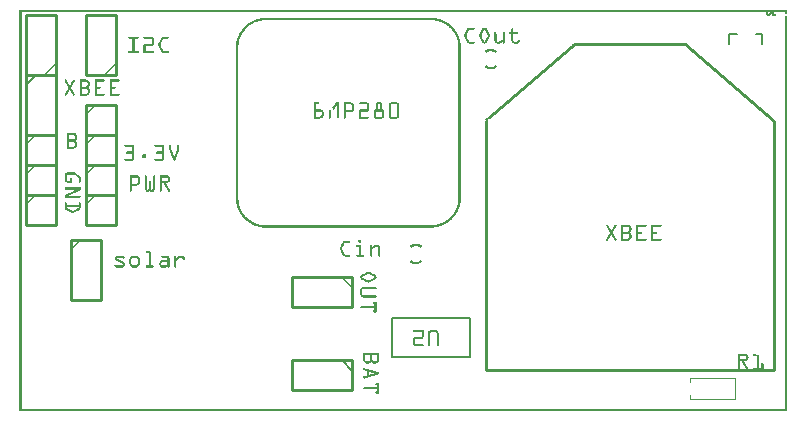
<source format=gto>
G04 MADE WITH FRITZING*
G04 WWW.FRITZING.ORG*
G04 DOUBLE SIDED*
G04 HOLES PLATED*
G04 CONTOUR ON CENTER OF CONTOUR VECTOR*
%ASAXBY*%
%FSLAX23Y23*%
%MOIN*%
%OFA0B0*%
%SFA1.0B1.0*%
%ADD10C,0.008000*%
%ADD11C,0.010000*%
%ADD12C,0.005000*%
%ADD13R,0.001000X0.001000*%
%LNSILK1*%
G90*
G70*
G54D10*
X2391Y1258D02*
X2367Y1258D01*
D02*
X2367Y1258D02*
X2367Y1226D01*
D02*
X2454Y1258D02*
X2477Y1258D01*
D02*
X2477Y1258D02*
X2477Y1226D01*
G54D11*
D02*
X122Y1123D02*
X122Y1323D01*
D02*
X122Y1323D02*
X22Y1323D01*
D02*
X22Y1323D02*
X22Y1123D01*
D02*
X22Y1123D02*
X122Y1123D01*
D02*
X322Y1123D02*
X322Y1323D01*
D02*
X322Y1323D02*
X222Y1323D01*
D02*
X222Y1323D02*
X222Y1123D01*
D02*
X222Y1123D02*
X322Y1123D01*
D02*
X22Y1123D02*
X22Y923D01*
D02*
X22Y923D02*
X122Y923D01*
D02*
X122Y923D02*
X122Y1123D01*
D02*
X122Y1123D02*
X22Y1123D01*
G54D12*
D02*
X22Y1088D02*
X57Y1123D01*
G54D11*
D02*
X222Y1023D02*
X222Y923D01*
D02*
X222Y923D02*
X322Y923D01*
D02*
X322Y923D02*
X322Y1023D01*
D02*
X322Y1023D02*
X222Y1023D01*
D02*
X22Y923D02*
X22Y823D01*
D02*
X22Y823D02*
X122Y823D01*
D02*
X122Y823D02*
X122Y923D01*
D02*
X122Y923D02*
X22Y923D01*
D02*
X22Y723D02*
X22Y623D01*
D02*
X22Y623D02*
X122Y623D01*
D02*
X122Y623D02*
X122Y723D01*
D02*
X122Y723D02*
X22Y723D01*
D02*
X22Y823D02*
X22Y723D01*
D02*
X22Y723D02*
X122Y723D01*
D02*
X122Y723D02*
X122Y823D01*
D02*
X122Y823D02*
X22Y823D01*
D02*
X222Y723D02*
X222Y623D01*
D02*
X222Y623D02*
X322Y623D01*
D02*
X322Y623D02*
X322Y723D01*
D02*
X322Y723D02*
X222Y723D01*
D02*
X222Y823D02*
X222Y723D01*
D02*
X222Y723D02*
X322Y723D01*
D02*
X322Y723D02*
X322Y823D01*
D02*
X322Y823D02*
X222Y823D01*
D02*
X222Y923D02*
X222Y823D01*
D02*
X222Y823D02*
X322Y823D01*
D02*
X322Y823D02*
X322Y923D01*
D02*
X322Y923D02*
X222Y923D01*
D02*
X172Y573D02*
X172Y373D01*
D02*
X172Y373D02*
X272Y373D01*
D02*
X272Y373D02*
X272Y573D01*
D02*
X272Y573D02*
X172Y573D01*
D02*
X1109Y448D02*
X909Y448D01*
D02*
X909Y448D02*
X909Y348D01*
D02*
X909Y348D02*
X1109Y348D01*
D02*
X1109Y348D02*
X1109Y448D01*
D02*
X1109Y171D02*
X909Y171D01*
D02*
X909Y171D02*
X909Y71D01*
D02*
X909Y71D02*
X1109Y71D01*
D02*
X1109Y71D02*
X1109Y171D01*
G54D12*
D02*
X1074Y171D02*
X1109Y136D01*
G54D10*
D02*
X1243Y180D02*
X1243Y310D01*
D02*
X1243Y310D02*
X1501Y310D01*
D02*
X1501Y310D02*
X1501Y180D01*
D02*
X1501Y180D02*
X1243Y180D01*
G54D11*
D02*
X1856Y1225D02*
X2218Y1225D01*
D02*
X2218Y1225D02*
X2517Y968D01*
D02*
X2517Y968D02*
X2517Y138D01*
D02*
X2517Y138D02*
X1557Y138D01*
D02*
X1557Y138D02*
X1557Y968D01*
G54D13*
X0Y1339D02*
X2559Y1339D01*
X0Y1338D02*
X2559Y1338D01*
X0Y1337D02*
X2559Y1337D01*
X0Y1336D02*
X2559Y1336D01*
X0Y1335D02*
X2559Y1335D01*
X0Y1334D02*
X2559Y1334D01*
X0Y1333D02*
X2559Y1333D01*
X0Y1332D02*
X2559Y1332D01*
X0Y1331D02*
X7Y1331D01*
X2489Y1331D02*
X2495Y1331D01*
X2505Y1331D02*
X2515Y1331D01*
X2551Y1331D02*
X2559Y1331D01*
X0Y1330D02*
X7Y1330D01*
X2489Y1330D02*
X2495Y1330D01*
X2504Y1330D02*
X2514Y1330D01*
X2551Y1330D02*
X2559Y1330D01*
X0Y1329D02*
X7Y1329D01*
X2489Y1329D02*
X2495Y1329D01*
X2503Y1329D02*
X2513Y1329D01*
X2551Y1329D02*
X2559Y1329D01*
X0Y1328D02*
X7Y1328D01*
X2489Y1328D02*
X2495Y1328D01*
X2502Y1328D02*
X2513Y1328D01*
X2551Y1328D02*
X2559Y1328D01*
X0Y1327D02*
X7Y1327D01*
X2489Y1327D02*
X2495Y1327D01*
X2501Y1327D02*
X2514Y1327D01*
X2551Y1327D02*
X2559Y1327D01*
X0Y1326D02*
X7Y1326D01*
X2489Y1326D02*
X2495Y1326D01*
X2499Y1326D02*
X2514Y1326D01*
X2551Y1326D02*
X2559Y1326D01*
X0Y1325D02*
X7Y1325D01*
X2489Y1325D02*
X2496Y1325D01*
X2498Y1325D02*
X2515Y1325D01*
X2551Y1325D02*
X2559Y1325D01*
X0Y1324D02*
X7Y1324D01*
X2489Y1324D02*
X2521Y1324D01*
X0Y1323D02*
X7Y1323D01*
X2490Y1323D02*
X2506Y1323D01*
X2509Y1323D02*
X2522Y1323D01*
X0Y1322D02*
X7Y1322D01*
X2490Y1322D02*
X2505Y1322D01*
X2509Y1322D02*
X2522Y1322D01*
X0Y1321D02*
X7Y1321D01*
X2491Y1321D02*
X2503Y1321D01*
X2509Y1321D02*
X2523Y1321D01*
X0Y1320D02*
X7Y1320D01*
X2492Y1320D02*
X2502Y1320D01*
X2510Y1320D02*
X2522Y1320D01*
X0Y1319D02*
X7Y1319D01*
X2493Y1319D02*
X2501Y1319D01*
X2510Y1319D02*
X2522Y1319D01*
X0Y1318D02*
X7Y1318D01*
X2495Y1318D02*
X2499Y1318D01*
X2511Y1318D02*
X2520Y1318D01*
X0Y1317D02*
X7Y1317D01*
X2551Y1317D02*
X2558Y1317D01*
X0Y1316D02*
X7Y1316D01*
X2551Y1316D02*
X2558Y1316D01*
X0Y1315D02*
X7Y1315D01*
X2551Y1315D02*
X2558Y1315D01*
X0Y1314D02*
X7Y1314D01*
X2551Y1314D02*
X2558Y1314D01*
X0Y1313D02*
X7Y1313D01*
X2551Y1313D02*
X2558Y1313D01*
X0Y1312D02*
X7Y1312D01*
X819Y1312D02*
X1374Y1312D01*
X2551Y1312D02*
X2558Y1312D01*
X0Y1311D02*
X7Y1311D01*
X808Y1311D02*
X1385Y1311D01*
X2551Y1311D02*
X2558Y1311D01*
X0Y1310D02*
X7Y1310D01*
X802Y1310D02*
X1391Y1310D01*
X2551Y1310D02*
X2558Y1310D01*
X0Y1309D02*
X7Y1309D01*
X798Y1309D02*
X1395Y1309D01*
X2551Y1309D02*
X2558Y1309D01*
X0Y1308D02*
X7Y1308D01*
X794Y1308D02*
X1399Y1308D01*
X2551Y1308D02*
X2558Y1308D01*
X0Y1307D02*
X7Y1307D01*
X791Y1307D02*
X1402Y1307D01*
X2551Y1307D02*
X2558Y1307D01*
X0Y1306D02*
X7Y1306D01*
X788Y1306D02*
X1405Y1306D01*
X2551Y1306D02*
X2558Y1306D01*
X0Y1305D02*
X7Y1305D01*
X785Y1305D02*
X1408Y1305D01*
X2551Y1305D02*
X2558Y1305D01*
X0Y1304D02*
X7Y1304D01*
X783Y1304D02*
X818Y1304D01*
X1375Y1304D02*
X1410Y1304D01*
X2551Y1304D02*
X2558Y1304D01*
X0Y1303D02*
X7Y1303D01*
X781Y1303D02*
X807Y1303D01*
X1386Y1303D02*
X1413Y1303D01*
X2551Y1303D02*
X2558Y1303D01*
X0Y1302D02*
X7Y1302D01*
X779Y1302D02*
X801Y1302D01*
X1392Y1302D02*
X1415Y1302D01*
X2551Y1302D02*
X2558Y1302D01*
X0Y1301D02*
X7Y1301D01*
X776Y1301D02*
X797Y1301D01*
X1396Y1301D02*
X1417Y1301D01*
X2551Y1301D02*
X2558Y1301D01*
X0Y1300D02*
X7Y1300D01*
X775Y1300D02*
X794Y1300D01*
X1399Y1300D02*
X1419Y1300D01*
X2551Y1300D02*
X2558Y1300D01*
X0Y1299D02*
X7Y1299D01*
X773Y1299D02*
X791Y1299D01*
X1402Y1299D02*
X1420Y1299D01*
X2551Y1299D02*
X2558Y1299D01*
X0Y1298D02*
X7Y1298D01*
X771Y1298D02*
X788Y1298D01*
X1405Y1298D02*
X1422Y1298D01*
X2551Y1298D02*
X2558Y1298D01*
X0Y1297D02*
X7Y1297D01*
X769Y1297D02*
X786Y1297D01*
X1408Y1297D02*
X1424Y1297D01*
X2551Y1297D02*
X2558Y1297D01*
X0Y1296D02*
X7Y1296D01*
X768Y1296D02*
X783Y1296D01*
X1410Y1296D02*
X1425Y1296D01*
X2551Y1296D02*
X2558Y1296D01*
X0Y1295D02*
X7Y1295D01*
X766Y1295D02*
X781Y1295D01*
X1412Y1295D02*
X1427Y1295D01*
X2551Y1295D02*
X2558Y1295D01*
X0Y1294D02*
X7Y1294D01*
X765Y1294D02*
X779Y1294D01*
X1414Y1294D02*
X1428Y1294D01*
X2551Y1294D02*
X2558Y1294D01*
X0Y1293D02*
X7Y1293D01*
X764Y1293D02*
X777Y1293D01*
X1416Y1293D02*
X1430Y1293D01*
X2551Y1293D02*
X2558Y1293D01*
X0Y1292D02*
X7Y1292D01*
X762Y1292D02*
X776Y1292D01*
X1418Y1292D02*
X1431Y1292D01*
X2551Y1292D02*
X2558Y1292D01*
X0Y1291D02*
X7Y1291D01*
X761Y1291D02*
X774Y1291D01*
X1419Y1291D02*
X1432Y1291D01*
X2551Y1291D02*
X2558Y1291D01*
X0Y1290D02*
X7Y1290D01*
X759Y1290D02*
X772Y1290D01*
X1421Y1290D02*
X1434Y1290D01*
X2551Y1290D02*
X2558Y1290D01*
X0Y1289D02*
X7Y1289D01*
X758Y1289D02*
X771Y1289D01*
X1423Y1289D02*
X1435Y1289D01*
X2551Y1289D02*
X2558Y1289D01*
X0Y1288D02*
X7Y1288D01*
X757Y1288D02*
X769Y1288D01*
X1424Y1288D02*
X1436Y1288D01*
X2551Y1288D02*
X2558Y1288D01*
X0Y1287D02*
X7Y1287D01*
X756Y1287D02*
X768Y1287D01*
X1425Y1287D02*
X1437Y1287D01*
X2551Y1287D02*
X2558Y1287D01*
X0Y1286D02*
X7Y1286D01*
X755Y1286D02*
X766Y1286D01*
X1427Y1286D02*
X1438Y1286D01*
X2551Y1286D02*
X2558Y1286D01*
X0Y1285D02*
X7Y1285D01*
X754Y1285D02*
X765Y1285D01*
X1428Y1285D02*
X1440Y1285D01*
X2551Y1285D02*
X2558Y1285D01*
X0Y1284D02*
X7Y1284D01*
X753Y1284D02*
X764Y1284D01*
X1429Y1284D02*
X1441Y1284D01*
X2551Y1284D02*
X2558Y1284D01*
X0Y1283D02*
X7Y1283D01*
X752Y1283D02*
X762Y1283D01*
X1431Y1283D02*
X1442Y1283D01*
X2551Y1283D02*
X2558Y1283D01*
X0Y1282D02*
X7Y1282D01*
X751Y1282D02*
X761Y1282D01*
X1432Y1282D02*
X1443Y1282D01*
X2551Y1282D02*
X2558Y1282D01*
X0Y1281D02*
X7Y1281D01*
X750Y1281D02*
X760Y1281D01*
X1433Y1281D02*
X1444Y1281D01*
X2551Y1281D02*
X2558Y1281D01*
X0Y1280D02*
X7Y1280D01*
X749Y1280D02*
X759Y1280D01*
X1434Y1280D02*
X1444Y1280D01*
X2551Y1280D02*
X2558Y1280D01*
X0Y1279D02*
X7Y1279D01*
X748Y1279D02*
X758Y1279D01*
X1435Y1279D02*
X1445Y1279D01*
X1498Y1279D02*
X1515Y1279D01*
X1548Y1279D02*
X1553Y1279D01*
X2551Y1279D02*
X2558Y1279D01*
X0Y1278D02*
X7Y1278D01*
X747Y1278D02*
X757Y1278D01*
X1436Y1278D02*
X1446Y1278D01*
X1496Y1278D02*
X1516Y1278D01*
X1546Y1278D02*
X1555Y1278D01*
X2551Y1278D02*
X2558Y1278D01*
X0Y1277D02*
X7Y1277D01*
X746Y1277D02*
X756Y1277D01*
X1437Y1277D02*
X1447Y1277D01*
X1495Y1277D02*
X1517Y1277D01*
X1544Y1277D02*
X1556Y1277D01*
X2551Y1277D02*
X2558Y1277D01*
X0Y1276D02*
X7Y1276D01*
X745Y1276D02*
X755Y1276D01*
X1438Y1276D02*
X1448Y1276D01*
X1494Y1276D02*
X1517Y1276D01*
X1544Y1276D02*
X1557Y1276D01*
X1642Y1276D02*
X1645Y1276D01*
X2551Y1276D02*
X2558Y1276D01*
X0Y1275D02*
X7Y1275D01*
X744Y1275D02*
X754Y1275D01*
X1439Y1275D02*
X1449Y1275D01*
X1493Y1275D02*
X1517Y1275D01*
X1543Y1275D02*
X1558Y1275D01*
X1641Y1275D02*
X1646Y1275D01*
X2551Y1275D02*
X2558Y1275D01*
X0Y1274D02*
X7Y1274D01*
X744Y1274D02*
X753Y1274D01*
X1440Y1274D02*
X1450Y1274D01*
X1492Y1274D02*
X1516Y1274D01*
X1542Y1274D02*
X1558Y1274D01*
X1641Y1274D02*
X1646Y1274D01*
X2551Y1274D02*
X2558Y1274D01*
X0Y1273D02*
X7Y1273D01*
X743Y1273D02*
X752Y1273D01*
X1441Y1273D02*
X1450Y1273D01*
X1492Y1273D02*
X1515Y1273D01*
X1542Y1273D02*
X1559Y1273D01*
X1640Y1273D02*
X1646Y1273D01*
X2551Y1273D02*
X2558Y1273D01*
X0Y1272D02*
X7Y1272D01*
X742Y1272D02*
X751Y1272D01*
X1442Y1272D02*
X1451Y1272D01*
X1491Y1272D02*
X1499Y1272D01*
X1541Y1272D02*
X1548Y1272D01*
X1552Y1272D02*
X1559Y1272D01*
X1640Y1272D02*
X1646Y1272D01*
X2551Y1272D02*
X2558Y1272D01*
X0Y1271D02*
X7Y1271D01*
X741Y1271D02*
X750Y1271D01*
X1443Y1271D02*
X1452Y1271D01*
X1491Y1271D02*
X1498Y1271D01*
X1541Y1271D02*
X1548Y1271D01*
X1553Y1271D02*
X1560Y1271D01*
X1640Y1271D02*
X1646Y1271D01*
X2551Y1271D02*
X2558Y1271D01*
X0Y1270D02*
X7Y1270D01*
X741Y1270D02*
X750Y1270D01*
X1444Y1270D02*
X1452Y1270D01*
X1490Y1270D02*
X1497Y1270D01*
X1540Y1270D02*
X1547Y1270D01*
X1553Y1270D02*
X1560Y1270D01*
X1640Y1270D02*
X1646Y1270D01*
X2551Y1270D02*
X2558Y1270D01*
X0Y1269D02*
X7Y1269D01*
X740Y1269D02*
X749Y1269D01*
X1444Y1269D02*
X1453Y1269D01*
X1490Y1269D02*
X1497Y1269D01*
X1540Y1269D02*
X1547Y1269D01*
X1554Y1269D02*
X1561Y1269D01*
X1640Y1269D02*
X1646Y1269D01*
X2551Y1269D02*
X2558Y1269D01*
X0Y1268D02*
X7Y1268D01*
X739Y1268D02*
X748Y1268D01*
X1445Y1268D02*
X1454Y1268D01*
X1489Y1268D02*
X1496Y1268D01*
X1539Y1268D02*
X1546Y1268D01*
X1554Y1268D02*
X1561Y1268D01*
X1640Y1268D02*
X1646Y1268D01*
X2551Y1268D02*
X2558Y1268D01*
X0Y1267D02*
X7Y1267D01*
X739Y1267D02*
X747Y1267D01*
X1446Y1267D02*
X1455Y1267D01*
X1489Y1267D02*
X1496Y1267D01*
X1539Y1267D02*
X1546Y1267D01*
X1555Y1267D02*
X1562Y1267D01*
X1640Y1267D02*
X1646Y1267D01*
X2551Y1267D02*
X2558Y1267D01*
X0Y1266D02*
X7Y1266D01*
X738Y1266D02*
X747Y1266D01*
X1447Y1266D02*
X1455Y1266D01*
X1488Y1266D02*
X1495Y1266D01*
X1538Y1266D02*
X1545Y1266D01*
X1555Y1266D02*
X1562Y1266D01*
X1640Y1266D02*
X1646Y1266D01*
X2551Y1266D02*
X2558Y1266D01*
X0Y1265D02*
X7Y1265D01*
X737Y1265D02*
X746Y1265D01*
X1447Y1265D02*
X1456Y1265D01*
X1488Y1265D02*
X1495Y1265D01*
X1538Y1265D02*
X1545Y1265D01*
X1556Y1265D02*
X1563Y1265D01*
X1640Y1265D02*
X1647Y1265D01*
X2551Y1265D02*
X2558Y1265D01*
X0Y1264D02*
X7Y1264D01*
X737Y1264D02*
X745Y1264D01*
X1448Y1264D02*
X1456Y1264D01*
X1487Y1264D02*
X1494Y1264D01*
X1537Y1264D02*
X1544Y1264D01*
X1556Y1264D02*
X1563Y1264D01*
X1585Y1264D02*
X1588Y1264D01*
X1612Y1264D02*
X1616Y1264D01*
X1635Y1264D02*
X1662Y1264D01*
X2551Y1264D02*
X2558Y1264D01*
X0Y1263D02*
X7Y1263D01*
X736Y1263D02*
X744Y1263D01*
X1449Y1263D02*
X1457Y1263D01*
X1487Y1263D02*
X1494Y1263D01*
X1537Y1263D02*
X1544Y1263D01*
X1557Y1263D02*
X1564Y1263D01*
X1584Y1263D02*
X1589Y1263D01*
X1612Y1263D02*
X1617Y1263D01*
X1634Y1263D02*
X1663Y1263D01*
X2551Y1263D02*
X2558Y1263D01*
X0Y1262D02*
X7Y1262D01*
X735Y1262D02*
X744Y1262D01*
X1449Y1262D02*
X1458Y1262D01*
X1486Y1262D02*
X1493Y1262D01*
X1536Y1262D02*
X1543Y1262D01*
X1557Y1262D02*
X1564Y1262D01*
X1584Y1262D02*
X1589Y1262D01*
X1611Y1262D02*
X1617Y1262D01*
X1634Y1262D02*
X1663Y1262D01*
X2551Y1262D02*
X2558Y1262D01*
X0Y1261D02*
X7Y1261D01*
X735Y1261D02*
X743Y1261D01*
X1450Y1261D02*
X1458Y1261D01*
X1486Y1261D02*
X1493Y1261D01*
X1536Y1261D02*
X1543Y1261D01*
X1558Y1261D02*
X1565Y1261D01*
X1584Y1261D02*
X1589Y1261D01*
X1611Y1261D02*
X1617Y1261D01*
X1634Y1261D02*
X1663Y1261D01*
X2551Y1261D02*
X2558Y1261D01*
X0Y1260D02*
X7Y1260D01*
X734Y1260D02*
X743Y1260D01*
X1451Y1260D02*
X1459Y1260D01*
X1485Y1260D02*
X1492Y1260D01*
X1535Y1260D02*
X1542Y1260D01*
X1558Y1260D02*
X1565Y1260D01*
X1584Y1260D02*
X1589Y1260D01*
X1611Y1260D02*
X1617Y1260D01*
X1634Y1260D02*
X1663Y1260D01*
X2551Y1260D02*
X2558Y1260D01*
X0Y1259D02*
X7Y1259D01*
X734Y1259D02*
X742Y1259D01*
X1451Y1259D02*
X1459Y1259D01*
X1485Y1259D02*
X1492Y1259D01*
X1535Y1259D02*
X1542Y1259D01*
X1559Y1259D02*
X1566Y1259D01*
X1584Y1259D02*
X1590Y1259D01*
X1611Y1259D02*
X1617Y1259D01*
X1635Y1259D02*
X1663Y1259D01*
X2551Y1259D02*
X2558Y1259D01*
X0Y1258D02*
X7Y1258D01*
X733Y1258D02*
X741Y1258D01*
X1452Y1258D02*
X1460Y1258D01*
X1485Y1258D02*
X1491Y1258D01*
X1535Y1258D02*
X1541Y1258D01*
X1559Y1258D02*
X1566Y1258D01*
X1584Y1258D02*
X1590Y1258D01*
X1611Y1258D02*
X1617Y1258D01*
X1636Y1258D02*
X1661Y1258D01*
X2551Y1258D02*
X2558Y1258D01*
X0Y1257D02*
X7Y1257D01*
X733Y1257D02*
X741Y1257D01*
X1452Y1257D02*
X1460Y1257D01*
X1484Y1257D02*
X1491Y1257D01*
X1534Y1257D02*
X1541Y1257D01*
X1560Y1257D02*
X1566Y1257D01*
X1584Y1257D02*
X1590Y1257D01*
X1611Y1257D02*
X1617Y1257D01*
X1640Y1257D02*
X1646Y1257D01*
X2551Y1257D02*
X2558Y1257D01*
X0Y1256D02*
X7Y1256D01*
X732Y1256D02*
X740Y1256D01*
X1453Y1256D02*
X1461Y1256D01*
X1484Y1256D02*
X1490Y1256D01*
X1534Y1256D02*
X1540Y1256D01*
X1560Y1256D02*
X1567Y1256D01*
X1584Y1256D02*
X1590Y1256D01*
X1611Y1256D02*
X1617Y1256D01*
X1640Y1256D02*
X1646Y1256D01*
X2551Y1256D02*
X2558Y1256D01*
X0Y1255D02*
X7Y1255D01*
X732Y1255D02*
X740Y1255D01*
X1454Y1255D02*
X1461Y1255D01*
X1484Y1255D02*
X1490Y1255D01*
X1534Y1255D02*
X1540Y1255D01*
X1561Y1255D02*
X1567Y1255D01*
X1584Y1255D02*
X1590Y1255D01*
X1611Y1255D02*
X1617Y1255D01*
X1640Y1255D02*
X1646Y1255D01*
X2551Y1255D02*
X2558Y1255D01*
X0Y1254D02*
X7Y1254D01*
X731Y1254D02*
X739Y1254D01*
X1454Y1254D02*
X1462Y1254D01*
X1484Y1254D02*
X1490Y1254D01*
X1534Y1254D02*
X1540Y1254D01*
X1561Y1254D02*
X1567Y1254D01*
X1584Y1254D02*
X1590Y1254D01*
X1611Y1254D02*
X1617Y1254D01*
X1640Y1254D02*
X1646Y1254D01*
X2551Y1254D02*
X2558Y1254D01*
X0Y1253D02*
X7Y1253D01*
X731Y1253D02*
X739Y1253D01*
X1455Y1253D02*
X1462Y1253D01*
X1484Y1253D02*
X1490Y1253D01*
X1534Y1253D02*
X1540Y1253D01*
X1561Y1253D02*
X1567Y1253D01*
X1584Y1253D02*
X1590Y1253D01*
X1611Y1253D02*
X1617Y1253D01*
X1640Y1253D02*
X1646Y1253D01*
X2551Y1253D02*
X2558Y1253D01*
X0Y1252D02*
X7Y1252D01*
X730Y1252D02*
X738Y1252D01*
X1455Y1252D02*
X1463Y1252D01*
X1484Y1252D02*
X1490Y1252D01*
X1534Y1252D02*
X1540Y1252D01*
X1561Y1252D02*
X1567Y1252D01*
X1584Y1252D02*
X1590Y1252D01*
X1611Y1252D02*
X1617Y1252D01*
X1640Y1252D02*
X1646Y1252D01*
X2551Y1252D02*
X2558Y1252D01*
X0Y1251D02*
X7Y1251D01*
X730Y1251D02*
X738Y1251D01*
X1455Y1251D02*
X1463Y1251D01*
X1484Y1251D02*
X1490Y1251D01*
X1534Y1251D02*
X1540Y1251D01*
X1561Y1251D02*
X1567Y1251D01*
X1584Y1251D02*
X1590Y1251D01*
X1611Y1251D02*
X1617Y1251D01*
X1640Y1251D02*
X1646Y1251D01*
X2551Y1251D02*
X2558Y1251D01*
X0Y1250D02*
X7Y1250D01*
X730Y1250D02*
X737Y1250D01*
X1456Y1250D02*
X1464Y1250D01*
X1484Y1250D02*
X1490Y1250D01*
X1534Y1250D02*
X1540Y1250D01*
X1561Y1250D02*
X1567Y1250D01*
X1584Y1250D02*
X1590Y1250D01*
X1611Y1250D02*
X1617Y1250D01*
X1640Y1250D02*
X1646Y1250D01*
X2551Y1250D02*
X2558Y1250D01*
X0Y1249D02*
X7Y1249D01*
X729Y1249D02*
X737Y1249D01*
X1456Y1249D02*
X1464Y1249D01*
X1484Y1249D02*
X1490Y1249D01*
X1534Y1249D02*
X1540Y1249D01*
X1560Y1249D02*
X1567Y1249D01*
X1584Y1249D02*
X1590Y1249D01*
X1611Y1249D02*
X1617Y1249D01*
X1640Y1249D02*
X1646Y1249D01*
X2551Y1249D02*
X2558Y1249D01*
X0Y1248D02*
X7Y1248D01*
X365Y1248D02*
X396Y1248D01*
X415Y1248D02*
X443Y1248D01*
X478Y1248D02*
X496Y1248D01*
X729Y1248D02*
X736Y1248D01*
X1457Y1248D02*
X1464Y1248D01*
X1484Y1248D02*
X1491Y1248D01*
X1534Y1248D02*
X1541Y1248D01*
X1560Y1248D02*
X1566Y1248D01*
X1584Y1248D02*
X1590Y1248D01*
X1611Y1248D02*
X1617Y1248D01*
X1640Y1248D02*
X1646Y1248D01*
X2551Y1248D02*
X2558Y1248D01*
X0Y1247D02*
X7Y1247D01*
X364Y1247D02*
X397Y1247D01*
X414Y1247D02*
X445Y1247D01*
X476Y1247D02*
X497Y1247D01*
X728Y1247D02*
X736Y1247D01*
X1457Y1247D02*
X1465Y1247D01*
X1485Y1247D02*
X1491Y1247D01*
X1535Y1247D02*
X1541Y1247D01*
X1559Y1247D02*
X1566Y1247D01*
X1584Y1247D02*
X1590Y1247D01*
X1611Y1247D02*
X1617Y1247D01*
X1640Y1247D02*
X1646Y1247D01*
X2551Y1247D02*
X2558Y1247D01*
X0Y1246D02*
X7Y1246D01*
X364Y1246D02*
X397Y1246D01*
X414Y1246D02*
X446Y1246D01*
X475Y1246D02*
X497Y1246D01*
X728Y1246D02*
X735Y1246D01*
X1458Y1246D02*
X1465Y1246D01*
X1485Y1246D02*
X1492Y1246D01*
X1535Y1246D02*
X1542Y1246D01*
X1559Y1246D02*
X1566Y1246D01*
X1584Y1246D02*
X1590Y1246D01*
X1611Y1246D02*
X1617Y1246D01*
X1640Y1246D02*
X1646Y1246D01*
X2551Y1246D02*
X2558Y1246D01*
X0Y1245D02*
X7Y1245D01*
X364Y1245D02*
X397Y1245D01*
X414Y1245D02*
X446Y1245D01*
X474Y1245D02*
X497Y1245D01*
X728Y1245D02*
X735Y1245D01*
X1458Y1245D02*
X1465Y1245D01*
X1485Y1245D02*
X1492Y1245D01*
X1535Y1245D02*
X1542Y1245D01*
X1558Y1245D02*
X1565Y1245D01*
X1584Y1245D02*
X1590Y1245D01*
X1611Y1245D02*
X1617Y1245D01*
X1640Y1245D02*
X1646Y1245D01*
X2551Y1245D02*
X2558Y1245D01*
X0Y1244D02*
X7Y1244D01*
X364Y1244D02*
X397Y1244D01*
X414Y1244D02*
X447Y1244D01*
X473Y1244D02*
X497Y1244D01*
X727Y1244D02*
X735Y1244D01*
X1458Y1244D02*
X1466Y1244D01*
X1486Y1244D02*
X1493Y1244D01*
X1536Y1244D02*
X1543Y1244D01*
X1558Y1244D02*
X1565Y1244D01*
X1584Y1244D02*
X1590Y1244D01*
X1611Y1244D02*
X1617Y1244D01*
X1640Y1244D02*
X1646Y1244D01*
X2551Y1244D02*
X2558Y1244D01*
X0Y1243D02*
X7Y1243D01*
X365Y1243D02*
X396Y1243D01*
X415Y1243D02*
X447Y1243D01*
X472Y1243D02*
X496Y1243D01*
X727Y1243D02*
X734Y1243D01*
X1459Y1243D02*
X1466Y1243D01*
X1486Y1243D02*
X1493Y1243D01*
X1536Y1243D02*
X1543Y1243D01*
X1557Y1243D02*
X1564Y1243D01*
X1584Y1243D02*
X1590Y1243D01*
X1611Y1243D02*
X1617Y1243D01*
X1640Y1243D02*
X1646Y1243D01*
X2551Y1243D02*
X2558Y1243D01*
X0Y1242D02*
X7Y1242D01*
X366Y1242D02*
X395Y1242D01*
X416Y1242D02*
X447Y1242D01*
X472Y1242D02*
X495Y1242D01*
X727Y1242D02*
X734Y1242D01*
X1459Y1242D02*
X1466Y1242D01*
X1487Y1242D02*
X1494Y1242D01*
X1537Y1242D02*
X1544Y1242D01*
X1557Y1242D02*
X1564Y1242D01*
X1584Y1242D02*
X1590Y1242D01*
X1611Y1242D02*
X1617Y1242D01*
X1640Y1242D02*
X1646Y1242D01*
X2551Y1242D02*
X2558Y1242D01*
X0Y1241D02*
X7Y1241D01*
X377Y1241D02*
X384Y1241D01*
X441Y1241D02*
X447Y1241D01*
X471Y1241D02*
X479Y1241D01*
X726Y1241D02*
X734Y1241D01*
X1460Y1241D02*
X1467Y1241D01*
X1487Y1241D02*
X1494Y1241D01*
X1537Y1241D02*
X1544Y1241D01*
X1556Y1241D02*
X1563Y1241D01*
X1584Y1241D02*
X1590Y1241D01*
X1611Y1241D02*
X1617Y1241D01*
X1640Y1241D02*
X1646Y1241D01*
X2551Y1241D02*
X2558Y1241D01*
X0Y1240D02*
X7Y1240D01*
X377Y1240D02*
X384Y1240D01*
X441Y1240D02*
X447Y1240D01*
X471Y1240D02*
X478Y1240D01*
X726Y1240D02*
X733Y1240D01*
X1460Y1240D02*
X1467Y1240D01*
X1488Y1240D02*
X1495Y1240D01*
X1538Y1240D02*
X1545Y1240D01*
X1556Y1240D02*
X1563Y1240D01*
X1584Y1240D02*
X1590Y1240D01*
X1611Y1240D02*
X1617Y1240D01*
X1640Y1240D02*
X1646Y1240D01*
X2551Y1240D02*
X2558Y1240D01*
X0Y1239D02*
X7Y1239D01*
X377Y1239D02*
X384Y1239D01*
X441Y1239D02*
X447Y1239D01*
X470Y1239D02*
X477Y1239D01*
X726Y1239D02*
X733Y1239D01*
X1460Y1239D02*
X1467Y1239D01*
X1488Y1239D02*
X1495Y1239D01*
X1538Y1239D02*
X1545Y1239D01*
X1555Y1239D02*
X1562Y1239D01*
X1584Y1239D02*
X1590Y1239D01*
X1610Y1239D02*
X1617Y1239D01*
X1640Y1239D02*
X1646Y1239D01*
X2551Y1239D02*
X2558Y1239D01*
X0Y1238D02*
X7Y1238D01*
X377Y1238D02*
X384Y1238D01*
X441Y1238D02*
X447Y1238D01*
X470Y1238D02*
X477Y1238D01*
X726Y1238D02*
X733Y1238D01*
X1460Y1238D02*
X1468Y1238D01*
X1489Y1238D02*
X1496Y1238D01*
X1539Y1238D02*
X1546Y1238D01*
X1555Y1238D02*
X1562Y1238D01*
X1584Y1238D02*
X1590Y1238D01*
X1608Y1238D02*
X1617Y1238D01*
X1640Y1238D02*
X1646Y1238D01*
X1663Y1238D02*
X1665Y1238D01*
X2551Y1238D02*
X2558Y1238D01*
X0Y1237D02*
X7Y1237D01*
X377Y1237D02*
X384Y1237D01*
X441Y1237D02*
X447Y1237D01*
X469Y1237D02*
X476Y1237D01*
X725Y1237D02*
X732Y1237D01*
X1461Y1237D02*
X1468Y1237D01*
X1489Y1237D02*
X1496Y1237D01*
X1539Y1237D02*
X1546Y1237D01*
X1554Y1237D02*
X1561Y1237D01*
X1584Y1237D02*
X1590Y1237D01*
X1607Y1237D02*
X1617Y1237D01*
X1640Y1237D02*
X1646Y1237D01*
X1662Y1237D02*
X1666Y1237D01*
X2551Y1237D02*
X2558Y1237D01*
X0Y1236D02*
X7Y1236D01*
X377Y1236D02*
X384Y1236D01*
X441Y1236D02*
X447Y1236D01*
X469Y1236D02*
X476Y1236D01*
X725Y1236D02*
X732Y1236D01*
X1461Y1236D02*
X1468Y1236D01*
X1490Y1236D02*
X1497Y1236D01*
X1540Y1236D02*
X1547Y1236D01*
X1554Y1236D02*
X1561Y1236D01*
X1584Y1236D02*
X1590Y1236D01*
X1605Y1236D02*
X1617Y1236D01*
X1640Y1236D02*
X1646Y1236D01*
X1661Y1236D02*
X1667Y1236D01*
X2551Y1236D02*
X2558Y1236D01*
X0Y1235D02*
X7Y1235D01*
X377Y1235D02*
X384Y1235D01*
X441Y1235D02*
X447Y1235D01*
X469Y1235D02*
X475Y1235D01*
X725Y1235D02*
X732Y1235D01*
X1461Y1235D02*
X1468Y1235D01*
X1490Y1235D02*
X1497Y1235D01*
X1540Y1235D02*
X1547Y1235D01*
X1553Y1235D02*
X1560Y1235D01*
X1584Y1235D02*
X1591Y1235D01*
X1604Y1235D02*
X1617Y1235D01*
X1640Y1235D02*
X1647Y1235D01*
X1661Y1235D02*
X1667Y1235D01*
X2551Y1235D02*
X2558Y1235D01*
X0Y1234D02*
X7Y1234D01*
X377Y1234D02*
X384Y1234D01*
X441Y1234D02*
X447Y1234D01*
X468Y1234D02*
X475Y1234D01*
X725Y1234D02*
X732Y1234D01*
X1462Y1234D02*
X1469Y1234D01*
X1491Y1234D02*
X1498Y1234D01*
X1541Y1234D02*
X1548Y1234D01*
X1553Y1234D02*
X1560Y1234D01*
X1585Y1234D02*
X1591Y1234D01*
X1602Y1234D02*
X1617Y1234D01*
X1641Y1234D02*
X1647Y1234D01*
X1660Y1234D02*
X1667Y1234D01*
X2551Y1234D02*
X2558Y1234D01*
X0Y1233D02*
X7Y1233D01*
X377Y1233D02*
X384Y1233D01*
X441Y1233D02*
X447Y1233D01*
X468Y1233D02*
X474Y1233D01*
X724Y1233D02*
X731Y1233D01*
X1462Y1233D02*
X1469Y1233D01*
X1491Y1233D02*
X1499Y1233D01*
X1541Y1233D02*
X1549Y1233D01*
X1552Y1233D02*
X1559Y1233D01*
X1585Y1233D02*
X1592Y1233D01*
X1600Y1233D02*
X1617Y1233D01*
X1641Y1233D02*
X1648Y1233D01*
X1659Y1233D02*
X1667Y1233D01*
X2551Y1233D02*
X2558Y1233D01*
X0Y1232D02*
X7Y1232D01*
X377Y1232D02*
X384Y1232D01*
X441Y1232D02*
X447Y1232D01*
X467Y1232D02*
X474Y1232D01*
X724Y1232D02*
X731Y1232D01*
X1462Y1232D02*
X1469Y1232D01*
X1492Y1232D02*
X1515Y1232D01*
X1542Y1232D02*
X1559Y1232D01*
X1585Y1232D02*
X1617Y1232D01*
X1641Y1232D02*
X1666Y1232D01*
X2551Y1232D02*
X2558Y1232D01*
X0Y1231D02*
X7Y1231D01*
X377Y1231D02*
X384Y1231D01*
X441Y1231D02*
X447Y1231D01*
X467Y1231D02*
X473Y1231D01*
X724Y1231D02*
X731Y1231D01*
X1462Y1231D02*
X1469Y1231D01*
X1492Y1231D02*
X1516Y1231D01*
X1542Y1231D02*
X1558Y1231D01*
X1586Y1231D02*
X1609Y1231D01*
X1611Y1231D02*
X1617Y1231D01*
X1642Y1231D02*
X1666Y1231D01*
X2551Y1231D02*
X2558Y1231D01*
X0Y1230D02*
X7Y1230D01*
X377Y1230D02*
X384Y1230D01*
X441Y1230D02*
X447Y1230D01*
X466Y1230D02*
X473Y1230D01*
X724Y1230D02*
X731Y1230D01*
X1462Y1230D02*
X1469Y1230D01*
X1493Y1230D02*
X1517Y1230D01*
X1543Y1230D02*
X1558Y1230D01*
X1586Y1230D02*
X1608Y1230D01*
X1611Y1230D02*
X1617Y1230D01*
X1642Y1230D02*
X1665Y1230D01*
X2551Y1230D02*
X2558Y1230D01*
X0Y1229D02*
X7Y1229D01*
X377Y1229D02*
X384Y1229D01*
X441Y1229D02*
X447Y1229D01*
X466Y1229D02*
X472Y1229D01*
X724Y1229D02*
X731Y1229D01*
X1463Y1229D02*
X1470Y1229D01*
X1494Y1229D02*
X1517Y1229D01*
X1544Y1229D02*
X1557Y1229D01*
X1587Y1229D02*
X1606Y1229D01*
X1611Y1229D02*
X1617Y1229D01*
X1643Y1229D02*
X1664Y1229D01*
X1851Y1229D02*
X1853Y1229D01*
X2551Y1229D02*
X2558Y1229D01*
X0Y1228D02*
X7Y1228D01*
X377Y1228D02*
X384Y1228D01*
X441Y1228D02*
X447Y1228D01*
X465Y1228D02*
X472Y1228D01*
X723Y1228D02*
X730Y1228D01*
X1463Y1228D02*
X1470Y1228D01*
X1495Y1228D02*
X1517Y1228D01*
X1545Y1228D02*
X1556Y1228D01*
X1588Y1228D02*
X1605Y1228D01*
X1611Y1228D02*
X1617Y1228D01*
X1644Y1228D02*
X1663Y1228D01*
X1850Y1228D02*
X1854Y1228D01*
X2551Y1228D02*
X2558Y1228D01*
X0Y1227D02*
X7Y1227D01*
X377Y1227D02*
X384Y1227D01*
X441Y1227D02*
X447Y1227D01*
X465Y1227D02*
X471Y1227D01*
X723Y1227D02*
X730Y1227D01*
X1463Y1227D02*
X1470Y1227D01*
X1496Y1227D02*
X1516Y1227D01*
X1546Y1227D02*
X1555Y1227D01*
X1589Y1227D02*
X1603Y1227D01*
X1612Y1227D02*
X1616Y1227D01*
X1645Y1227D02*
X1662Y1227D01*
X1849Y1227D02*
X1855Y1227D01*
X2551Y1227D02*
X2558Y1227D01*
X0Y1226D02*
X7Y1226D01*
X377Y1226D02*
X384Y1226D01*
X441Y1226D02*
X447Y1226D01*
X464Y1226D02*
X471Y1226D01*
X723Y1226D02*
X730Y1226D01*
X1463Y1226D02*
X1470Y1226D01*
X1499Y1226D02*
X1515Y1226D01*
X1548Y1226D02*
X1553Y1226D01*
X1592Y1226D02*
X1601Y1226D01*
X1613Y1226D02*
X1615Y1226D01*
X1648Y1226D02*
X1660Y1226D01*
X1848Y1226D02*
X1855Y1226D01*
X2551Y1226D02*
X2558Y1226D01*
X0Y1225D02*
X7Y1225D01*
X377Y1225D02*
X384Y1225D01*
X420Y1225D02*
X447Y1225D01*
X464Y1225D02*
X470Y1225D01*
X723Y1225D02*
X730Y1225D01*
X1463Y1225D02*
X1470Y1225D01*
X1847Y1225D02*
X1856Y1225D01*
X2551Y1225D02*
X2558Y1225D01*
X0Y1224D02*
X7Y1224D01*
X377Y1224D02*
X384Y1224D01*
X417Y1224D02*
X447Y1224D01*
X464Y1224D02*
X470Y1224D01*
X723Y1224D02*
X730Y1224D01*
X1463Y1224D02*
X1470Y1224D01*
X1846Y1224D02*
X1857Y1224D01*
X2551Y1224D02*
X2558Y1224D01*
X0Y1223D02*
X7Y1223D01*
X377Y1223D02*
X384Y1223D01*
X416Y1223D02*
X447Y1223D01*
X464Y1223D02*
X470Y1223D01*
X723Y1223D02*
X730Y1223D01*
X1463Y1223D02*
X1470Y1223D01*
X1844Y1223D02*
X1858Y1223D01*
X2551Y1223D02*
X2558Y1223D01*
X0Y1222D02*
X7Y1222D01*
X377Y1222D02*
X384Y1222D01*
X415Y1222D02*
X447Y1222D01*
X464Y1222D02*
X470Y1222D01*
X723Y1222D02*
X730Y1222D01*
X1464Y1222D02*
X1471Y1222D01*
X1843Y1222D02*
X1858Y1222D01*
X2551Y1222D02*
X2558Y1222D01*
X0Y1221D02*
X7Y1221D01*
X377Y1221D02*
X384Y1221D01*
X414Y1221D02*
X446Y1221D01*
X464Y1221D02*
X470Y1221D01*
X722Y1221D02*
X729Y1221D01*
X1464Y1221D02*
X1471Y1221D01*
X1842Y1221D02*
X1856Y1221D01*
X2551Y1221D02*
X2558Y1221D01*
X0Y1220D02*
X7Y1220D01*
X377Y1220D02*
X384Y1220D01*
X414Y1220D02*
X445Y1220D01*
X464Y1220D02*
X470Y1220D01*
X722Y1220D02*
X729Y1220D01*
X1464Y1220D02*
X1471Y1220D01*
X1841Y1220D02*
X1855Y1220D01*
X2551Y1220D02*
X2558Y1220D01*
X0Y1219D02*
X7Y1219D01*
X377Y1219D02*
X384Y1219D01*
X414Y1219D02*
X444Y1219D01*
X464Y1219D02*
X470Y1219D01*
X722Y1219D02*
X729Y1219D01*
X1464Y1219D02*
X1471Y1219D01*
X1840Y1219D02*
X1854Y1219D01*
X2551Y1219D02*
X2558Y1219D01*
X0Y1218D02*
X7Y1218D01*
X377Y1218D02*
X384Y1218D01*
X414Y1218D02*
X420Y1218D01*
X464Y1218D02*
X471Y1218D01*
X722Y1218D02*
X729Y1218D01*
X1464Y1218D02*
X1471Y1218D01*
X1839Y1218D02*
X1853Y1218D01*
X2551Y1218D02*
X2558Y1218D01*
X0Y1217D02*
X7Y1217D01*
X377Y1217D02*
X384Y1217D01*
X414Y1217D02*
X420Y1217D01*
X465Y1217D02*
X471Y1217D01*
X722Y1217D02*
X729Y1217D01*
X1464Y1217D02*
X1471Y1217D01*
X1837Y1217D02*
X1852Y1217D01*
X2551Y1217D02*
X2558Y1217D01*
X0Y1216D02*
X7Y1216D01*
X377Y1216D02*
X384Y1216D01*
X414Y1216D02*
X420Y1216D01*
X465Y1216D02*
X471Y1216D01*
X722Y1216D02*
X729Y1216D01*
X1464Y1216D02*
X1471Y1216D01*
X1836Y1216D02*
X1851Y1216D01*
X2551Y1216D02*
X2558Y1216D01*
X0Y1215D02*
X7Y1215D01*
X377Y1215D02*
X384Y1215D01*
X414Y1215D02*
X420Y1215D01*
X465Y1215D02*
X472Y1215D01*
X722Y1215D02*
X729Y1215D01*
X1464Y1215D02*
X1471Y1215D01*
X1835Y1215D02*
X1850Y1215D01*
X2551Y1215D02*
X2558Y1215D01*
X0Y1214D02*
X7Y1214D01*
X377Y1214D02*
X384Y1214D01*
X414Y1214D02*
X420Y1214D01*
X466Y1214D02*
X472Y1214D01*
X722Y1214D02*
X729Y1214D01*
X1464Y1214D02*
X1471Y1214D01*
X1834Y1214D02*
X1848Y1214D01*
X2551Y1214D02*
X2558Y1214D01*
X0Y1213D02*
X7Y1213D01*
X377Y1213D02*
X384Y1213D01*
X414Y1213D02*
X420Y1213D01*
X466Y1213D02*
X473Y1213D01*
X722Y1213D02*
X729Y1213D01*
X1464Y1213D02*
X1471Y1213D01*
X1833Y1213D02*
X1847Y1213D01*
X2551Y1213D02*
X2558Y1213D01*
X0Y1212D02*
X7Y1212D01*
X377Y1212D02*
X384Y1212D01*
X414Y1212D02*
X420Y1212D01*
X467Y1212D02*
X473Y1212D01*
X722Y1212D02*
X729Y1212D01*
X1464Y1212D02*
X1471Y1212D01*
X1832Y1212D02*
X1846Y1212D01*
X2551Y1212D02*
X2558Y1212D01*
X0Y1211D02*
X7Y1211D01*
X377Y1211D02*
X384Y1211D01*
X414Y1211D02*
X420Y1211D01*
X467Y1211D02*
X474Y1211D01*
X722Y1211D02*
X729Y1211D01*
X1464Y1211D02*
X1471Y1211D01*
X1830Y1211D02*
X1845Y1211D01*
X2551Y1211D02*
X2558Y1211D01*
X0Y1210D02*
X7Y1210D01*
X377Y1210D02*
X384Y1210D01*
X414Y1210D02*
X420Y1210D01*
X468Y1210D02*
X474Y1210D01*
X722Y1210D02*
X729Y1210D01*
X1464Y1210D02*
X1471Y1210D01*
X1829Y1210D02*
X1844Y1210D01*
X2551Y1210D02*
X2558Y1210D01*
X0Y1209D02*
X7Y1209D01*
X377Y1209D02*
X384Y1209D01*
X414Y1209D02*
X420Y1209D01*
X468Y1209D02*
X475Y1209D01*
X722Y1209D02*
X729Y1209D01*
X1464Y1209D02*
X1471Y1209D01*
X1828Y1209D02*
X1843Y1209D01*
X2551Y1209D02*
X2558Y1209D01*
X0Y1208D02*
X7Y1208D01*
X377Y1208D02*
X384Y1208D01*
X414Y1208D02*
X420Y1208D01*
X469Y1208D02*
X476Y1208D01*
X722Y1208D02*
X729Y1208D01*
X1464Y1208D02*
X1471Y1208D01*
X1569Y1208D02*
X1574Y1208D01*
X1827Y1208D02*
X1841Y1208D01*
X2551Y1208D02*
X2558Y1208D01*
X0Y1207D02*
X7Y1207D01*
X377Y1207D02*
X384Y1207D01*
X414Y1207D02*
X420Y1207D01*
X469Y1207D02*
X476Y1207D01*
X722Y1207D02*
X729Y1207D01*
X1464Y1207D02*
X1471Y1207D01*
X1564Y1207D02*
X1580Y1207D01*
X1826Y1207D02*
X1840Y1207D01*
X2551Y1207D02*
X2558Y1207D01*
X0Y1206D02*
X7Y1206D01*
X377Y1206D02*
X384Y1206D01*
X414Y1206D02*
X420Y1206D01*
X470Y1206D02*
X477Y1206D01*
X722Y1206D02*
X729Y1206D01*
X1464Y1206D02*
X1471Y1206D01*
X1560Y1206D02*
X1583Y1206D01*
X1825Y1206D02*
X1839Y1206D01*
X2551Y1206D02*
X2558Y1206D01*
X0Y1205D02*
X7Y1205D01*
X377Y1205D02*
X384Y1205D01*
X414Y1205D02*
X420Y1205D01*
X470Y1205D02*
X477Y1205D01*
X722Y1205D02*
X729Y1205D01*
X1464Y1205D02*
X1471Y1205D01*
X1558Y1205D02*
X1586Y1205D01*
X1824Y1205D02*
X1838Y1205D01*
X2551Y1205D02*
X2558Y1205D01*
X0Y1204D02*
X7Y1204D01*
X377Y1204D02*
X384Y1204D01*
X414Y1204D02*
X420Y1204D01*
X471Y1204D02*
X478Y1204D01*
X722Y1204D02*
X729Y1204D01*
X1464Y1204D02*
X1471Y1204D01*
X1556Y1204D02*
X1588Y1204D01*
X1822Y1204D02*
X1837Y1204D01*
X2551Y1204D02*
X2558Y1204D01*
X0Y1203D02*
X7Y1203D01*
X377Y1203D02*
X384Y1203D01*
X414Y1203D02*
X420Y1203D01*
X471Y1203D02*
X478Y1203D01*
X722Y1203D02*
X729Y1203D01*
X1464Y1203D02*
X1471Y1203D01*
X1554Y1203D02*
X1589Y1203D01*
X1821Y1203D02*
X1836Y1203D01*
X2551Y1203D02*
X2558Y1203D01*
X0Y1202D02*
X7Y1202D01*
X377Y1202D02*
X384Y1202D01*
X414Y1202D02*
X420Y1202D01*
X472Y1202D02*
X479Y1202D01*
X722Y1202D02*
X729Y1202D01*
X1464Y1202D02*
X1471Y1202D01*
X1553Y1202D02*
X1591Y1202D01*
X1820Y1202D02*
X1834Y1202D01*
X2551Y1202D02*
X2558Y1202D01*
X0Y1201D02*
X7Y1201D01*
X365Y1201D02*
X396Y1201D01*
X414Y1201D02*
X446Y1201D01*
X472Y1201D02*
X496Y1201D01*
X722Y1201D02*
X729Y1201D01*
X1464Y1201D02*
X1471Y1201D01*
X1552Y1201D02*
X1591Y1201D01*
X1819Y1201D02*
X1833Y1201D01*
X2551Y1201D02*
X2558Y1201D01*
X0Y1200D02*
X7Y1200D01*
X364Y1200D02*
X397Y1200D01*
X414Y1200D02*
X447Y1200D01*
X473Y1200D02*
X497Y1200D01*
X722Y1200D02*
X729Y1200D01*
X1464Y1200D02*
X1471Y1200D01*
X1553Y1200D02*
X1566Y1200D01*
X1577Y1200D02*
X1591Y1200D01*
X1818Y1200D02*
X1832Y1200D01*
X2551Y1200D02*
X2558Y1200D01*
X0Y1199D02*
X7Y1199D01*
X364Y1199D02*
X397Y1199D01*
X414Y1199D02*
X447Y1199D01*
X473Y1199D02*
X497Y1199D01*
X722Y1199D02*
X729Y1199D01*
X1464Y1199D02*
X1471Y1199D01*
X1553Y1199D02*
X1563Y1199D01*
X1581Y1199D02*
X1590Y1199D01*
X1817Y1199D02*
X1831Y1199D01*
X2551Y1199D02*
X2558Y1199D01*
X0Y1198D02*
X7Y1198D01*
X364Y1198D02*
X397Y1198D01*
X414Y1198D02*
X447Y1198D01*
X474Y1198D02*
X497Y1198D01*
X722Y1198D02*
X729Y1198D01*
X1464Y1198D02*
X1471Y1198D01*
X1554Y1198D02*
X1560Y1198D01*
X1583Y1198D02*
X1589Y1198D01*
X1815Y1198D02*
X1830Y1198D01*
X2551Y1198D02*
X2558Y1198D01*
X0Y1197D02*
X7Y1197D01*
X364Y1197D02*
X397Y1197D01*
X414Y1197D02*
X447Y1197D01*
X475Y1197D02*
X497Y1197D01*
X722Y1197D02*
X729Y1197D01*
X1464Y1197D02*
X1471Y1197D01*
X1555Y1197D02*
X1559Y1197D01*
X1585Y1197D02*
X1588Y1197D01*
X1814Y1197D02*
X1829Y1197D01*
X2551Y1197D02*
X2558Y1197D01*
X0Y1196D02*
X7Y1196D01*
X364Y1196D02*
X397Y1196D01*
X414Y1196D02*
X447Y1196D01*
X477Y1196D02*
X497Y1196D01*
X722Y1196D02*
X729Y1196D01*
X1464Y1196D02*
X1471Y1196D01*
X1556Y1196D02*
X1557Y1196D01*
X1586Y1196D02*
X1588Y1196D01*
X1813Y1196D02*
X1827Y1196D01*
X2551Y1196D02*
X2558Y1196D01*
X0Y1195D02*
X7Y1195D01*
X366Y1195D02*
X395Y1195D01*
X414Y1195D02*
X445Y1195D01*
X479Y1195D02*
X495Y1195D01*
X722Y1195D02*
X729Y1195D01*
X1464Y1195D02*
X1471Y1195D01*
X1556Y1195D02*
X1556Y1195D01*
X1812Y1195D02*
X1826Y1195D01*
X2551Y1195D02*
X2558Y1195D01*
X0Y1194D02*
X7Y1194D01*
X722Y1194D02*
X729Y1194D01*
X1464Y1194D02*
X1471Y1194D01*
X1811Y1194D02*
X1825Y1194D01*
X2551Y1194D02*
X2558Y1194D01*
X0Y1193D02*
X7Y1193D01*
X722Y1193D02*
X729Y1193D01*
X1464Y1193D02*
X1471Y1193D01*
X1810Y1193D02*
X1824Y1193D01*
X2551Y1193D02*
X2558Y1193D01*
X0Y1192D02*
X7Y1192D01*
X722Y1192D02*
X729Y1192D01*
X1464Y1192D02*
X1471Y1192D01*
X1808Y1192D02*
X1823Y1192D01*
X2551Y1192D02*
X2558Y1192D01*
X0Y1191D02*
X7Y1191D01*
X722Y1191D02*
X729Y1191D01*
X1464Y1191D02*
X1471Y1191D01*
X1807Y1191D02*
X1822Y1191D01*
X2551Y1191D02*
X2558Y1191D01*
X0Y1190D02*
X7Y1190D01*
X722Y1190D02*
X729Y1190D01*
X1464Y1190D02*
X1471Y1190D01*
X1806Y1190D02*
X1820Y1190D01*
X2551Y1190D02*
X2558Y1190D01*
X0Y1189D02*
X7Y1189D01*
X722Y1189D02*
X729Y1189D01*
X1464Y1189D02*
X1471Y1189D01*
X1805Y1189D02*
X1819Y1189D01*
X2551Y1189D02*
X2558Y1189D01*
X0Y1188D02*
X7Y1188D01*
X722Y1188D02*
X729Y1188D01*
X1464Y1188D02*
X1471Y1188D01*
X1804Y1188D02*
X1818Y1188D01*
X2551Y1188D02*
X2558Y1188D01*
X0Y1187D02*
X7Y1187D01*
X722Y1187D02*
X729Y1187D01*
X1464Y1187D02*
X1471Y1187D01*
X1803Y1187D02*
X1817Y1187D01*
X2551Y1187D02*
X2558Y1187D01*
X0Y1186D02*
X7Y1186D01*
X722Y1186D02*
X729Y1186D01*
X1464Y1186D02*
X1471Y1186D01*
X1801Y1186D02*
X1816Y1186D01*
X2551Y1186D02*
X2558Y1186D01*
X0Y1185D02*
X7Y1185D01*
X722Y1185D02*
X729Y1185D01*
X1464Y1185D02*
X1471Y1185D01*
X1800Y1185D02*
X1815Y1185D01*
X2551Y1185D02*
X2558Y1185D01*
X0Y1184D02*
X7Y1184D01*
X722Y1184D02*
X729Y1184D01*
X1464Y1184D02*
X1471Y1184D01*
X1799Y1184D02*
X1813Y1184D01*
X2551Y1184D02*
X2558Y1184D01*
X0Y1183D02*
X7Y1183D01*
X722Y1183D02*
X729Y1183D01*
X1464Y1183D02*
X1471Y1183D01*
X1798Y1183D02*
X1812Y1183D01*
X2551Y1183D02*
X2558Y1183D01*
X0Y1182D02*
X7Y1182D01*
X722Y1182D02*
X729Y1182D01*
X1464Y1182D02*
X1471Y1182D01*
X1797Y1182D02*
X1811Y1182D01*
X2551Y1182D02*
X2558Y1182D01*
X0Y1181D02*
X7Y1181D01*
X722Y1181D02*
X729Y1181D01*
X1464Y1181D02*
X1471Y1181D01*
X1796Y1181D02*
X1810Y1181D01*
X2551Y1181D02*
X2558Y1181D01*
X0Y1180D02*
X7Y1180D01*
X722Y1180D02*
X729Y1180D01*
X1464Y1180D02*
X1471Y1180D01*
X1794Y1180D02*
X1809Y1180D01*
X2551Y1180D02*
X2558Y1180D01*
X0Y1179D02*
X7Y1179D01*
X722Y1179D02*
X729Y1179D01*
X1464Y1179D02*
X1471Y1179D01*
X1793Y1179D02*
X1808Y1179D01*
X2551Y1179D02*
X2558Y1179D01*
X0Y1178D02*
X7Y1178D01*
X722Y1178D02*
X729Y1178D01*
X1464Y1178D02*
X1471Y1178D01*
X1792Y1178D02*
X1806Y1178D01*
X2551Y1178D02*
X2558Y1178D01*
X0Y1177D02*
X7Y1177D01*
X722Y1177D02*
X729Y1177D01*
X1464Y1177D02*
X1471Y1177D01*
X1791Y1177D02*
X1805Y1177D01*
X2551Y1177D02*
X2558Y1177D01*
X0Y1176D02*
X7Y1176D01*
X722Y1176D02*
X729Y1176D01*
X1464Y1176D02*
X1471Y1176D01*
X1790Y1176D02*
X1804Y1176D01*
X2551Y1176D02*
X2558Y1176D01*
X0Y1175D02*
X7Y1175D01*
X722Y1175D02*
X729Y1175D01*
X1464Y1175D02*
X1471Y1175D01*
X1789Y1175D02*
X1803Y1175D01*
X2551Y1175D02*
X2558Y1175D01*
X0Y1174D02*
X7Y1174D01*
X722Y1174D02*
X729Y1174D01*
X1464Y1174D02*
X1471Y1174D01*
X1787Y1174D02*
X1802Y1174D01*
X2551Y1174D02*
X2558Y1174D01*
X0Y1173D02*
X7Y1173D01*
X722Y1173D02*
X729Y1173D01*
X1464Y1173D02*
X1471Y1173D01*
X1786Y1173D02*
X1801Y1173D01*
X2551Y1173D02*
X2558Y1173D01*
X0Y1172D02*
X7Y1172D01*
X722Y1172D02*
X729Y1172D01*
X1464Y1172D02*
X1471Y1172D01*
X1785Y1172D02*
X1799Y1172D01*
X2551Y1172D02*
X2558Y1172D01*
X0Y1171D02*
X7Y1171D01*
X722Y1171D02*
X729Y1171D01*
X1464Y1171D02*
X1471Y1171D01*
X1784Y1171D02*
X1798Y1171D01*
X2551Y1171D02*
X2558Y1171D01*
X0Y1170D02*
X7Y1170D01*
X722Y1170D02*
X729Y1170D01*
X1464Y1170D02*
X1471Y1170D01*
X1783Y1170D02*
X1797Y1170D01*
X2551Y1170D02*
X2558Y1170D01*
X0Y1169D02*
X7Y1169D01*
X722Y1169D02*
X729Y1169D01*
X1464Y1169D02*
X1471Y1169D01*
X1782Y1169D02*
X1796Y1169D01*
X2551Y1169D02*
X2558Y1169D01*
X0Y1168D02*
X7Y1168D01*
X722Y1168D02*
X729Y1168D01*
X1464Y1168D02*
X1471Y1168D01*
X1780Y1168D02*
X1795Y1168D01*
X2551Y1168D02*
X2558Y1168D01*
X0Y1167D02*
X7Y1167D01*
X722Y1167D02*
X729Y1167D01*
X1464Y1167D02*
X1471Y1167D01*
X1779Y1167D02*
X1794Y1167D01*
X2551Y1167D02*
X2558Y1167D01*
X0Y1166D02*
X7Y1166D01*
X722Y1166D02*
X729Y1166D01*
X1464Y1166D02*
X1471Y1166D01*
X1778Y1166D02*
X1792Y1166D01*
X2551Y1166D02*
X2558Y1166D01*
X0Y1165D02*
X7Y1165D01*
X722Y1165D02*
X729Y1165D01*
X1464Y1165D02*
X1471Y1165D01*
X1777Y1165D02*
X1791Y1165D01*
X2551Y1165D02*
X2558Y1165D01*
X0Y1164D02*
X7Y1164D01*
X722Y1164D02*
X729Y1164D01*
X1464Y1164D02*
X1471Y1164D01*
X1776Y1164D02*
X1790Y1164D01*
X2551Y1164D02*
X2558Y1164D01*
X0Y1163D02*
X7Y1163D01*
X722Y1163D02*
X729Y1163D01*
X1464Y1163D02*
X1471Y1163D01*
X1775Y1163D02*
X1789Y1163D01*
X2551Y1163D02*
X2558Y1163D01*
X0Y1162D02*
X7Y1162D01*
X722Y1162D02*
X729Y1162D01*
X1464Y1162D02*
X1471Y1162D01*
X1773Y1162D02*
X1788Y1162D01*
X2551Y1162D02*
X2558Y1162D01*
X0Y1161D02*
X7Y1161D01*
X722Y1161D02*
X729Y1161D01*
X1464Y1161D02*
X1471Y1161D01*
X1772Y1161D02*
X1787Y1161D01*
X2551Y1161D02*
X2558Y1161D01*
X0Y1160D02*
X7Y1160D01*
X119Y1160D02*
X120Y1160D01*
X319Y1160D02*
X320Y1160D01*
X722Y1160D02*
X729Y1160D01*
X1464Y1160D02*
X1471Y1160D01*
X1771Y1160D02*
X1785Y1160D01*
X2551Y1160D02*
X2558Y1160D01*
X0Y1159D02*
X7Y1159D01*
X118Y1159D02*
X121Y1159D01*
X318Y1159D02*
X321Y1159D01*
X722Y1159D02*
X729Y1159D01*
X1464Y1159D02*
X1471Y1159D01*
X1770Y1159D02*
X1784Y1159D01*
X2551Y1159D02*
X2558Y1159D01*
X0Y1158D02*
X7Y1158D01*
X117Y1158D02*
X122Y1158D01*
X317Y1158D02*
X322Y1158D01*
X722Y1158D02*
X729Y1158D01*
X1464Y1158D02*
X1471Y1158D01*
X1769Y1158D02*
X1783Y1158D01*
X2551Y1158D02*
X2558Y1158D01*
X0Y1157D02*
X7Y1157D01*
X116Y1157D02*
X122Y1157D01*
X316Y1157D02*
X322Y1157D01*
X722Y1157D02*
X729Y1157D01*
X1464Y1157D02*
X1471Y1157D01*
X1768Y1157D02*
X1782Y1157D01*
X2551Y1157D02*
X2558Y1157D01*
X0Y1156D02*
X7Y1156D01*
X115Y1156D02*
X121Y1156D01*
X315Y1156D02*
X321Y1156D01*
X722Y1156D02*
X729Y1156D01*
X1464Y1156D02*
X1471Y1156D01*
X1766Y1156D02*
X1781Y1156D01*
X2551Y1156D02*
X2558Y1156D01*
X0Y1155D02*
X7Y1155D01*
X114Y1155D02*
X120Y1155D01*
X314Y1155D02*
X320Y1155D01*
X722Y1155D02*
X729Y1155D01*
X1464Y1155D02*
X1471Y1155D01*
X1765Y1155D02*
X1780Y1155D01*
X2551Y1155D02*
X2558Y1155D01*
X0Y1154D02*
X7Y1154D01*
X113Y1154D02*
X119Y1154D01*
X313Y1154D02*
X319Y1154D01*
X722Y1154D02*
X729Y1154D01*
X1464Y1154D02*
X1471Y1154D01*
X1764Y1154D02*
X1779Y1154D01*
X2551Y1154D02*
X2558Y1154D01*
X0Y1153D02*
X7Y1153D01*
X112Y1153D02*
X118Y1153D01*
X312Y1153D02*
X318Y1153D01*
X722Y1153D02*
X729Y1153D01*
X1464Y1153D02*
X1471Y1153D01*
X1556Y1153D02*
X1557Y1153D01*
X1587Y1153D02*
X1588Y1153D01*
X1763Y1153D02*
X1777Y1153D01*
X2551Y1153D02*
X2558Y1153D01*
X0Y1152D02*
X7Y1152D01*
X111Y1152D02*
X117Y1152D01*
X311Y1152D02*
X317Y1152D01*
X722Y1152D02*
X729Y1152D01*
X1464Y1152D02*
X1471Y1152D01*
X1555Y1152D02*
X1558Y1152D01*
X1585Y1152D02*
X1588Y1152D01*
X1762Y1152D02*
X1776Y1152D01*
X2551Y1152D02*
X2558Y1152D01*
X0Y1151D02*
X7Y1151D01*
X110Y1151D02*
X116Y1151D01*
X310Y1151D02*
X316Y1151D01*
X722Y1151D02*
X729Y1151D01*
X1464Y1151D02*
X1471Y1151D01*
X1554Y1151D02*
X1560Y1151D01*
X1584Y1151D02*
X1589Y1151D01*
X1761Y1151D02*
X1775Y1151D01*
X2551Y1151D02*
X2558Y1151D01*
X0Y1150D02*
X7Y1150D01*
X109Y1150D02*
X115Y1150D01*
X309Y1150D02*
X315Y1150D01*
X722Y1150D02*
X729Y1150D01*
X1464Y1150D02*
X1471Y1150D01*
X1554Y1150D02*
X1562Y1150D01*
X1581Y1150D02*
X1590Y1150D01*
X1759Y1150D02*
X1774Y1150D01*
X2551Y1150D02*
X2558Y1150D01*
X0Y1149D02*
X7Y1149D01*
X108Y1149D02*
X114Y1149D01*
X308Y1149D02*
X314Y1149D01*
X722Y1149D02*
X729Y1149D01*
X1464Y1149D02*
X1471Y1149D01*
X1553Y1149D02*
X1565Y1149D01*
X1578Y1149D02*
X1590Y1149D01*
X1758Y1149D02*
X1773Y1149D01*
X2551Y1149D02*
X2558Y1149D01*
X0Y1148D02*
X7Y1148D01*
X107Y1148D02*
X113Y1148D01*
X307Y1148D02*
X313Y1148D01*
X722Y1148D02*
X729Y1148D01*
X1464Y1148D02*
X1471Y1148D01*
X1552Y1148D02*
X1591Y1148D01*
X1757Y1148D02*
X1772Y1148D01*
X2551Y1148D02*
X2558Y1148D01*
X0Y1147D02*
X7Y1147D01*
X106Y1147D02*
X112Y1147D01*
X306Y1147D02*
X312Y1147D01*
X722Y1147D02*
X729Y1147D01*
X1464Y1147D02*
X1471Y1147D01*
X1553Y1147D02*
X1591Y1147D01*
X1756Y1147D02*
X1770Y1147D01*
X2551Y1147D02*
X2558Y1147D01*
X0Y1146D02*
X7Y1146D01*
X106Y1146D02*
X111Y1146D01*
X306Y1146D02*
X311Y1146D01*
X722Y1146D02*
X729Y1146D01*
X1464Y1146D02*
X1471Y1146D01*
X1554Y1146D02*
X1589Y1146D01*
X1755Y1146D02*
X1769Y1146D01*
X2551Y1146D02*
X2558Y1146D01*
X0Y1145D02*
X7Y1145D01*
X105Y1145D02*
X110Y1145D01*
X305Y1145D02*
X310Y1145D01*
X722Y1145D02*
X729Y1145D01*
X1464Y1145D02*
X1471Y1145D01*
X1556Y1145D02*
X1588Y1145D01*
X1754Y1145D02*
X1768Y1145D01*
X2551Y1145D02*
X2558Y1145D01*
X0Y1144D02*
X7Y1144D01*
X104Y1144D02*
X109Y1144D01*
X304Y1144D02*
X309Y1144D01*
X722Y1144D02*
X729Y1144D01*
X1464Y1144D02*
X1471Y1144D01*
X1557Y1144D02*
X1586Y1144D01*
X1753Y1144D02*
X1767Y1144D01*
X2551Y1144D02*
X2558Y1144D01*
X0Y1143D02*
X7Y1143D01*
X103Y1143D02*
X108Y1143D01*
X303Y1143D02*
X308Y1143D01*
X722Y1143D02*
X729Y1143D01*
X1464Y1143D02*
X1471Y1143D01*
X1560Y1143D02*
X1584Y1143D01*
X1751Y1143D02*
X1766Y1143D01*
X2551Y1143D02*
X2558Y1143D01*
X0Y1142D02*
X7Y1142D01*
X102Y1142D02*
X107Y1142D01*
X302Y1142D02*
X307Y1142D01*
X722Y1142D02*
X729Y1142D01*
X1464Y1142D02*
X1471Y1142D01*
X1563Y1142D02*
X1581Y1142D01*
X1750Y1142D02*
X1765Y1142D01*
X2551Y1142D02*
X2558Y1142D01*
X0Y1141D02*
X7Y1141D01*
X101Y1141D02*
X106Y1141D01*
X301Y1141D02*
X306Y1141D01*
X722Y1141D02*
X729Y1141D01*
X1464Y1141D02*
X1471Y1141D01*
X1567Y1141D02*
X1576Y1141D01*
X1749Y1141D02*
X1763Y1141D01*
X2551Y1141D02*
X2558Y1141D01*
X0Y1140D02*
X7Y1140D01*
X99Y1140D02*
X105Y1140D01*
X299Y1140D02*
X305Y1140D01*
X722Y1140D02*
X729Y1140D01*
X1464Y1140D02*
X1471Y1140D01*
X1748Y1140D02*
X1762Y1140D01*
X2551Y1140D02*
X2558Y1140D01*
X0Y1139D02*
X7Y1139D01*
X98Y1139D02*
X104Y1139D01*
X298Y1139D02*
X304Y1139D01*
X722Y1139D02*
X729Y1139D01*
X1464Y1139D02*
X1471Y1139D01*
X1747Y1139D02*
X1761Y1139D01*
X2551Y1139D02*
X2558Y1139D01*
X0Y1138D02*
X7Y1138D01*
X97Y1138D02*
X103Y1138D01*
X297Y1138D02*
X303Y1138D01*
X722Y1138D02*
X729Y1138D01*
X1464Y1138D02*
X1471Y1138D01*
X1746Y1138D02*
X1760Y1138D01*
X2551Y1138D02*
X2558Y1138D01*
X0Y1137D02*
X7Y1137D01*
X96Y1137D02*
X102Y1137D01*
X296Y1137D02*
X302Y1137D01*
X722Y1137D02*
X729Y1137D01*
X1464Y1137D02*
X1471Y1137D01*
X1744Y1137D02*
X1759Y1137D01*
X2551Y1137D02*
X2558Y1137D01*
X0Y1136D02*
X7Y1136D01*
X95Y1136D02*
X101Y1136D01*
X295Y1136D02*
X301Y1136D01*
X722Y1136D02*
X729Y1136D01*
X1464Y1136D02*
X1471Y1136D01*
X1743Y1136D02*
X1758Y1136D01*
X2551Y1136D02*
X2558Y1136D01*
X0Y1135D02*
X7Y1135D01*
X94Y1135D02*
X100Y1135D01*
X294Y1135D02*
X300Y1135D01*
X722Y1135D02*
X729Y1135D01*
X1464Y1135D02*
X1471Y1135D01*
X1742Y1135D02*
X1756Y1135D01*
X2551Y1135D02*
X2558Y1135D01*
X0Y1134D02*
X7Y1134D01*
X93Y1134D02*
X99Y1134D01*
X293Y1134D02*
X299Y1134D01*
X722Y1134D02*
X729Y1134D01*
X1464Y1134D02*
X1471Y1134D01*
X1741Y1134D02*
X1755Y1134D01*
X2551Y1134D02*
X2558Y1134D01*
X0Y1133D02*
X7Y1133D01*
X92Y1133D02*
X98Y1133D01*
X292Y1133D02*
X298Y1133D01*
X722Y1133D02*
X729Y1133D01*
X1464Y1133D02*
X1471Y1133D01*
X1740Y1133D02*
X1754Y1133D01*
X2551Y1133D02*
X2558Y1133D01*
X0Y1132D02*
X7Y1132D01*
X91Y1132D02*
X97Y1132D01*
X291Y1132D02*
X297Y1132D01*
X722Y1132D02*
X729Y1132D01*
X1464Y1132D02*
X1471Y1132D01*
X1739Y1132D02*
X1753Y1132D01*
X2551Y1132D02*
X2558Y1132D01*
X0Y1131D02*
X7Y1131D01*
X90Y1131D02*
X96Y1131D01*
X290Y1131D02*
X296Y1131D01*
X722Y1131D02*
X729Y1131D01*
X1464Y1131D02*
X1471Y1131D01*
X1737Y1131D02*
X1752Y1131D01*
X2551Y1131D02*
X2558Y1131D01*
X0Y1130D02*
X7Y1130D01*
X89Y1130D02*
X95Y1130D01*
X289Y1130D02*
X295Y1130D01*
X722Y1130D02*
X729Y1130D01*
X1464Y1130D02*
X1471Y1130D01*
X1736Y1130D02*
X1751Y1130D01*
X2551Y1130D02*
X2558Y1130D01*
X0Y1129D02*
X7Y1129D01*
X88Y1129D02*
X94Y1129D01*
X288Y1129D02*
X294Y1129D01*
X722Y1129D02*
X729Y1129D01*
X1464Y1129D02*
X1471Y1129D01*
X1735Y1129D02*
X1749Y1129D01*
X2551Y1129D02*
X2558Y1129D01*
X0Y1128D02*
X7Y1128D01*
X87Y1128D02*
X93Y1128D01*
X287Y1128D02*
X293Y1128D01*
X722Y1128D02*
X729Y1128D01*
X1464Y1128D02*
X1471Y1128D01*
X1734Y1128D02*
X1748Y1128D01*
X2551Y1128D02*
X2558Y1128D01*
X0Y1127D02*
X7Y1127D01*
X86Y1127D02*
X92Y1127D01*
X286Y1127D02*
X292Y1127D01*
X722Y1127D02*
X729Y1127D01*
X1464Y1127D02*
X1471Y1127D01*
X1733Y1127D02*
X1747Y1127D01*
X2551Y1127D02*
X2558Y1127D01*
X0Y1126D02*
X7Y1126D01*
X86Y1126D02*
X91Y1126D01*
X286Y1126D02*
X291Y1126D01*
X722Y1126D02*
X729Y1126D01*
X1464Y1126D02*
X1471Y1126D01*
X1732Y1126D02*
X1746Y1126D01*
X2551Y1126D02*
X2558Y1126D01*
X0Y1125D02*
X7Y1125D01*
X86Y1125D02*
X90Y1125D01*
X286Y1125D02*
X290Y1125D01*
X722Y1125D02*
X729Y1125D01*
X1464Y1125D02*
X1471Y1125D01*
X1730Y1125D02*
X1745Y1125D01*
X2551Y1125D02*
X2558Y1125D01*
X0Y1124D02*
X7Y1124D01*
X87Y1124D02*
X89Y1124D01*
X287Y1124D02*
X289Y1124D01*
X722Y1124D02*
X729Y1124D01*
X1464Y1124D02*
X1471Y1124D01*
X1729Y1124D02*
X1744Y1124D01*
X2551Y1124D02*
X2558Y1124D01*
X0Y1123D02*
X7Y1123D01*
X722Y1123D02*
X729Y1123D01*
X1464Y1123D02*
X1471Y1123D01*
X1728Y1123D02*
X1742Y1123D01*
X2551Y1123D02*
X2558Y1123D01*
X0Y1122D02*
X7Y1122D01*
X722Y1122D02*
X729Y1122D01*
X1464Y1122D02*
X1471Y1122D01*
X1727Y1122D02*
X1741Y1122D01*
X2551Y1122D02*
X2558Y1122D01*
X0Y1121D02*
X7Y1121D01*
X722Y1121D02*
X729Y1121D01*
X1464Y1121D02*
X1471Y1121D01*
X1726Y1121D02*
X1740Y1121D01*
X2551Y1121D02*
X2558Y1121D01*
X0Y1120D02*
X7Y1120D01*
X722Y1120D02*
X729Y1120D01*
X1464Y1120D02*
X1471Y1120D01*
X1725Y1120D02*
X1739Y1120D01*
X2551Y1120D02*
X2558Y1120D01*
X0Y1119D02*
X7Y1119D01*
X722Y1119D02*
X729Y1119D01*
X1464Y1119D02*
X1471Y1119D01*
X1723Y1119D02*
X1738Y1119D01*
X2551Y1119D02*
X2558Y1119D01*
X0Y1118D02*
X7Y1118D01*
X722Y1118D02*
X729Y1118D01*
X1464Y1118D02*
X1471Y1118D01*
X1722Y1118D02*
X1737Y1118D01*
X2551Y1118D02*
X2558Y1118D01*
X0Y1117D02*
X7Y1117D01*
X722Y1117D02*
X729Y1117D01*
X1464Y1117D02*
X1471Y1117D01*
X1721Y1117D02*
X1735Y1117D01*
X2551Y1117D02*
X2558Y1117D01*
X0Y1116D02*
X7Y1116D01*
X722Y1116D02*
X729Y1116D01*
X1464Y1116D02*
X1471Y1116D01*
X1720Y1116D02*
X1734Y1116D01*
X2551Y1116D02*
X2558Y1116D01*
X0Y1115D02*
X7Y1115D01*
X722Y1115D02*
X729Y1115D01*
X1464Y1115D02*
X1471Y1115D01*
X1719Y1115D02*
X1733Y1115D01*
X2551Y1115D02*
X2558Y1115D01*
X0Y1114D02*
X7Y1114D01*
X722Y1114D02*
X729Y1114D01*
X1464Y1114D02*
X1471Y1114D01*
X1718Y1114D02*
X1732Y1114D01*
X2551Y1114D02*
X2558Y1114D01*
X0Y1113D02*
X7Y1113D01*
X722Y1113D02*
X729Y1113D01*
X1464Y1113D02*
X1471Y1113D01*
X1716Y1113D02*
X1731Y1113D01*
X2551Y1113D02*
X2558Y1113D01*
X0Y1112D02*
X7Y1112D01*
X722Y1112D02*
X729Y1112D01*
X1464Y1112D02*
X1471Y1112D01*
X1715Y1112D02*
X1730Y1112D01*
X2551Y1112D02*
X2558Y1112D01*
X0Y1111D02*
X7Y1111D01*
X722Y1111D02*
X729Y1111D01*
X1464Y1111D02*
X1471Y1111D01*
X1714Y1111D02*
X1728Y1111D01*
X2551Y1111D02*
X2558Y1111D01*
X0Y1110D02*
X7Y1110D01*
X722Y1110D02*
X729Y1110D01*
X1464Y1110D02*
X1471Y1110D01*
X1713Y1110D02*
X1727Y1110D01*
X2551Y1110D02*
X2558Y1110D01*
X0Y1109D02*
X7Y1109D01*
X722Y1109D02*
X729Y1109D01*
X1464Y1109D02*
X1471Y1109D01*
X1712Y1109D02*
X1726Y1109D01*
X2551Y1109D02*
X2558Y1109D01*
X0Y1108D02*
X7Y1108D01*
X722Y1108D02*
X729Y1108D01*
X1464Y1108D02*
X1471Y1108D01*
X1711Y1108D02*
X1725Y1108D01*
X2551Y1108D02*
X2558Y1108D01*
X0Y1107D02*
X7Y1107D01*
X722Y1107D02*
X729Y1107D01*
X1464Y1107D02*
X1471Y1107D01*
X1709Y1107D02*
X1724Y1107D01*
X2551Y1107D02*
X2558Y1107D01*
X0Y1106D02*
X7Y1106D01*
X153Y1106D02*
X155Y1106D01*
X181Y1106D02*
X182Y1106D01*
X201Y1106D02*
X223Y1106D01*
X251Y1106D02*
X282Y1106D01*
X301Y1106D02*
X332Y1106D01*
X722Y1106D02*
X729Y1106D01*
X1464Y1106D02*
X1471Y1106D01*
X1708Y1106D02*
X1723Y1106D01*
X2551Y1106D02*
X2558Y1106D01*
X0Y1105D02*
X7Y1105D01*
X152Y1105D02*
X156Y1105D01*
X179Y1105D02*
X184Y1105D01*
X201Y1105D02*
X226Y1105D01*
X251Y1105D02*
X284Y1105D01*
X301Y1105D02*
X334Y1105D01*
X722Y1105D02*
X729Y1105D01*
X1464Y1105D02*
X1471Y1105D01*
X1707Y1105D02*
X1721Y1105D01*
X2551Y1105D02*
X2558Y1105D01*
X0Y1104D02*
X7Y1104D01*
X151Y1104D02*
X157Y1104D01*
X179Y1104D02*
X184Y1104D01*
X201Y1104D02*
X228Y1104D01*
X251Y1104D02*
X284Y1104D01*
X301Y1104D02*
X334Y1104D01*
X722Y1104D02*
X729Y1104D01*
X1464Y1104D02*
X1471Y1104D01*
X1706Y1104D02*
X1720Y1104D01*
X2551Y1104D02*
X2558Y1104D01*
X0Y1103D02*
X7Y1103D01*
X151Y1103D02*
X157Y1103D01*
X178Y1103D02*
X185Y1103D01*
X201Y1103D02*
X229Y1103D01*
X251Y1103D02*
X285Y1103D01*
X301Y1103D02*
X335Y1103D01*
X722Y1103D02*
X729Y1103D01*
X1464Y1103D02*
X1471Y1103D01*
X1705Y1103D02*
X1719Y1103D01*
X2551Y1103D02*
X2558Y1103D01*
X0Y1102D02*
X7Y1102D01*
X151Y1102D02*
X158Y1102D01*
X178Y1102D02*
X184Y1102D01*
X201Y1102D02*
X230Y1102D01*
X251Y1102D02*
X284Y1102D01*
X301Y1102D02*
X334Y1102D01*
X722Y1102D02*
X729Y1102D01*
X1464Y1102D02*
X1471Y1102D01*
X1704Y1102D02*
X1718Y1102D01*
X2551Y1102D02*
X2558Y1102D01*
X0Y1101D02*
X7Y1101D01*
X151Y1101D02*
X159Y1101D01*
X177Y1101D02*
X184Y1101D01*
X201Y1101D02*
X231Y1101D01*
X251Y1101D02*
X284Y1101D01*
X301Y1101D02*
X334Y1101D01*
X722Y1101D02*
X729Y1101D01*
X1464Y1101D02*
X1471Y1101D01*
X1702Y1101D02*
X1717Y1101D01*
X2551Y1101D02*
X2558Y1101D01*
X0Y1100D02*
X7Y1100D01*
X152Y1100D02*
X159Y1100D01*
X176Y1100D02*
X184Y1100D01*
X201Y1100D02*
X232Y1100D01*
X251Y1100D02*
X283Y1100D01*
X301Y1100D02*
X333Y1100D01*
X722Y1100D02*
X729Y1100D01*
X1464Y1100D02*
X1471Y1100D01*
X1701Y1100D02*
X1716Y1100D01*
X2551Y1100D02*
X2558Y1100D01*
X0Y1099D02*
X7Y1099D01*
X153Y1099D02*
X160Y1099D01*
X176Y1099D02*
X183Y1099D01*
X201Y1099D02*
X207Y1099D01*
X223Y1099D02*
X233Y1099D01*
X251Y1099D02*
X257Y1099D01*
X301Y1099D02*
X307Y1099D01*
X722Y1099D02*
X729Y1099D01*
X1464Y1099D02*
X1471Y1099D01*
X1700Y1099D02*
X1714Y1099D01*
X2551Y1099D02*
X2558Y1099D01*
X0Y1098D02*
X7Y1098D01*
X153Y1098D02*
X160Y1098D01*
X175Y1098D02*
X182Y1098D01*
X201Y1098D02*
X207Y1098D01*
X225Y1098D02*
X233Y1098D01*
X251Y1098D02*
X257Y1098D01*
X301Y1098D02*
X307Y1098D01*
X722Y1098D02*
X729Y1098D01*
X1464Y1098D02*
X1471Y1098D01*
X1699Y1098D02*
X1713Y1098D01*
X2551Y1098D02*
X2558Y1098D01*
X0Y1097D02*
X7Y1097D01*
X154Y1097D02*
X161Y1097D01*
X175Y1097D02*
X182Y1097D01*
X201Y1097D02*
X207Y1097D01*
X227Y1097D02*
X234Y1097D01*
X251Y1097D02*
X257Y1097D01*
X301Y1097D02*
X307Y1097D01*
X722Y1097D02*
X729Y1097D01*
X1464Y1097D02*
X1471Y1097D01*
X1698Y1097D02*
X1712Y1097D01*
X2551Y1097D02*
X2558Y1097D01*
X0Y1096D02*
X7Y1096D01*
X154Y1096D02*
X162Y1096D01*
X174Y1096D02*
X181Y1096D01*
X201Y1096D02*
X207Y1096D01*
X227Y1096D02*
X234Y1096D01*
X251Y1096D02*
X257Y1096D01*
X301Y1096D02*
X307Y1096D01*
X722Y1096D02*
X729Y1096D01*
X1464Y1096D02*
X1471Y1096D01*
X1697Y1096D02*
X1711Y1096D01*
X2551Y1096D02*
X2558Y1096D01*
X0Y1095D02*
X7Y1095D01*
X155Y1095D02*
X162Y1095D01*
X173Y1095D02*
X181Y1095D01*
X201Y1095D02*
X207Y1095D01*
X228Y1095D02*
X234Y1095D01*
X251Y1095D02*
X257Y1095D01*
X301Y1095D02*
X307Y1095D01*
X722Y1095D02*
X729Y1095D01*
X1464Y1095D02*
X1471Y1095D01*
X1695Y1095D02*
X1710Y1095D01*
X2551Y1095D02*
X2558Y1095D01*
X0Y1094D02*
X7Y1094D01*
X156Y1094D02*
X163Y1094D01*
X173Y1094D02*
X180Y1094D01*
X201Y1094D02*
X207Y1094D01*
X228Y1094D02*
X234Y1094D01*
X251Y1094D02*
X257Y1094D01*
X301Y1094D02*
X307Y1094D01*
X722Y1094D02*
X729Y1094D01*
X1464Y1094D02*
X1471Y1094D01*
X1694Y1094D02*
X1709Y1094D01*
X2551Y1094D02*
X2558Y1094D01*
X0Y1093D02*
X7Y1093D01*
X156Y1093D02*
X163Y1093D01*
X172Y1093D02*
X179Y1093D01*
X201Y1093D02*
X207Y1093D01*
X229Y1093D02*
X235Y1093D01*
X251Y1093D02*
X257Y1093D01*
X301Y1093D02*
X307Y1093D01*
X722Y1093D02*
X729Y1093D01*
X1464Y1093D02*
X1471Y1093D01*
X1693Y1093D02*
X1708Y1093D01*
X2551Y1093D02*
X2558Y1093D01*
X0Y1092D02*
X7Y1092D01*
X157Y1092D02*
X164Y1092D01*
X172Y1092D02*
X179Y1092D01*
X201Y1092D02*
X207Y1092D01*
X229Y1092D02*
X235Y1092D01*
X251Y1092D02*
X257Y1092D01*
X301Y1092D02*
X307Y1092D01*
X722Y1092D02*
X729Y1092D01*
X1464Y1092D02*
X1471Y1092D01*
X1692Y1092D02*
X1706Y1092D01*
X2551Y1092D02*
X2558Y1092D01*
X0Y1091D02*
X7Y1091D01*
X157Y1091D02*
X164Y1091D01*
X171Y1091D02*
X178Y1091D01*
X201Y1091D02*
X207Y1091D01*
X229Y1091D02*
X235Y1091D01*
X251Y1091D02*
X257Y1091D01*
X301Y1091D02*
X307Y1091D01*
X722Y1091D02*
X729Y1091D01*
X1464Y1091D02*
X1471Y1091D01*
X1691Y1091D02*
X1705Y1091D01*
X2551Y1091D02*
X2558Y1091D01*
X0Y1090D02*
X7Y1090D01*
X158Y1090D02*
X165Y1090D01*
X171Y1090D02*
X178Y1090D01*
X201Y1090D02*
X207Y1090D01*
X229Y1090D02*
X235Y1090D01*
X251Y1090D02*
X257Y1090D01*
X301Y1090D02*
X307Y1090D01*
X722Y1090D02*
X729Y1090D01*
X1464Y1090D02*
X1471Y1090D01*
X1690Y1090D02*
X1704Y1090D01*
X2551Y1090D02*
X2558Y1090D01*
X0Y1089D02*
X7Y1089D01*
X158Y1089D02*
X166Y1089D01*
X170Y1089D02*
X177Y1089D01*
X201Y1089D02*
X207Y1089D01*
X229Y1089D02*
X235Y1089D01*
X251Y1089D02*
X257Y1089D01*
X301Y1089D02*
X307Y1089D01*
X722Y1089D02*
X729Y1089D01*
X1464Y1089D02*
X1471Y1089D01*
X1688Y1089D02*
X1703Y1089D01*
X2551Y1089D02*
X2558Y1089D01*
X0Y1088D02*
X7Y1088D01*
X159Y1088D02*
X166Y1088D01*
X169Y1088D02*
X177Y1088D01*
X201Y1088D02*
X207Y1088D01*
X228Y1088D02*
X234Y1088D01*
X251Y1088D02*
X257Y1088D01*
X301Y1088D02*
X307Y1088D01*
X722Y1088D02*
X729Y1088D01*
X1464Y1088D02*
X1471Y1088D01*
X1687Y1088D02*
X1702Y1088D01*
X2551Y1088D02*
X2558Y1088D01*
X0Y1087D02*
X7Y1087D01*
X160Y1087D02*
X167Y1087D01*
X169Y1087D02*
X176Y1087D01*
X201Y1087D02*
X207Y1087D01*
X228Y1087D02*
X234Y1087D01*
X251Y1087D02*
X257Y1087D01*
X301Y1087D02*
X307Y1087D01*
X722Y1087D02*
X729Y1087D01*
X1464Y1087D02*
X1471Y1087D01*
X1686Y1087D02*
X1701Y1087D01*
X2551Y1087D02*
X2558Y1087D01*
X0Y1086D02*
X7Y1086D01*
X160Y1086D02*
X175Y1086D01*
X201Y1086D02*
X207Y1086D01*
X227Y1086D02*
X234Y1086D01*
X251Y1086D02*
X257Y1086D01*
X301Y1086D02*
X307Y1086D01*
X722Y1086D02*
X729Y1086D01*
X1464Y1086D02*
X1471Y1086D01*
X1685Y1086D02*
X1699Y1086D01*
X2551Y1086D02*
X2558Y1086D01*
X0Y1085D02*
X7Y1085D01*
X161Y1085D02*
X175Y1085D01*
X201Y1085D02*
X207Y1085D01*
X227Y1085D02*
X234Y1085D01*
X251Y1085D02*
X257Y1085D01*
X301Y1085D02*
X307Y1085D01*
X722Y1085D02*
X729Y1085D01*
X1464Y1085D02*
X1471Y1085D01*
X1684Y1085D02*
X1698Y1085D01*
X2551Y1085D02*
X2558Y1085D01*
X0Y1084D02*
X7Y1084D01*
X161Y1084D02*
X174Y1084D01*
X201Y1084D02*
X207Y1084D01*
X226Y1084D02*
X233Y1084D01*
X251Y1084D02*
X257Y1084D01*
X301Y1084D02*
X307Y1084D01*
X722Y1084D02*
X729Y1084D01*
X1464Y1084D02*
X1471Y1084D01*
X1683Y1084D02*
X1697Y1084D01*
X2551Y1084D02*
X2558Y1084D01*
X0Y1083D02*
X7Y1083D01*
X162Y1083D02*
X174Y1083D01*
X201Y1083D02*
X207Y1083D01*
X223Y1083D02*
X233Y1083D01*
X251Y1083D02*
X257Y1083D01*
X301Y1083D02*
X307Y1083D01*
X722Y1083D02*
X729Y1083D01*
X1464Y1083D02*
X1471Y1083D01*
X1682Y1083D02*
X1696Y1083D01*
X2551Y1083D02*
X2558Y1083D01*
X0Y1082D02*
X7Y1082D01*
X163Y1082D02*
X173Y1082D01*
X201Y1082D02*
X232Y1082D01*
X251Y1082D02*
X269Y1082D01*
X301Y1082D02*
X319Y1082D01*
X722Y1082D02*
X729Y1082D01*
X1464Y1082D02*
X1471Y1082D01*
X1680Y1082D02*
X1695Y1082D01*
X2551Y1082D02*
X2558Y1082D01*
X0Y1081D02*
X7Y1081D01*
X163Y1081D02*
X172Y1081D01*
X201Y1081D02*
X231Y1081D01*
X251Y1081D02*
X270Y1081D01*
X301Y1081D02*
X320Y1081D01*
X722Y1081D02*
X729Y1081D01*
X1464Y1081D02*
X1471Y1081D01*
X1679Y1081D02*
X1694Y1081D01*
X2551Y1081D02*
X2558Y1081D01*
X0Y1080D02*
X7Y1080D01*
X164Y1080D02*
X172Y1080D01*
X201Y1080D02*
X231Y1080D01*
X251Y1080D02*
X271Y1080D01*
X301Y1080D02*
X321Y1080D01*
X722Y1080D02*
X729Y1080D01*
X1464Y1080D02*
X1471Y1080D01*
X1678Y1080D02*
X1692Y1080D01*
X2551Y1080D02*
X2558Y1080D01*
X0Y1079D02*
X7Y1079D01*
X164Y1079D02*
X171Y1079D01*
X201Y1079D02*
X230Y1079D01*
X251Y1079D02*
X271Y1079D01*
X301Y1079D02*
X321Y1079D01*
X722Y1079D02*
X729Y1079D01*
X1464Y1079D02*
X1471Y1079D01*
X1677Y1079D02*
X1691Y1079D01*
X2551Y1079D02*
X2558Y1079D01*
X0Y1078D02*
X7Y1078D01*
X164Y1078D02*
X172Y1078D01*
X201Y1078D02*
X231Y1078D01*
X251Y1078D02*
X271Y1078D01*
X301Y1078D02*
X321Y1078D01*
X722Y1078D02*
X729Y1078D01*
X1464Y1078D02*
X1471Y1078D01*
X1676Y1078D02*
X1690Y1078D01*
X2551Y1078D02*
X2558Y1078D01*
X0Y1077D02*
X7Y1077D01*
X163Y1077D02*
X173Y1077D01*
X201Y1077D02*
X232Y1077D01*
X251Y1077D02*
X270Y1077D01*
X301Y1077D02*
X320Y1077D01*
X722Y1077D02*
X729Y1077D01*
X1464Y1077D02*
X1471Y1077D01*
X1675Y1077D02*
X1689Y1077D01*
X2551Y1077D02*
X2558Y1077D01*
X0Y1076D02*
X7Y1076D01*
X162Y1076D02*
X173Y1076D01*
X201Y1076D02*
X232Y1076D01*
X251Y1076D02*
X269Y1076D01*
X301Y1076D02*
X319Y1076D01*
X722Y1076D02*
X729Y1076D01*
X1464Y1076D02*
X1471Y1076D01*
X1673Y1076D02*
X1688Y1076D01*
X2551Y1076D02*
X2558Y1076D01*
X0Y1075D02*
X7Y1075D01*
X162Y1075D02*
X174Y1075D01*
X201Y1075D02*
X207Y1075D01*
X225Y1075D02*
X233Y1075D01*
X251Y1075D02*
X257Y1075D01*
X301Y1075D02*
X307Y1075D01*
X722Y1075D02*
X729Y1075D01*
X1464Y1075D02*
X1471Y1075D01*
X1672Y1075D02*
X1687Y1075D01*
X2551Y1075D02*
X2558Y1075D01*
X0Y1074D02*
X7Y1074D01*
X161Y1074D02*
X174Y1074D01*
X201Y1074D02*
X207Y1074D01*
X226Y1074D02*
X234Y1074D01*
X251Y1074D02*
X257Y1074D01*
X301Y1074D02*
X307Y1074D01*
X722Y1074D02*
X729Y1074D01*
X1464Y1074D02*
X1471Y1074D01*
X1671Y1074D02*
X1685Y1074D01*
X2551Y1074D02*
X2558Y1074D01*
X0Y1073D02*
X7Y1073D01*
X161Y1073D02*
X175Y1073D01*
X201Y1073D02*
X207Y1073D01*
X227Y1073D02*
X234Y1073D01*
X251Y1073D02*
X257Y1073D01*
X301Y1073D02*
X307Y1073D01*
X722Y1073D02*
X729Y1073D01*
X1464Y1073D02*
X1471Y1073D01*
X1670Y1073D02*
X1684Y1073D01*
X2551Y1073D02*
X2558Y1073D01*
X0Y1072D02*
X7Y1072D01*
X160Y1072D02*
X176Y1072D01*
X201Y1072D02*
X207Y1072D01*
X228Y1072D02*
X234Y1072D01*
X251Y1072D02*
X257Y1072D01*
X301Y1072D02*
X307Y1072D01*
X722Y1072D02*
X729Y1072D01*
X1464Y1072D02*
X1471Y1072D01*
X1669Y1072D02*
X1683Y1072D01*
X2551Y1072D02*
X2558Y1072D01*
X0Y1071D02*
X7Y1071D01*
X159Y1071D02*
X167Y1071D01*
X169Y1071D02*
X176Y1071D01*
X201Y1071D02*
X207Y1071D01*
X228Y1071D02*
X234Y1071D01*
X251Y1071D02*
X257Y1071D01*
X301Y1071D02*
X307Y1071D01*
X722Y1071D02*
X729Y1071D01*
X1464Y1071D02*
X1471Y1071D01*
X1668Y1071D02*
X1682Y1071D01*
X2551Y1071D02*
X2558Y1071D01*
X0Y1070D02*
X7Y1070D01*
X159Y1070D02*
X166Y1070D01*
X170Y1070D02*
X177Y1070D01*
X201Y1070D02*
X207Y1070D01*
X228Y1070D02*
X234Y1070D01*
X251Y1070D02*
X257Y1070D01*
X301Y1070D02*
X307Y1070D01*
X722Y1070D02*
X729Y1070D01*
X1464Y1070D02*
X1471Y1070D01*
X1666Y1070D02*
X1681Y1070D01*
X2551Y1070D02*
X2558Y1070D01*
X0Y1069D02*
X7Y1069D01*
X158Y1069D02*
X165Y1069D01*
X170Y1069D02*
X177Y1069D01*
X201Y1069D02*
X207Y1069D01*
X229Y1069D02*
X235Y1069D01*
X251Y1069D02*
X257Y1069D01*
X301Y1069D02*
X307Y1069D01*
X722Y1069D02*
X729Y1069D01*
X1464Y1069D02*
X1471Y1069D01*
X1665Y1069D02*
X1680Y1069D01*
X2551Y1069D02*
X2558Y1069D01*
X0Y1068D02*
X7Y1068D01*
X158Y1068D02*
X165Y1068D01*
X171Y1068D02*
X178Y1068D01*
X201Y1068D02*
X207Y1068D01*
X229Y1068D02*
X235Y1068D01*
X251Y1068D02*
X257Y1068D01*
X301Y1068D02*
X307Y1068D01*
X722Y1068D02*
X729Y1068D01*
X1464Y1068D02*
X1471Y1068D01*
X1664Y1068D02*
X1678Y1068D01*
X2551Y1068D02*
X2558Y1068D01*
X0Y1067D02*
X7Y1067D01*
X157Y1067D02*
X164Y1067D01*
X171Y1067D02*
X178Y1067D01*
X201Y1067D02*
X207Y1067D01*
X229Y1067D02*
X235Y1067D01*
X251Y1067D02*
X257Y1067D01*
X301Y1067D02*
X307Y1067D01*
X722Y1067D02*
X729Y1067D01*
X1464Y1067D02*
X1471Y1067D01*
X1663Y1067D02*
X1677Y1067D01*
X2551Y1067D02*
X2558Y1067D01*
X0Y1066D02*
X7Y1066D01*
X156Y1066D02*
X164Y1066D01*
X172Y1066D02*
X179Y1066D01*
X201Y1066D02*
X207Y1066D01*
X229Y1066D02*
X235Y1066D01*
X251Y1066D02*
X257Y1066D01*
X301Y1066D02*
X307Y1066D01*
X722Y1066D02*
X729Y1066D01*
X1464Y1066D02*
X1471Y1066D01*
X1662Y1066D02*
X1676Y1066D01*
X2551Y1066D02*
X2558Y1066D01*
X0Y1065D02*
X7Y1065D01*
X156Y1065D02*
X163Y1065D01*
X172Y1065D02*
X180Y1065D01*
X201Y1065D02*
X207Y1065D01*
X228Y1065D02*
X234Y1065D01*
X251Y1065D02*
X257Y1065D01*
X301Y1065D02*
X307Y1065D01*
X722Y1065D02*
X729Y1065D01*
X1464Y1065D02*
X1471Y1065D01*
X1661Y1065D02*
X1675Y1065D01*
X2551Y1065D02*
X2558Y1065D01*
X0Y1064D02*
X7Y1064D01*
X155Y1064D02*
X163Y1064D01*
X173Y1064D02*
X180Y1064D01*
X201Y1064D02*
X207Y1064D01*
X228Y1064D02*
X234Y1064D01*
X251Y1064D02*
X257Y1064D01*
X301Y1064D02*
X307Y1064D01*
X722Y1064D02*
X729Y1064D01*
X1464Y1064D02*
X1471Y1064D01*
X1659Y1064D02*
X1674Y1064D01*
X2551Y1064D02*
X2558Y1064D01*
X0Y1063D02*
X7Y1063D01*
X155Y1063D02*
X162Y1063D01*
X174Y1063D02*
X181Y1063D01*
X201Y1063D02*
X207Y1063D01*
X228Y1063D02*
X234Y1063D01*
X251Y1063D02*
X257Y1063D01*
X301Y1063D02*
X307Y1063D01*
X722Y1063D02*
X729Y1063D01*
X1464Y1063D02*
X1471Y1063D01*
X1658Y1063D02*
X1673Y1063D01*
X2551Y1063D02*
X2558Y1063D01*
X0Y1062D02*
X7Y1062D01*
X154Y1062D02*
X161Y1062D01*
X174Y1062D02*
X181Y1062D01*
X201Y1062D02*
X207Y1062D01*
X227Y1062D02*
X234Y1062D01*
X251Y1062D02*
X257Y1062D01*
X301Y1062D02*
X307Y1062D01*
X722Y1062D02*
X729Y1062D01*
X1464Y1062D02*
X1471Y1062D01*
X1657Y1062D02*
X1671Y1062D01*
X2551Y1062D02*
X2558Y1062D01*
X0Y1061D02*
X7Y1061D01*
X154Y1061D02*
X161Y1061D01*
X175Y1061D02*
X182Y1061D01*
X201Y1061D02*
X207Y1061D01*
X226Y1061D02*
X234Y1061D01*
X251Y1061D02*
X257Y1061D01*
X301Y1061D02*
X307Y1061D01*
X722Y1061D02*
X729Y1061D01*
X1464Y1061D02*
X1471Y1061D01*
X1656Y1061D02*
X1670Y1061D01*
X2551Y1061D02*
X2558Y1061D01*
X0Y1060D02*
X7Y1060D01*
X153Y1060D02*
X160Y1060D01*
X175Y1060D02*
X183Y1060D01*
X201Y1060D02*
X207Y1060D01*
X225Y1060D02*
X233Y1060D01*
X251Y1060D02*
X257Y1060D01*
X301Y1060D02*
X307Y1060D01*
X722Y1060D02*
X729Y1060D01*
X1464Y1060D02*
X1471Y1060D01*
X1655Y1060D02*
X1669Y1060D01*
X2551Y1060D02*
X2558Y1060D01*
X0Y1059D02*
X7Y1059D01*
X152Y1059D02*
X160Y1059D01*
X176Y1059D02*
X183Y1059D01*
X201Y1059D02*
X233Y1059D01*
X251Y1059D02*
X282Y1059D01*
X301Y1059D02*
X332Y1059D01*
X722Y1059D02*
X729Y1059D01*
X1464Y1059D02*
X1471Y1059D01*
X1654Y1059D02*
X1668Y1059D01*
X2551Y1059D02*
X2558Y1059D01*
X0Y1058D02*
X7Y1058D01*
X152Y1058D02*
X159Y1058D01*
X177Y1058D02*
X184Y1058D01*
X201Y1058D02*
X232Y1058D01*
X251Y1058D02*
X284Y1058D01*
X301Y1058D02*
X334Y1058D01*
X722Y1058D02*
X729Y1058D01*
X1464Y1058D02*
X1471Y1058D01*
X1652Y1058D02*
X1667Y1058D01*
X2551Y1058D02*
X2558Y1058D01*
X0Y1057D02*
X7Y1057D01*
X151Y1057D02*
X158Y1057D01*
X177Y1057D02*
X184Y1057D01*
X201Y1057D02*
X231Y1057D01*
X251Y1057D02*
X284Y1057D01*
X301Y1057D02*
X334Y1057D01*
X722Y1057D02*
X729Y1057D01*
X1464Y1057D02*
X1471Y1057D01*
X1651Y1057D02*
X1666Y1057D01*
X2551Y1057D02*
X2558Y1057D01*
X0Y1056D02*
X7Y1056D01*
X151Y1056D02*
X158Y1056D01*
X178Y1056D02*
X184Y1056D01*
X201Y1056D02*
X230Y1056D01*
X251Y1056D02*
X285Y1056D01*
X301Y1056D02*
X335Y1056D01*
X722Y1056D02*
X729Y1056D01*
X1464Y1056D02*
X1471Y1056D01*
X1650Y1056D02*
X1664Y1056D01*
X2551Y1056D02*
X2558Y1056D01*
X0Y1055D02*
X7Y1055D01*
X151Y1055D02*
X157Y1055D01*
X178Y1055D02*
X184Y1055D01*
X201Y1055D02*
X229Y1055D01*
X251Y1055D02*
X284Y1055D01*
X301Y1055D02*
X334Y1055D01*
X722Y1055D02*
X729Y1055D01*
X1464Y1055D02*
X1471Y1055D01*
X1649Y1055D02*
X1663Y1055D01*
X2551Y1055D02*
X2558Y1055D01*
X0Y1054D02*
X7Y1054D01*
X151Y1054D02*
X157Y1054D01*
X179Y1054D02*
X184Y1054D01*
X201Y1054D02*
X227Y1054D01*
X251Y1054D02*
X284Y1054D01*
X301Y1054D02*
X334Y1054D01*
X722Y1054D02*
X729Y1054D01*
X1464Y1054D02*
X1471Y1054D01*
X1648Y1054D02*
X1662Y1054D01*
X2551Y1054D02*
X2558Y1054D01*
X0Y1053D02*
X7Y1053D01*
X152Y1053D02*
X156Y1053D01*
X180Y1053D02*
X183Y1053D01*
X201Y1053D02*
X225Y1053D01*
X251Y1053D02*
X283Y1053D01*
X301Y1053D02*
X333Y1053D01*
X722Y1053D02*
X729Y1053D01*
X1464Y1053D02*
X1471Y1053D01*
X1647Y1053D02*
X1661Y1053D01*
X2551Y1053D02*
X2558Y1053D01*
X0Y1052D02*
X7Y1052D01*
X722Y1052D02*
X729Y1052D01*
X1464Y1052D02*
X1471Y1052D01*
X1645Y1052D02*
X1660Y1052D01*
X2551Y1052D02*
X2558Y1052D01*
X0Y1051D02*
X7Y1051D01*
X722Y1051D02*
X729Y1051D01*
X1464Y1051D02*
X1471Y1051D01*
X1644Y1051D02*
X1659Y1051D01*
X2551Y1051D02*
X2558Y1051D01*
X0Y1050D02*
X7Y1050D01*
X722Y1050D02*
X729Y1050D01*
X1464Y1050D02*
X1471Y1050D01*
X1643Y1050D02*
X1657Y1050D01*
X2551Y1050D02*
X2558Y1050D01*
X0Y1049D02*
X7Y1049D01*
X722Y1049D02*
X729Y1049D01*
X1464Y1049D02*
X1471Y1049D01*
X1642Y1049D02*
X1656Y1049D01*
X2551Y1049D02*
X2558Y1049D01*
X0Y1048D02*
X7Y1048D01*
X722Y1048D02*
X729Y1048D01*
X1464Y1048D02*
X1471Y1048D01*
X1641Y1048D02*
X1655Y1048D01*
X2551Y1048D02*
X2558Y1048D01*
X0Y1047D02*
X7Y1047D01*
X722Y1047D02*
X729Y1047D01*
X1464Y1047D02*
X1471Y1047D01*
X1640Y1047D02*
X1654Y1047D01*
X2551Y1047D02*
X2558Y1047D01*
X0Y1046D02*
X7Y1046D01*
X722Y1046D02*
X729Y1046D01*
X1464Y1046D02*
X1471Y1046D01*
X1638Y1046D02*
X1653Y1046D01*
X2551Y1046D02*
X2558Y1046D01*
X0Y1045D02*
X7Y1045D01*
X722Y1045D02*
X729Y1045D01*
X1464Y1045D02*
X1471Y1045D01*
X1637Y1045D02*
X1652Y1045D01*
X2551Y1045D02*
X2558Y1045D01*
X0Y1044D02*
X7Y1044D01*
X722Y1044D02*
X729Y1044D01*
X1464Y1044D02*
X1471Y1044D01*
X1636Y1044D02*
X1650Y1044D01*
X2551Y1044D02*
X2558Y1044D01*
X0Y1043D02*
X7Y1043D01*
X722Y1043D02*
X729Y1043D01*
X1464Y1043D02*
X1471Y1043D01*
X1635Y1043D02*
X1649Y1043D01*
X2551Y1043D02*
X2558Y1043D01*
X0Y1042D02*
X7Y1042D01*
X722Y1042D02*
X729Y1042D01*
X1464Y1042D02*
X1471Y1042D01*
X1634Y1042D02*
X1648Y1042D01*
X2551Y1042D02*
X2558Y1042D01*
X0Y1041D02*
X7Y1041D01*
X722Y1041D02*
X729Y1041D01*
X1464Y1041D02*
X1471Y1041D01*
X1633Y1041D02*
X1647Y1041D01*
X2551Y1041D02*
X2558Y1041D01*
X0Y1040D02*
X7Y1040D01*
X722Y1040D02*
X729Y1040D01*
X1464Y1040D02*
X1471Y1040D01*
X1631Y1040D02*
X1646Y1040D01*
X2551Y1040D02*
X2558Y1040D01*
X0Y1039D02*
X7Y1039D01*
X722Y1039D02*
X729Y1039D01*
X1464Y1039D02*
X1471Y1039D01*
X1630Y1039D02*
X1645Y1039D01*
X2551Y1039D02*
X2558Y1039D01*
X0Y1038D02*
X7Y1038D01*
X722Y1038D02*
X729Y1038D01*
X1464Y1038D02*
X1471Y1038D01*
X1629Y1038D02*
X1643Y1038D01*
X2551Y1038D02*
X2558Y1038D01*
X0Y1037D02*
X7Y1037D01*
X722Y1037D02*
X729Y1037D01*
X1464Y1037D02*
X1471Y1037D01*
X1628Y1037D02*
X1642Y1037D01*
X2551Y1037D02*
X2558Y1037D01*
X0Y1036D02*
X7Y1036D01*
X722Y1036D02*
X729Y1036D01*
X1464Y1036D02*
X1471Y1036D01*
X1627Y1036D02*
X1641Y1036D01*
X2551Y1036D02*
X2558Y1036D01*
X0Y1035D02*
X7Y1035D01*
X722Y1035D02*
X729Y1035D01*
X1464Y1035D02*
X1471Y1035D01*
X1626Y1035D02*
X1640Y1035D01*
X2551Y1035D02*
X2558Y1035D01*
X0Y1034D02*
X7Y1034D01*
X722Y1034D02*
X729Y1034D01*
X1464Y1034D02*
X1471Y1034D01*
X1624Y1034D02*
X1639Y1034D01*
X2551Y1034D02*
X2558Y1034D01*
X0Y1033D02*
X7Y1033D01*
X722Y1033D02*
X729Y1033D01*
X1464Y1033D02*
X1471Y1033D01*
X1623Y1033D02*
X1638Y1033D01*
X2551Y1033D02*
X2558Y1033D01*
X0Y1032D02*
X7Y1032D01*
X722Y1032D02*
X729Y1032D01*
X1464Y1032D02*
X1471Y1032D01*
X1622Y1032D02*
X1637Y1032D01*
X2551Y1032D02*
X2558Y1032D01*
X0Y1031D02*
X7Y1031D01*
X722Y1031D02*
X729Y1031D01*
X1464Y1031D02*
X1471Y1031D01*
X1621Y1031D02*
X1635Y1031D01*
X2551Y1031D02*
X2558Y1031D01*
X0Y1030D02*
X7Y1030D01*
X722Y1030D02*
X729Y1030D01*
X982Y1030D02*
X998Y1030D01*
X1057Y1030D02*
X1064Y1030D01*
X1082Y1030D02*
X1105Y1030D01*
X1135Y1030D02*
X1158Y1030D01*
X1191Y1030D02*
X1204Y1030D01*
X1238Y1030D02*
X1258Y1030D01*
X1464Y1030D02*
X1471Y1030D01*
X1620Y1030D02*
X1634Y1030D01*
X2551Y1030D02*
X2558Y1030D01*
X0Y1029D02*
X7Y1029D01*
X722Y1029D02*
X729Y1029D01*
X981Y1029D02*
X997Y1029D01*
X1056Y1029D02*
X1065Y1029D01*
X1081Y1029D02*
X1109Y1029D01*
X1132Y1029D02*
X1161Y1029D01*
X1189Y1029D02*
X1207Y1029D01*
X1235Y1029D02*
X1261Y1029D01*
X1464Y1029D02*
X1471Y1029D01*
X1619Y1029D02*
X1633Y1029D01*
X2551Y1029D02*
X2558Y1029D01*
X0Y1028D02*
X7Y1028D01*
X722Y1028D02*
X729Y1028D01*
X981Y1028D02*
X997Y1028D01*
X1056Y1028D02*
X1065Y1028D01*
X1081Y1028D02*
X1110Y1028D01*
X1132Y1028D02*
X1163Y1028D01*
X1188Y1028D02*
X1207Y1028D01*
X1233Y1028D02*
X1263Y1028D01*
X1464Y1028D02*
X1471Y1028D01*
X1617Y1028D02*
X1632Y1028D01*
X2551Y1028D02*
X2558Y1028D01*
X0Y1027D02*
X7Y1027D01*
X722Y1027D02*
X729Y1027D01*
X981Y1027D02*
X997Y1027D01*
X1055Y1027D02*
X1065Y1027D01*
X1081Y1027D02*
X1112Y1027D01*
X1131Y1027D02*
X1163Y1027D01*
X1188Y1027D02*
X1208Y1027D01*
X1233Y1027D02*
X1263Y1027D01*
X1464Y1027D02*
X1471Y1027D01*
X1616Y1027D02*
X1631Y1027D01*
X2551Y1027D02*
X2558Y1027D01*
X0Y1026D02*
X7Y1026D01*
X722Y1026D02*
X729Y1026D01*
X981Y1026D02*
X997Y1026D01*
X1054Y1026D02*
X1065Y1026D01*
X1081Y1026D02*
X1112Y1026D01*
X1131Y1026D02*
X1164Y1026D01*
X1188Y1026D02*
X1208Y1026D01*
X1232Y1026D02*
X1264Y1026D01*
X1464Y1026D02*
X1471Y1026D01*
X1615Y1026D02*
X1630Y1026D01*
X2551Y1026D02*
X2558Y1026D01*
X0Y1025D02*
X7Y1025D01*
X254Y1025D02*
X256Y1025D01*
X722Y1025D02*
X729Y1025D01*
X981Y1025D02*
X997Y1025D01*
X1053Y1025D02*
X1065Y1025D01*
X1081Y1025D02*
X1113Y1025D01*
X1132Y1025D02*
X1164Y1025D01*
X1188Y1025D02*
X1208Y1025D01*
X1232Y1025D02*
X1264Y1025D01*
X1464Y1025D02*
X1471Y1025D01*
X1614Y1025D02*
X1628Y1025D01*
X2551Y1025D02*
X2558Y1025D01*
X0Y1024D02*
X7Y1024D01*
X253Y1024D02*
X257Y1024D01*
X722Y1024D02*
X729Y1024D01*
X981Y1024D02*
X997Y1024D01*
X1053Y1024D02*
X1065Y1024D01*
X1081Y1024D02*
X1114Y1024D01*
X1132Y1024D02*
X1165Y1024D01*
X1188Y1024D02*
X1208Y1024D01*
X1231Y1024D02*
X1265Y1024D01*
X1464Y1024D02*
X1471Y1024D01*
X1613Y1024D02*
X1627Y1024D01*
X2551Y1024D02*
X2558Y1024D01*
X0Y1023D02*
X7Y1023D01*
X252Y1023D02*
X258Y1023D01*
X722Y1023D02*
X729Y1023D01*
X981Y1023D02*
X988Y1023D01*
X1052Y1023D02*
X1065Y1023D01*
X1081Y1023D02*
X1088Y1023D01*
X1105Y1023D02*
X1114Y1023D01*
X1158Y1023D02*
X1165Y1023D01*
X1188Y1023D02*
X1195Y1023D01*
X1201Y1023D02*
X1208Y1023D01*
X1231Y1023D02*
X1238Y1023D01*
X1258Y1023D02*
X1265Y1023D01*
X1464Y1023D02*
X1471Y1023D01*
X1612Y1023D02*
X1626Y1023D01*
X2551Y1023D02*
X2558Y1023D01*
X0Y1022D02*
X7Y1022D01*
X251Y1022D02*
X257Y1022D01*
X722Y1022D02*
X729Y1022D01*
X981Y1022D02*
X987Y1022D01*
X1051Y1022D02*
X1065Y1022D01*
X1081Y1022D02*
X1087Y1022D01*
X1108Y1022D02*
X1114Y1022D01*
X1159Y1022D02*
X1165Y1022D01*
X1188Y1022D02*
X1194Y1022D01*
X1202Y1022D02*
X1208Y1022D01*
X1231Y1022D02*
X1237Y1022D01*
X1259Y1022D02*
X1265Y1022D01*
X1464Y1022D02*
X1471Y1022D01*
X1611Y1022D02*
X1625Y1022D01*
X2551Y1022D02*
X2558Y1022D01*
X0Y1021D02*
X7Y1021D01*
X250Y1021D02*
X256Y1021D01*
X722Y1021D02*
X729Y1021D01*
X981Y1021D02*
X987Y1021D01*
X1051Y1021D02*
X1065Y1021D01*
X1081Y1021D02*
X1087Y1021D01*
X1108Y1021D02*
X1115Y1021D01*
X1159Y1021D02*
X1165Y1021D01*
X1188Y1021D02*
X1194Y1021D01*
X1202Y1021D02*
X1208Y1021D01*
X1231Y1021D02*
X1237Y1021D01*
X1259Y1021D02*
X1265Y1021D01*
X1464Y1021D02*
X1471Y1021D01*
X1609Y1021D02*
X1624Y1021D01*
X2551Y1021D02*
X2558Y1021D01*
X0Y1020D02*
X7Y1020D01*
X249Y1020D02*
X255Y1020D01*
X722Y1020D02*
X729Y1020D01*
X981Y1020D02*
X987Y1020D01*
X1050Y1020D02*
X1065Y1020D01*
X1081Y1020D02*
X1087Y1020D01*
X1109Y1020D02*
X1115Y1020D01*
X1159Y1020D02*
X1165Y1020D01*
X1188Y1020D02*
X1194Y1020D01*
X1202Y1020D02*
X1208Y1020D01*
X1231Y1020D02*
X1237Y1020D01*
X1259Y1020D02*
X1265Y1020D01*
X1464Y1020D02*
X1471Y1020D01*
X1608Y1020D02*
X1623Y1020D01*
X2551Y1020D02*
X2558Y1020D01*
X0Y1019D02*
X7Y1019D01*
X248Y1019D02*
X254Y1019D01*
X722Y1019D02*
X729Y1019D01*
X981Y1019D02*
X987Y1019D01*
X1046Y1019D02*
X1047Y1019D01*
X1049Y1019D02*
X1057Y1019D01*
X1059Y1019D02*
X1065Y1019D01*
X1081Y1019D02*
X1087Y1019D01*
X1109Y1019D02*
X1115Y1019D01*
X1159Y1019D02*
X1165Y1019D01*
X1188Y1019D02*
X1194Y1019D01*
X1202Y1019D02*
X1208Y1019D01*
X1231Y1019D02*
X1237Y1019D01*
X1259Y1019D02*
X1265Y1019D01*
X1464Y1019D02*
X1471Y1019D01*
X1607Y1019D02*
X1621Y1019D01*
X2551Y1019D02*
X2558Y1019D01*
X0Y1018D02*
X7Y1018D01*
X247Y1018D02*
X253Y1018D01*
X722Y1018D02*
X729Y1018D01*
X981Y1018D02*
X987Y1018D01*
X1046Y1018D02*
X1056Y1018D01*
X1059Y1018D02*
X1065Y1018D01*
X1081Y1018D02*
X1087Y1018D01*
X1109Y1018D02*
X1115Y1018D01*
X1159Y1018D02*
X1165Y1018D01*
X1188Y1018D02*
X1194Y1018D01*
X1202Y1018D02*
X1208Y1018D01*
X1231Y1018D02*
X1237Y1018D01*
X1259Y1018D02*
X1265Y1018D01*
X1464Y1018D02*
X1471Y1018D01*
X1606Y1018D02*
X1620Y1018D01*
X2551Y1018D02*
X2558Y1018D01*
X0Y1017D02*
X7Y1017D01*
X246Y1017D02*
X252Y1017D01*
X722Y1017D02*
X729Y1017D01*
X981Y1017D02*
X987Y1017D01*
X1046Y1017D02*
X1055Y1017D01*
X1059Y1017D02*
X1065Y1017D01*
X1081Y1017D02*
X1087Y1017D01*
X1109Y1017D02*
X1115Y1017D01*
X1159Y1017D02*
X1165Y1017D01*
X1188Y1017D02*
X1194Y1017D01*
X1202Y1017D02*
X1208Y1017D01*
X1231Y1017D02*
X1237Y1017D01*
X1259Y1017D02*
X1265Y1017D01*
X1464Y1017D02*
X1471Y1017D01*
X1605Y1017D02*
X1619Y1017D01*
X2551Y1017D02*
X2558Y1017D01*
X0Y1016D02*
X7Y1016D01*
X245Y1016D02*
X251Y1016D01*
X722Y1016D02*
X729Y1016D01*
X981Y1016D02*
X987Y1016D01*
X1045Y1016D02*
X1055Y1016D01*
X1059Y1016D02*
X1065Y1016D01*
X1081Y1016D02*
X1087Y1016D01*
X1109Y1016D02*
X1115Y1016D01*
X1159Y1016D02*
X1165Y1016D01*
X1188Y1016D02*
X1194Y1016D01*
X1202Y1016D02*
X1208Y1016D01*
X1231Y1016D02*
X1237Y1016D01*
X1259Y1016D02*
X1265Y1016D01*
X1464Y1016D02*
X1471Y1016D01*
X1604Y1016D02*
X1618Y1016D01*
X2551Y1016D02*
X2558Y1016D01*
X0Y1015D02*
X7Y1015D01*
X244Y1015D02*
X250Y1015D01*
X722Y1015D02*
X729Y1015D01*
X981Y1015D02*
X987Y1015D01*
X1045Y1015D02*
X1054Y1015D01*
X1059Y1015D02*
X1065Y1015D01*
X1081Y1015D02*
X1087Y1015D01*
X1109Y1015D02*
X1115Y1015D01*
X1159Y1015D02*
X1165Y1015D01*
X1188Y1015D02*
X1194Y1015D01*
X1202Y1015D02*
X1208Y1015D01*
X1231Y1015D02*
X1237Y1015D01*
X1259Y1015D02*
X1265Y1015D01*
X1464Y1015D02*
X1471Y1015D01*
X1602Y1015D02*
X1617Y1015D01*
X2551Y1015D02*
X2558Y1015D01*
X0Y1014D02*
X7Y1014D01*
X243Y1014D02*
X249Y1014D01*
X722Y1014D02*
X729Y1014D01*
X981Y1014D02*
X987Y1014D01*
X1044Y1014D02*
X1053Y1014D01*
X1059Y1014D02*
X1065Y1014D01*
X1081Y1014D02*
X1087Y1014D01*
X1109Y1014D02*
X1115Y1014D01*
X1159Y1014D02*
X1165Y1014D01*
X1188Y1014D02*
X1194Y1014D01*
X1202Y1014D02*
X1208Y1014D01*
X1231Y1014D02*
X1237Y1014D01*
X1259Y1014D02*
X1265Y1014D01*
X1464Y1014D02*
X1471Y1014D01*
X1601Y1014D02*
X1616Y1014D01*
X2551Y1014D02*
X2558Y1014D01*
X0Y1013D02*
X7Y1013D01*
X242Y1013D02*
X248Y1013D01*
X722Y1013D02*
X729Y1013D01*
X981Y1013D02*
X987Y1013D01*
X1044Y1013D02*
X1053Y1013D01*
X1059Y1013D02*
X1065Y1013D01*
X1081Y1013D02*
X1087Y1013D01*
X1109Y1013D02*
X1115Y1013D01*
X1159Y1013D02*
X1165Y1013D01*
X1188Y1013D02*
X1194Y1013D01*
X1202Y1013D02*
X1208Y1013D01*
X1231Y1013D02*
X1237Y1013D01*
X1259Y1013D02*
X1265Y1013D01*
X1464Y1013D02*
X1471Y1013D01*
X1600Y1013D02*
X1614Y1013D01*
X2551Y1013D02*
X2558Y1013D01*
X0Y1012D02*
X7Y1012D01*
X241Y1012D02*
X247Y1012D01*
X722Y1012D02*
X729Y1012D01*
X981Y1012D02*
X987Y1012D01*
X1044Y1012D02*
X1052Y1012D01*
X1059Y1012D02*
X1065Y1012D01*
X1081Y1012D02*
X1087Y1012D01*
X1109Y1012D02*
X1115Y1012D01*
X1159Y1012D02*
X1165Y1012D01*
X1188Y1012D02*
X1194Y1012D01*
X1202Y1012D02*
X1208Y1012D01*
X1231Y1012D02*
X1237Y1012D01*
X1259Y1012D02*
X1265Y1012D01*
X1464Y1012D02*
X1471Y1012D01*
X1599Y1012D02*
X1613Y1012D01*
X2551Y1012D02*
X2558Y1012D01*
X0Y1011D02*
X7Y1011D01*
X240Y1011D02*
X246Y1011D01*
X722Y1011D02*
X729Y1011D01*
X981Y1011D02*
X987Y1011D01*
X1045Y1011D02*
X1051Y1011D01*
X1059Y1011D02*
X1065Y1011D01*
X1081Y1011D02*
X1087Y1011D01*
X1109Y1011D02*
X1115Y1011D01*
X1159Y1011D02*
X1165Y1011D01*
X1188Y1011D02*
X1194Y1011D01*
X1202Y1011D02*
X1208Y1011D01*
X1231Y1011D02*
X1237Y1011D01*
X1259Y1011D02*
X1265Y1011D01*
X1464Y1011D02*
X1471Y1011D01*
X1598Y1011D02*
X1612Y1011D01*
X2551Y1011D02*
X2558Y1011D01*
X0Y1010D02*
X7Y1010D01*
X239Y1010D02*
X245Y1010D01*
X722Y1010D02*
X729Y1010D01*
X981Y1010D02*
X987Y1010D01*
X1045Y1010D02*
X1051Y1010D01*
X1059Y1010D02*
X1065Y1010D01*
X1081Y1010D02*
X1087Y1010D01*
X1109Y1010D02*
X1115Y1010D01*
X1159Y1010D02*
X1165Y1010D01*
X1188Y1010D02*
X1194Y1010D01*
X1202Y1010D02*
X1208Y1010D01*
X1231Y1010D02*
X1237Y1010D01*
X1259Y1010D02*
X1265Y1010D01*
X1464Y1010D02*
X1471Y1010D01*
X1597Y1010D02*
X1611Y1010D01*
X2551Y1010D02*
X2558Y1010D01*
X0Y1009D02*
X7Y1009D01*
X238Y1009D02*
X244Y1009D01*
X722Y1009D02*
X729Y1009D01*
X981Y1009D02*
X987Y1009D01*
X1045Y1009D02*
X1051Y1009D01*
X1059Y1009D02*
X1065Y1009D01*
X1081Y1009D02*
X1087Y1009D01*
X1109Y1009D02*
X1115Y1009D01*
X1159Y1009D02*
X1165Y1009D01*
X1188Y1009D02*
X1194Y1009D01*
X1202Y1009D02*
X1208Y1009D01*
X1231Y1009D02*
X1237Y1009D01*
X1259Y1009D02*
X1265Y1009D01*
X1464Y1009D02*
X1471Y1009D01*
X1595Y1009D02*
X1610Y1009D01*
X2551Y1009D02*
X2558Y1009D01*
X0Y1008D02*
X7Y1008D01*
X237Y1008D02*
X243Y1008D01*
X722Y1008D02*
X729Y1008D01*
X981Y1008D02*
X987Y1008D01*
X1045Y1008D02*
X1051Y1008D01*
X1059Y1008D02*
X1065Y1008D01*
X1081Y1008D02*
X1087Y1008D01*
X1109Y1008D02*
X1115Y1008D01*
X1159Y1008D02*
X1165Y1008D01*
X1188Y1008D02*
X1194Y1008D01*
X1202Y1008D02*
X1208Y1008D01*
X1231Y1008D02*
X1237Y1008D01*
X1259Y1008D02*
X1265Y1008D01*
X1464Y1008D02*
X1471Y1008D01*
X1594Y1008D02*
X1609Y1008D01*
X2551Y1008D02*
X2558Y1008D01*
X0Y1007D02*
X7Y1007D01*
X236Y1007D02*
X242Y1007D01*
X722Y1007D02*
X729Y1007D01*
X981Y1007D02*
X987Y1007D01*
X1004Y1007D02*
X1005Y1007D01*
X1046Y1007D02*
X1050Y1007D01*
X1059Y1007D02*
X1065Y1007D01*
X1081Y1007D02*
X1087Y1007D01*
X1109Y1007D02*
X1115Y1007D01*
X1159Y1007D02*
X1165Y1007D01*
X1188Y1007D02*
X1194Y1007D01*
X1202Y1007D02*
X1208Y1007D01*
X1231Y1007D02*
X1237Y1007D01*
X1259Y1007D02*
X1265Y1007D01*
X1464Y1007D02*
X1471Y1007D01*
X1593Y1007D02*
X1607Y1007D01*
X2551Y1007D02*
X2558Y1007D01*
X0Y1006D02*
X7Y1006D01*
X235Y1006D02*
X240Y1006D01*
X722Y1006D02*
X729Y1006D01*
X981Y1006D02*
X1006Y1006D01*
X1047Y1006D02*
X1049Y1006D01*
X1059Y1006D02*
X1065Y1006D01*
X1081Y1006D02*
X1087Y1006D01*
X1109Y1006D02*
X1115Y1006D01*
X1136Y1006D02*
X1165Y1006D01*
X1186Y1006D02*
X1210Y1006D01*
X1231Y1006D02*
X1237Y1006D01*
X1259Y1006D02*
X1265Y1006D01*
X1464Y1006D02*
X1471Y1006D01*
X1592Y1006D02*
X1606Y1006D01*
X2551Y1006D02*
X2558Y1006D01*
X0Y1005D02*
X7Y1005D01*
X234Y1005D02*
X239Y1005D01*
X722Y1005D02*
X729Y1005D01*
X981Y1005D02*
X1007Y1005D01*
X1037Y1005D02*
X1037Y1005D01*
X1059Y1005D02*
X1065Y1005D01*
X1081Y1005D02*
X1087Y1005D01*
X1108Y1005D02*
X1115Y1005D01*
X1134Y1005D02*
X1165Y1005D01*
X1184Y1005D02*
X1212Y1005D01*
X1231Y1005D02*
X1237Y1005D01*
X1259Y1005D02*
X1265Y1005D01*
X1464Y1005D02*
X1471Y1005D01*
X1591Y1005D02*
X1605Y1005D01*
X2551Y1005D02*
X2558Y1005D01*
X0Y1004D02*
X7Y1004D01*
X233Y1004D02*
X239Y1004D01*
X722Y1004D02*
X729Y1004D01*
X981Y1004D02*
X1009Y1004D01*
X1035Y1004D02*
X1037Y1004D01*
X1059Y1004D02*
X1065Y1004D01*
X1081Y1004D02*
X1087Y1004D01*
X1107Y1004D02*
X1114Y1004D01*
X1133Y1004D02*
X1164Y1004D01*
X1183Y1004D02*
X1213Y1004D01*
X1231Y1004D02*
X1237Y1004D01*
X1259Y1004D02*
X1265Y1004D01*
X1464Y1004D02*
X1471Y1004D01*
X1590Y1004D02*
X1604Y1004D01*
X2551Y1004D02*
X2558Y1004D01*
X0Y1003D02*
X7Y1003D01*
X232Y1003D02*
X238Y1003D01*
X722Y1003D02*
X729Y1003D01*
X981Y1003D02*
X1010Y1003D01*
X1033Y1003D02*
X1037Y1003D01*
X1059Y1003D02*
X1065Y1003D01*
X1081Y1003D02*
X1114Y1003D01*
X1132Y1003D02*
X1164Y1003D01*
X1182Y1003D02*
X1214Y1003D01*
X1231Y1003D02*
X1237Y1003D01*
X1259Y1003D02*
X1265Y1003D01*
X1464Y1003D02*
X1471Y1003D01*
X1588Y1003D02*
X1603Y1003D01*
X2551Y1003D02*
X2558Y1003D01*
X0Y1002D02*
X7Y1002D01*
X231Y1002D02*
X237Y1002D01*
X722Y1002D02*
X729Y1002D01*
X981Y1002D02*
X1011Y1002D01*
X1031Y1002D02*
X1037Y1002D01*
X1059Y1002D02*
X1065Y1002D01*
X1081Y1002D02*
X1113Y1002D01*
X1132Y1002D02*
X1163Y1002D01*
X1182Y1002D02*
X1214Y1002D01*
X1231Y1002D02*
X1237Y1002D01*
X1259Y1002D02*
X1265Y1002D01*
X1464Y1002D02*
X1471Y1002D01*
X1587Y1002D02*
X1602Y1002D01*
X2551Y1002D02*
X2558Y1002D01*
X0Y1001D02*
X7Y1001D01*
X230Y1001D02*
X236Y1001D01*
X722Y1001D02*
X729Y1001D01*
X981Y1001D02*
X1012Y1001D01*
X1031Y1001D02*
X1037Y1001D01*
X1059Y1001D02*
X1065Y1001D01*
X1081Y1001D02*
X1113Y1001D01*
X1131Y1001D02*
X1162Y1001D01*
X1181Y1001D02*
X1215Y1001D01*
X1231Y1001D02*
X1237Y1001D01*
X1259Y1001D02*
X1265Y1001D01*
X1464Y1001D02*
X1471Y1001D01*
X1586Y1001D02*
X1600Y1001D01*
X2551Y1001D02*
X2558Y1001D01*
X0Y1000D02*
X7Y1000D01*
X229Y1000D02*
X235Y1000D01*
X722Y1000D02*
X729Y1000D01*
X981Y1000D02*
X1012Y1000D01*
X1031Y1000D02*
X1037Y1000D01*
X1059Y1000D02*
X1065Y1000D01*
X1081Y1000D02*
X1112Y1000D01*
X1131Y1000D02*
X1160Y1000D01*
X1181Y1000D02*
X1215Y1000D01*
X1231Y1000D02*
X1237Y1000D01*
X1259Y1000D02*
X1265Y1000D01*
X1464Y1000D02*
X1471Y1000D01*
X1585Y1000D02*
X1599Y1000D01*
X2551Y1000D02*
X2558Y1000D01*
X0Y999D02*
X7Y999D01*
X228Y999D02*
X234Y999D01*
X722Y999D02*
X729Y999D01*
X981Y999D02*
X987Y999D01*
X1004Y999D02*
X1013Y999D01*
X1031Y999D02*
X1037Y999D01*
X1059Y999D02*
X1065Y999D01*
X1081Y999D02*
X1111Y999D01*
X1131Y999D02*
X1137Y999D01*
X1181Y999D02*
X1187Y999D01*
X1209Y999D02*
X1215Y999D01*
X1231Y999D02*
X1237Y999D01*
X1259Y999D02*
X1265Y999D01*
X1464Y999D02*
X1471Y999D01*
X1584Y999D02*
X1598Y999D01*
X2551Y999D02*
X2558Y999D01*
X0Y998D02*
X7Y998D01*
X227Y998D02*
X233Y998D01*
X722Y998D02*
X729Y998D01*
X981Y998D02*
X987Y998D01*
X1006Y998D02*
X1014Y998D01*
X1031Y998D02*
X1037Y998D01*
X1059Y998D02*
X1065Y998D01*
X1081Y998D02*
X1110Y998D01*
X1131Y998D02*
X1137Y998D01*
X1181Y998D02*
X1187Y998D01*
X1209Y998D02*
X1215Y998D01*
X1231Y998D02*
X1237Y998D01*
X1259Y998D02*
X1265Y998D01*
X1464Y998D02*
X1471Y998D01*
X1583Y998D02*
X1597Y998D01*
X2551Y998D02*
X2558Y998D01*
X0Y997D02*
X7Y997D01*
X226Y997D02*
X232Y997D01*
X722Y997D02*
X729Y997D01*
X981Y997D02*
X987Y997D01*
X1007Y997D02*
X1014Y997D01*
X1031Y997D02*
X1037Y997D01*
X1059Y997D02*
X1065Y997D01*
X1081Y997D02*
X1107Y997D01*
X1131Y997D02*
X1137Y997D01*
X1181Y997D02*
X1187Y997D01*
X1209Y997D02*
X1215Y997D01*
X1231Y997D02*
X1237Y997D01*
X1259Y997D02*
X1265Y997D01*
X1464Y997D02*
X1471Y997D01*
X1581Y997D02*
X1596Y997D01*
X2551Y997D02*
X2558Y997D01*
X0Y996D02*
X7Y996D01*
X225Y996D02*
X231Y996D01*
X722Y996D02*
X729Y996D01*
X981Y996D02*
X987Y996D01*
X1008Y996D02*
X1014Y996D01*
X1031Y996D02*
X1037Y996D01*
X1059Y996D02*
X1065Y996D01*
X1081Y996D02*
X1087Y996D01*
X1131Y996D02*
X1137Y996D01*
X1181Y996D02*
X1187Y996D01*
X1209Y996D02*
X1215Y996D01*
X1231Y996D02*
X1237Y996D01*
X1259Y996D02*
X1265Y996D01*
X1464Y996D02*
X1471Y996D01*
X1580Y996D02*
X1595Y996D01*
X2551Y996D02*
X2558Y996D01*
X0Y995D02*
X7Y995D01*
X224Y995D02*
X230Y995D01*
X722Y995D02*
X729Y995D01*
X981Y995D02*
X987Y995D01*
X1008Y995D02*
X1015Y995D01*
X1031Y995D02*
X1037Y995D01*
X1059Y995D02*
X1065Y995D01*
X1081Y995D02*
X1087Y995D01*
X1131Y995D02*
X1137Y995D01*
X1181Y995D02*
X1187Y995D01*
X1209Y995D02*
X1215Y995D01*
X1231Y995D02*
X1237Y995D01*
X1259Y995D02*
X1265Y995D01*
X1464Y995D02*
X1471Y995D01*
X1579Y995D02*
X1593Y995D01*
X2551Y995D02*
X2558Y995D01*
X0Y994D02*
X7Y994D01*
X223Y994D02*
X229Y994D01*
X722Y994D02*
X729Y994D01*
X981Y994D02*
X987Y994D01*
X1009Y994D02*
X1015Y994D01*
X1031Y994D02*
X1037Y994D01*
X1059Y994D02*
X1065Y994D01*
X1081Y994D02*
X1087Y994D01*
X1131Y994D02*
X1137Y994D01*
X1181Y994D02*
X1187Y994D01*
X1209Y994D02*
X1215Y994D01*
X1231Y994D02*
X1237Y994D01*
X1259Y994D02*
X1265Y994D01*
X1464Y994D02*
X1471Y994D01*
X1578Y994D02*
X1592Y994D01*
X2551Y994D02*
X2558Y994D01*
X0Y993D02*
X7Y993D01*
X222Y993D02*
X228Y993D01*
X722Y993D02*
X729Y993D01*
X981Y993D02*
X987Y993D01*
X1009Y993D02*
X1015Y993D01*
X1031Y993D02*
X1037Y993D01*
X1059Y993D02*
X1065Y993D01*
X1081Y993D02*
X1087Y993D01*
X1131Y993D02*
X1137Y993D01*
X1181Y993D02*
X1187Y993D01*
X1209Y993D02*
X1215Y993D01*
X1231Y993D02*
X1237Y993D01*
X1259Y993D02*
X1265Y993D01*
X1464Y993D02*
X1471Y993D01*
X1577Y993D02*
X1591Y993D01*
X2551Y993D02*
X2558Y993D01*
X0Y992D02*
X7Y992D01*
X221Y992D02*
X227Y992D01*
X722Y992D02*
X729Y992D01*
X981Y992D02*
X987Y992D01*
X1009Y992D02*
X1015Y992D01*
X1031Y992D02*
X1037Y992D01*
X1059Y992D02*
X1065Y992D01*
X1081Y992D02*
X1087Y992D01*
X1131Y992D02*
X1137Y992D01*
X1181Y992D02*
X1187Y992D01*
X1209Y992D02*
X1215Y992D01*
X1231Y992D02*
X1237Y992D01*
X1259Y992D02*
X1265Y992D01*
X1464Y992D02*
X1471Y992D01*
X1576Y992D02*
X1590Y992D01*
X2551Y992D02*
X2558Y992D01*
X0Y991D02*
X7Y991D01*
X221Y991D02*
X226Y991D01*
X722Y991D02*
X729Y991D01*
X981Y991D02*
X987Y991D01*
X1009Y991D02*
X1015Y991D01*
X1031Y991D02*
X1037Y991D01*
X1059Y991D02*
X1065Y991D01*
X1081Y991D02*
X1087Y991D01*
X1131Y991D02*
X1137Y991D01*
X1181Y991D02*
X1187Y991D01*
X1209Y991D02*
X1215Y991D01*
X1231Y991D02*
X1237Y991D01*
X1259Y991D02*
X1265Y991D01*
X1464Y991D02*
X1471Y991D01*
X1574Y991D02*
X1589Y991D01*
X2551Y991D02*
X2558Y991D01*
X0Y990D02*
X7Y990D01*
X222Y990D02*
X225Y990D01*
X722Y990D02*
X729Y990D01*
X981Y990D02*
X987Y990D01*
X1009Y990D02*
X1015Y990D01*
X1031Y990D02*
X1037Y990D01*
X1059Y990D02*
X1065Y990D01*
X1081Y990D02*
X1087Y990D01*
X1131Y990D02*
X1137Y990D01*
X1181Y990D02*
X1187Y990D01*
X1209Y990D02*
X1215Y990D01*
X1231Y990D02*
X1237Y990D01*
X1259Y990D02*
X1265Y990D01*
X1464Y990D02*
X1471Y990D01*
X1573Y990D02*
X1588Y990D01*
X2551Y990D02*
X2558Y990D01*
X0Y989D02*
X7Y989D01*
X223Y989D02*
X224Y989D01*
X722Y989D02*
X729Y989D01*
X981Y989D02*
X987Y989D01*
X1009Y989D02*
X1015Y989D01*
X1031Y989D02*
X1037Y989D01*
X1059Y989D02*
X1065Y989D01*
X1081Y989D02*
X1087Y989D01*
X1131Y989D02*
X1137Y989D01*
X1181Y989D02*
X1187Y989D01*
X1209Y989D02*
X1215Y989D01*
X1231Y989D02*
X1237Y989D01*
X1259Y989D02*
X1265Y989D01*
X1464Y989D02*
X1471Y989D01*
X1572Y989D02*
X1586Y989D01*
X2551Y989D02*
X2558Y989D01*
X0Y988D02*
X7Y988D01*
X722Y988D02*
X729Y988D01*
X981Y988D02*
X987Y988D01*
X1008Y988D02*
X1015Y988D01*
X1031Y988D02*
X1037Y988D01*
X1059Y988D02*
X1065Y988D01*
X1081Y988D02*
X1087Y988D01*
X1131Y988D02*
X1137Y988D01*
X1181Y988D02*
X1187Y988D01*
X1209Y988D02*
X1215Y988D01*
X1231Y988D02*
X1237Y988D01*
X1259Y988D02*
X1265Y988D01*
X1464Y988D02*
X1471Y988D01*
X1571Y988D02*
X1585Y988D01*
X2551Y988D02*
X2558Y988D01*
X0Y987D02*
X7Y987D01*
X722Y987D02*
X729Y987D01*
X981Y987D02*
X987Y987D01*
X1008Y987D02*
X1014Y987D01*
X1031Y987D02*
X1037Y987D01*
X1059Y987D02*
X1065Y987D01*
X1081Y987D02*
X1087Y987D01*
X1131Y987D02*
X1137Y987D01*
X1181Y987D02*
X1187Y987D01*
X1209Y987D02*
X1215Y987D01*
X1231Y987D02*
X1237Y987D01*
X1259Y987D02*
X1265Y987D01*
X1464Y987D02*
X1471Y987D01*
X1570Y987D02*
X1584Y987D01*
X2551Y987D02*
X2558Y987D01*
X0Y986D02*
X7Y986D01*
X722Y986D02*
X729Y986D01*
X981Y986D02*
X987Y986D01*
X1007Y986D02*
X1014Y986D01*
X1031Y986D02*
X1037Y986D01*
X1059Y986D02*
X1065Y986D01*
X1081Y986D02*
X1087Y986D01*
X1131Y986D02*
X1137Y986D01*
X1181Y986D02*
X1187Y986D01*
X1209Y986D02*
X1215Y986D01*
X1231Y986D02*
X1237Y986D01*
X1259Y986D02*
X1265Y986D01*
X1464Y986D02*
X1471Y986D01*
X1569Y986D02*
X1583Y986D01*
X2551Y986D02*
X2558Y986D01*
X0Y985D02*
X7Y985D01*
X722Y985D02*
X729Y985D01*
X981Y985D02*
X987Y985D01*
X1007Y985D02*
X1014Y985D01*
X1031Y985D02*
X1037Y985D01*
X1059Y985D02*
X1065Y985D01*
X1081Y985D02*
X1087Y985D01*
X1131Y985D02*
X1137Y985D01*
X1181Y985D02*
X1187Y985D01*
X1209Y985D02*
X1215Y985D01*
X1231Y985D02*
X1237Y985D01*
X1259Y985D02*
X1265Y985D01*
X1464Y985D02*
X1471Y985D01*
X1567Y985D02*
X1582Y985D01*
X2551Y985D02*
X2558Y985D01*
X0Y984D02*
X7Y984D01*
X722Y984D02*
X729Y984D01*
X981Y984D02*
X987Y984D01*
X1005Y984D02*
X1013Y984D01*
X1031Y984D02*
X1037Y984D01*
X1059Y984D02*
X1065Y984D01*
X1081Y984D02*
X1087Y984D01*
X1131Y984D02*
X1137Y984D01*
X1181Y984D02*
X1187Y984D01*
X1209Y984D02*
X1215Y984D01*
X1231Y984D02*
X1237Y984D01*
X1259Y984D02*
X1265Y984D01*
X1464Y984D02*
X1471Y984D01*
X1566Y984D02*
X1581Y984D01*
X2551Y984D02*
X2558Y984D01*
X0Y983D02*
X7Y983D01*
X722Y983D02*
X729Y983D01*
X981Y983D02*
X988Y983D01*
X1003Y983D02*
X1013Y983D01*
X1031Y983D02*
X1037Y983D01*
X1059Y983D02*
X1065Y983D01*
X1081Y983D02*
X1087Y983D01*
X1131Y983D02*
X1138Y983D01*
X1181Y983D02*
X1187Y983D01*
X1208Y983D02*
X1215Y983D01*
X1231Y983D02*
X1238Y983D01*
X1258Y983D02*
X1265Y983D01*
X1464Y983D02*
X1471Y983D01*
X1565Y983D02*
X1579Y983D01*
X2551Y983D02*
X2558Y983D01*
X0Y982D02*
X7Y982D01*
X722Y982D02*
X729Y982D01*
X981Y982D02*
X1012Y982D01*
X1031Y982D02*
X1037Y982D01*
X1059Y982D02*
X1065Y982D01*
X1081Y982D02*
X1087Y982D01*
X1131Y982D02*
X1163Y982D01*
X1181Y982D02*
X1215Y982D01*
X1231Y982D02*
X1265Y982D01*
X1464Y982D02*
X1471Y982D01*
X1564Y982D02*
X1578Y982D01*
X2551Y982D02*
X2558Y982D01*
X0Y981D02*
X7Y981D01*
X722Y981D02*
X729Y981D01*
X981Y981D02*
X1011Y981D01*
X1031Y981D02*
X1037Y981D01*
X1059Y981D02*
X1065Y981D01*
X1081Y981D02*
X1087Y981D01*
X1131Y981D02*
X1164Y981D01*
X1181Y981D02*
X1214Y981D01*
X1231Y981D02*
X1264Y981D01*
X1464Y981D02*
X1471Y981D01*
X1563Y981D02*
X1577Y981D01*
X2551Y981D02*
X2558Y981D01*
X0Y980D02*
X7Y980D01*
X722Y980D02*
X729Y980D01*
X981Y980D02*
X1011Y980D01*
X1031Y980D02*
X1037Y980D01*
X1059Y980D02*
X1065Y980D01*
X1081Y980D02*
X1087Y980D01*
X1131Y980D02*
X1165Y980D01*
X1182Y980D02*
X1214Y980D01*
X1232Y980D02*
X1264Y980D01*
X1464Y980D02*
X1471Y980D01*
X1562Y980D02*
X1576Y980D01*
X2551Y980D02*
X2558Y980D01*
X0Y979D02*
X7Y979D01*
X722Y979D02*
X729Y979D01*
X981Y979D02*
X1009Y979D01*
X1031Y979D02*
X1037Y979D01*
X1059Y979D02*
X1065Y979D01*
X1081Y979D02*
X1087Y979D01*
X1131Y979D02*
X1165Y979D01*
X1182Y979D02*
X1214Y979D01*
X1232Y979D02*
X1264Y979D01*
X1464Y979D02*
X1471Y979D01*
X1560Y979D02*
X1575Y979D01*
X2551Y979D02*
X2558Y979D01*
X0Y978D02*
X7Y978D01*
X722Y978D02*
X729Y978D01*
X981Y978D02*
X1008Y978D01*
X1032Y978D02*
X1037Y978D01*
X1059Y978D02*
X1064Y978D01*
X1082Y978D02*
X1087Y978D01*
X1131Y978D02*
X1164Y978D01*
X1183Y978D02*
X1213Y978D01*
X1233Y978D02*
X1263Y978D01*
X1464Y978D02*
X1471Y978D01*
X1559Y978D02*
X1574Y978D01*
X2551Y978D02*
X2558Y978D01*
X0Y977D02*
X7Y977D01*
X722Y977D02*
X729Y977D01*
X981Y977D02*
X1006Y977D01*
X1032Y977D02*
X1036Y977D01*
X1060Y977D02*
X1064Y977D01*
X1082Y977D02*
X1086Y977D01*
X1131Y977D02*
X1164Y977D01*
X1184Y977D02*
X1211Y977D01*
X1234Y977D02*
X1261Y977D01*
X1464Y977D02*
X1471Y977D01*
X1558Y977D02*
X1572Y977D01*
X2551Y977D02*
X2558Y977D01*
X0Y976D02*
X7Y976D01*
X722Y976D02*
X729Y976D01*
X981Y976D02*
X1002Y976D01*
X1034Y976D02*
X1034Y976D01*
X1062Y976D02*
X1062Y976D01*
X1084Y976D02*
X1084Y976D01*
X1131Y976D02*
X1162Y976D01*
X1187Y976D02*
X1209Y976D01*
X1237Y976D02*
X1259Y976D01*
X1464Y976D02*
X1471Y976D01*
X1557Y976D02*
X1571Y976D01*
X2551Y976D02*
X2558Y976D01*
X0Y975D02*
X7Y975D01*
X722Y975D02*
X729Y975D01*
X1464Y975D02*
X1471Y975D01*
X1556Y975D02*
X1570Y975D01*
X2551Y975D02*
X2558Y975D01*
X0Y974D02*
X7Y974D01*
X722Y974D02*
X729Y974D01*
X1464Y974D02*
X1471Y974D01*
X1555Y974D02*
X1562Y974D01*
X2551Y974D02*
X2558Y974D01*
X0Y973D02*
X7Y973D01*
X722Y973D02*
X729Y973D01*
X1464Y973D02*
X1471Y973D01*
X1554Y973D02*
X1562Y973D01*
X2551Y973D02*
X2558Y973D01*
X0Y972D02*
X7Y972D01*
X722Y972D02*
X729Y972D01*
X1464Y972D02*
X1471Y972D01*
X1555Y972D02*
X1562Y972D01*
X2551Y972D02*
X2558Y972D01*
X0Y971D02*
X7Y971D01*
X722Y971D02*
X729Y971D01*
X1464Y971D02*
X1471Y971D01*
X1556Y971D02*
X1562Y971D01*
X2551Y971D02*
X2558Y971D01*
X0Y970D02*
X7Y970D01*
X722Y970D02*
X729Y970D01*
X1464Y970D02*
X1471Y970D01*
X1557Y970D02*
X1562Y970D01*
X2551Y970D02*
X2558Y970D01*
X0Y969D02*
X7Y969D01*
X722Y969D02*
X729Y969D01*
X1464Y969D02*
X1471Y969D01*
X1557Y969D02*
X1562Y969D01*
X2551Y969D02*
X2558Y969D01*
X0Y968D02*
X7Y968D01*
X722Y968D02*
X729Y968D01*
X1464Y968D02*
X1471Y968D01*
X1558Y968D02*
X1562Y968D01*
X2551Y968D02*
X2558Y968D01*
X0Y967D02*
X7Y967D01*
X722Y967D02*
X729Y967D01*
X1464Y967D02*
X1471Y967D01*
X1559Y967D02*
X1561Y967D01*
X2551Y967D02*
X2558Y967D01*
X0Y966D02*
X7Y966D01*
X722Y966D02*
X729Y966D01*
X1464Y966D02*
X1471Y966D01*
X1560Y966D02*
X1560Y966D01*
X2551Y966D02*
X2558Y966D01*
X0Y965D02*
X7Y965D01*
X722Y965D02*
X729Y965D01*
X1464Y965D02*
X1471Y965D01*
X2551Y965D02*
X2558Y965D01*
X0Y964D02*
X7Y964D01*
X722Y964D02*
X729Y964D01*
X1464Y964D02*
X1471Y964D01*
X2551Y964D02*
X2558Y964D01*
X0Y963D02*
X7Y963D01*
X722Y963D02*
X729Y963D01*
X1464Y963D02*
X1471Y963D01*
X2551Y963D02*
X2558Y963D01*
X0Y962D02*
X7Y962D01*
X722Y962D02*
X729Y962D01*
X1464Y962D02*
X1471Y962D01*
X2551Y962D02*
X2558Y962D01*
X0Y961D02*
X7Y961D01*
X722Y961D02*
X729Y961D01*
X1464Y961D02*
X1471Y961D01*
X2551Y961D02*
X2558Y961D01*
X0Y960D02*
X7Y960D01*
X722Y960D02*
X729Y960D01*
X1464Y960D02*
X1471Y960D01*
X2551Y960D02*
X2558Y960D01*
X0Y959D02*
X7Y959D01*
X722Y959D02*
X729Y959D01*
X1464Y959D02*
X1471Y959D01*
X2551Y959D02*
X2558Y959D01*
X0Y958D02*
X7Y958D01*
X722Y958D02*
X729Y958D01*
X1464Y958D02*
X1471Y958D01*
X2551Y958D02*
X2558Y958D01*
X0Y957D02*
X7Y957D01*
X722Y957D02*
X729Y957D01*
X1464Y957D02*
X1471Y957D01*
X2551Y957D02*
X2558Y957D01*
X0Y956D02*
X7Y956D01*
X722Y956D02*
X729Y956D01*
X1464Y956D02*
X1471Y956D01*
X2551Y956D02*
X2558Y956D01*
X0Y955D02*
X7Y955D01*
X722Y955D02*
X729Y955D01*
X1464Y955D02*
X1471Y955D01*
X2551Y955D02*
X2558Y955D01*
X0Y954D02*
X7Y954D01*
X722Y954D02*
X729Y954D01*
X1464Y954D02*
X1471Y954D01*
X2551Y954D02*
X2558Y954D01*
X0Y953D02*
X7Y953D01*
X722Y953D02*
X729Y953D01*
X1464Y953D02*
X1471Y953D01*
X2551Y953D02*
X2558Y953D01*
X0Y952D02*
X7Y952D01*
X722Y952D02*
X729Y952D01*
X1464Y952D02*
X1471Y952D01*
X2551Y952D02*
X2558Y952D01*
X0Y951D02*
X7Y951D01*
X722Y951D02*
X729Y951D01*
X1464Y951D02*
X1471Y951D01*
X2551Y951D02*
X2558Y951D01*
X0Y950D02*
X7Y950D01*
X722Y950D02*
X729Y950D01*
X1464Y950D02*
X1471Y950D01*
X2551Y950D02*
X2558Y950D01*
X0Y949D02*
X7Y949D01*
X722Y949D02*
X729Y949D01*
X1464Y949D02*
X1471Y949D01*
X2551Y949D02*
X2558Y949D01*
X0Y948D02*
X7Y948D01*
X722Y948D02*
X729Y948D01*
X1464Y948D02*
X1471Y948D01*
X2551Y948D02*
X2558Y948D01*
X0Y947D02*
X7Y947D01*
X722Y947D02*
X729Y947D01*
X1464Y947D02*
X1471Y947D01*
X2551Y947D02*
X2558Y947D01*
X0Y946D02*
X7Y946D01*
X722Y946D02*
X729Y946D01*
X1464Y946D02*
X1471Y946D01*
X2551Y946D02*
X2558Y946D01*
X0Y945D02*
X7Y945D01*
X722Y945D02*
X729Y945D01*
X1464Y945D02*
X1471Y945D01*
X2551Y945D02*
X2558Y945D01*
X0Y944D02*
X7Y944D01*
X722Y944D02*
X729Y944D01*
X1464Y944D02*
X1471Y944D01*
X2551Y944D02*
X2558Y944D01*
X0Y943D02*
X7Y943D01*
X722Y943D02*
X729Y943D01*
X1464Y943D02*
X1471Y943D01*
X2551Y943D02*
X2558Y943D01*
X0Y942D02*
X7Y942D01*
X722Y942D02*
X729Y942D01*
X1464Y942D02*
X1471Y942D01*
X2551Y942D02*
X2558Y942D01*
X0Y941D02*
X7Y941D01*
X722Y941D02*
X729Y941D01*
X1464Y941D02*
X1471Y941D01*
X2551Y941D02*
X2558Y941D01*
X0Y940D02*
X7Y940D01*
X722Y940D02*
X729Y940D01*
X1464Y940D02*
X1471Y940D01*
X2551Y940D02*
X2558Y940D01*
X0Y939D02*
X7Y939D01*
X722Y939D02*
X729Y939D01*
X1464Y939D02*
X1471Y939D01*
X2551Y939D02*
X2558Y939D01*
X0Y938D02*
X7Y938D01*
X722Y938D02*
X729Y938D01*
X1464Y938D02*
X1471Y938D01*
X2551Y938D02*
X2558Y938D01*
X0Y937D02*
X7Y937D01*
X722Y937D02*
X729Y937D01*
X1464Y937D02*
X1471Y937D01*
X2551Y937D02*
X2558Y937D01*
X0Y936D02*
X7Y936D01*
X722Y936D02*
X729Y936D01*
X1464Y936D02*
X1471Y936D01*
X2551Y936D02*
X2558Y936D01*
X0Y935D02*
X7Y935D01*
X722Y935D02*
X729Y935D01*
X1464Y935D02*
X1471Y935D01*
X2551Y935D02*
X2558Y935D01*
X0Y934D02*
X7Y934D01*
X722Y934D02*
X729Y934D01*
X1464Y934D02*
X1471Y934D01*
X2551Y934D02*
X2558Y934D01*
X0Y933D02*
X7Y933D01*
X722Y933D02*
X729Y933D01*
X1464Y933D02*
X1471Y933D01*
X2551Y933D02*
X2558Y933D01*
X0Y932D02*
X7Y932D01*
X722Y932D02*
X729Y932D01*
X1464Y932D02*
X1471Y932D01*
X2551Y932D02*
X2558Y932D01*
X0Y931D02*
X7Y931D01*
X722Y931D02*
X729Y931D01*
X1464Y931D02*
X1471Y931D01*
X2551Y931D02*
X2558Y931D01*
X0Y930D02*
X7Y930D01*
X722Y930D02*
X729Y930D01*
X1464Y930D02*
X1471Y930D01*
X2551Y930D02*
X2558Y930D01*
X0Y929D02*
X7Y929D01*
X158Y929D02*
X182Y929D01*
X722Y929D02*
X729Y929D01*
X1464Y929D02*
X1471Y929D01*
X2551Y929D02*
X2558Y929D01*
X0Y928D02*
X7Y928D01*
X158Y928D02*
X184Y928D01*
X722Y928D02*
X729Y928D01*
X1464Y928D02*
X1471Y928D01*
X2551Y928D02*
X2558Y928D01*
X0Y927D02*
X7Y927D01*
X158Y927D02*
X186Y927D01*
X722Y927D02*
X729Y927D01*
X1464Y927D02*
X1471Y927D01*
X2551Y927D02*
X2558Y927D01*
X0Y926D02*
X7Y926D01*
X158Y926D02*
X187Y926D01*
X722Y926D02*
X729Y926D01*
X1464Y926D02*
X1471Y926D01*
X2551Y926D02*
X2558Y926D01*
X0Y925D02*
X7Y925D01*
X54Y925D02*
X56Y925D01*
X158Y925D02*
X188Y925D01*
X254Y925D02*
X256Y925D01*
X722Y925D02*
X729Y925D01*
X1464Y925D02*
X1471Y925D01*
X2551Y925D02*
X2558Y925D01*
X0Y924D02*
X7Y924D01*
X53Y924D02*
X57Y924D01*
X158Y924D02*
X189Y924D01*
X253Y924D02*
X257Y924D01*
X722Y924D02*
X729Y924D01*
X1464Y924D02*
X1471Y924D01*
X2551Y924D02*
X2558Y924D01*
X0Y923D02*
X7Y923D01*
X52Y923D02*
X58Y923D01*
X158Y923D02*
X189Y923D01*
X252Y923D02*
X258Y923D01*
X722Y923D02*
X729Y923D01*
X1464Y923D02*
X1471Y923D01*
X2551Y923D02*
X2558Y923D01*
X0Y922D02*
X7Y922D01*
X51Y922D02*
X57Y922D01*
X158Y922D02*
X164Y922D01*
X182Y922D02*
X190Y922D01*
X251Y922D02*
X257Y922D01*
X722Y922D02*
X729Y922D01*
X1464Y922D02*
X1471Y922D01*
X2551Y922D02*
X2558Y922D01*
X0Y921D02*
X7Y921D01*
X50Y921D02*
X56Y921D01*
X158Y921D02*
X164Y921D01*
X183Y921D02*
X191Y921D01*
X250Y921D02*
X256Y921D01*
X722Y921D02*
X729Y921D01*
X1464Y921D02*
X1471Y921D01*
X2551Y921D02*
X2558Y921D01*
X0Y920D02*
X7Y920D01*
X49Y920D02*
X55Y920D01*
X158Y920D02*
X164Y920D01*
X184Y920D02*
X191Y920D01*
X249Y920D02*
X255Y920D01*
X722Y920D02*
X729Y920D01*
X1464Y920D02*
X1471Y920D01*
X2551Y920D02*
X2558Y920D01*
X0Y919D02*
X7Y919D01*
X48Y919D02*
X54Y919D01*
X158Y919D02*
X164Y919D01*
X185Y919D02*
X191Y919D01*
X248Y919D02*
X254Y919D01*
X722Y919D02*
X729Y919D01*
X1464Y919D02*
X1471Y919D01*
X2551Y919D02*
X2558Y919D01*
X0Y918D02*
X7Y918D01*
X47Y918D02*
X53Y918D01*
X158Y918D02*
X164Y918D01*
X185Y918D02*
X191Y918D01*
X247Y918D02*
X253Y918D01*
X722Y918D02*
X729Y918D01*
X1464Y918D02*
X1471Y918D01*
X2551Y918D02*
X2558Y918D01*
X0Y917D02*
X7Y917D01*
X46Y917D02*
X52Y917D01*
X158Y917D02*
X164Y917D01*
X185Y917D02*
X192Y917D01*
X246Y917D02*
X252Y917D01*
X722Y917D02*
X729Y917D01*
X1464Y917D02*
X1471Y917D01*
X2551Y917D02*
X2558Y917D01*
X0Y916D02*
X7Y916D01*
X45Y916D02*
X51Y916D01*
X158Y916D02*
X164Y916D01*
X186Y916D02*
X192Y916D01*
X245Y916D02*
X251Y916D01*
X722Y916D02*
X729Y916D01*
X1464Y916D02*
X1471Y916D01*
X2551Y916D02*
X2558Y916D01*
X0Y915D02*
X7Y915D01*
X44Y915D02*
X50Y915D01*
X158Y915D02*
X164Y915D01*
X186Y915D02*
X192Y915D01*
X244Y915D02*
X250Y915D01*
X722Y915D02*
X729Y915D01*
X1464Y915D02*
X1471Y915D01*
X2551Y915D02*
X2558Y915D01*
X0Y914D02*
X7Y914D01*
X43Y914D02*
X49Y914D01*
X158Y914D02*
X164Y914D01*
X186Y914D02*
X192Y914D01*
X243Y914D02*
X249Y914D01*
X722Y914D02*
X729Y914D01*
X1464Y914D02*
X1471Y914D01*
X2551Y914D02*
X2558Y914D01*
X0Y913D02*
X7Y913D01*
X42Y913D02*
X48Y913D01*
X158Y913D02*
X164Y913D01*
X186Y913D02*
X192Y913D01*
X242Y913D02*
X248Y913D01*
X722Y913D02*
X729Y913D01*
X1464Y913D02*
X1471Y913D01*
X2551Y913D02*
X2558Y913D01*
X0Y912D02*
X7Y912D01*
X41Y912D02*
X47Y912D01*
X158Y912D02*
X164Y912D01*
X186Y912D02*
X192Y912D01*
X241Y912D02*
X247Y912D01*
X722Y912D02*
X729Y912D01*
X1464Y912D02*
X1471Y912D01*
X2551Y912D02*
X2558Y912D01*
X0Y911D02*
X7Y911D01*
X40Y911D02*
X46Y911D01*
X158Y911D02*
X164Y911D01*
X185Y911D02*
X191Y911D01*
X240Y911D02*
X246Y911D01*
X722Y911D02*
X729Y911D01*
X1464Y911D02*
X1471Y911D01*
X2551Y911D02*
X2558Y911D01*
X0Y910D02*
X7Y910D01*
X39Y910D02*
X45Y910D01*
X158Y910D02*
X164Y910D01*
X185Y910D02*
X191Y910D01*
X239Y910D02*
X245Y910D01*
X722Y910D02*
X729Y910D01*
X1464Y910D02*
X1471Y910D01*
X2551Y910D02*
X2558Y910D01*
X0Y909D02*
X7Y909D01*
X38Y909D02*
X44Y909D01*
X158Y909D02*
X164Y909D01*
X184Y909D02*
X191Y909D01*
X238Y909D02*
X244Y909D01*
X722Y909D02*
X729Y909D01*
X1464Y909D02*
X1471Y909D01*
X2551Y909D02*
X2558Y909D01*
X0Y908D02*
X7Y908D01*
X37Y908D02*
X43Y908D01*
X158Y908D02*
X164Y908D01*
X183Y908D02*
X191Y908D01*
X237Y908D02*
X243Y908D01*
X722Y908D02*
X729Y908D01*
X1464Y908D02*
X1471Y908D01*
X2551Y908D02*
X2558Y908D01*
X0Y907D02*
X7Y907D01*
X36Y907D02*
X42Y907D01*
X158Y907D02*
X164Y907D01*
X182Y907D02*
X190Y907D01*
X236Y907D02*
X242Y907D01*
X722Y907D02*
X729Y907D01*
X1464Y907D02*
X1471Y907D01*
X2551Y907D02*
X2558Y907D01*
X0Y906D02*
X7Y906D01*
X35Y906D02*
X40Y906D01*
X158Y906D02*
X190Y906D01*
X235Y906D02*
X240Y906D01*
X722Y906D02*
X729Y906D01*
X1464Y906D02*
X1471Y906D01*
X2551Y906D02*
X2558Y906D01*
X0Y905D02*
X7Y905D01*
X34Y905D02*
X39Y905D01*
X158Y905D02*
X189Y905D01*
X234Y905D02*
X239Y905D01*
X722Y905D02*
X729Y905D01*
X1464Y905D02*
X1471Y905D01*
X2551Y905D02*
X2558Y905D01*
X0Y904D02*
X7Y904D01*
X33Y904D02*
X39Y904D01*
X158Y904D02*
X188Y904D01*
X233Y904D02*
X239Y904D01*
X722Y904D02*
X729Y904D01*
X1464Y904D02*
X1471Y904D01*
X2551Y904D02*
X2558Y904D01*
X0Y903D02*
X7Y903D01*
X32Y903D02*
X38Y903D01*
X158Y903D02*
X187Y903D01*
X232Y903D02*
X238Y903D01*
X722Y903D02*
X729Y903D01*
X1464Y903D02*
X1471Y903D01*
X2551Y903D02*
X2558Y903D01*
X0Y902D02*
X7Y902D01*
X31Y902D02*
X37Y902D01*
X158Y902D02*
X187Y902D01*
X231Y902D02*
X237Y902D01*
X722Y902D02*
X729Y902D01*
X1464Y902D02*
X1471Y902D01*
X2551Y902D02*
X2558Y902D01*
X0Y901D02*
X7Y901D01*
X30Y901D02*
X36Y901D01*
X158Y901D02*
X188Y901D01*
X230Y901D02*
X236Y901D01*
X722Y901D02*
X729Y901D01*
X1464Y901D02*
X1471Y901D01*
X2551Y901D02*
X2558Y901D01*
X0Y900D02*
X7Y900D01*
X29Y900D02*
X35Y900D01*
X158Y900D02*
X189Y900D01*
X229Y900D02*
X235Y900D01*
X722Y900D02*
X729Y900D01*
X1464Y900D02*
X1471Y900D01*
X2551Y900D02*
X2558Y900D01*
X0Y899D02*
X7Y899D01*
X28Y899D02*
X34Y899D01*
X158Y899D02*
X164Y899D01*
X180Y899D02*
X190Y899D01*
X228Y899D02*
X234Y899D01*
X722Y899D02*
X729Y899D01*
X1464Y899D02*
X1471Y899D01*
X2551Y899D02*
X2558Y899D01*
X0Y898D02*
X7Y898D01*
X27Y898D02*
X33Y898D01*
X158Y898D02*
X164Y898D01*
X182Y898D02*
X190Y898D01*
X227Y898D02*
X233Y898D01*
X722Y898D02*
X729Y898D01*
X1464Y898D02*
X1471Y898D01*
X2551Y898D02*
X2558Y898D01*
X0Y897D02*
X7Y897D01*
X26Y897D02*
X32Y897D01*
X158Y897D02*
X164Y897D01*
X184Y897D02*
X191Y897D01*
X226Y897D02*
X232Y897D01*
X722Y897D02*
X729Y897D01*
X1464Y897D02*
X1471Y897D01*
X2551Y897D02*
X2558Y897D01*
X0Y896D02*
X7Y896D01*
X25Y896D02*
X31Y896D01*
X158Y896D02*
X164Y896D01*
X184Y896D02*
X191Y896D01*
X225Y896D02*
X231Y896D01*
X722Y896D02*
X729Y896D01*
X1464Y896D02*
X1471Y896D01*
X2551Y896D02*
X2558Y896D01*
X0Y895D02*
X7Y895D01*
X24Y895D02*
X30Y895D01*
X158Y895D02*
X164Y895D01*
X185Y895D02*
X191Y895D01*
X224Y895D02*
X230Y895D01*
X722Y895D02*
X729Y895D01*
X1464Y895D02*
X1471Y895D01*
X2551Y895D02*
X2558Y895D01*
X0Y894D02*
X7Y894D01*
X23Y894D02*
X29Y894D01*
X158Y894D02*
X164Y894D01*
X185Y894D02*
X191Y894D01*
X223Y894D02*
X229Y894D01*
X722Y894D02*
X729Y894D01*
X1464Y894D02*
X1471Y894D01*
X2551Y894D02*
X2558Y894D01*
X0Y893D02*
X7Y893D01*
X22Y893D02*
X28Y893D01*
X158Y893D02*
X164Y893D01*
X186Y893D02*
X192Y893D01*
X222Y893D02*
X228Y893D01*
X722Y893D02*
X729Y893D01*
X1464Y893D02*
X1471Y893D01*
X2551Y893D02*
X2558Y893D01*
X0Y892D02*
X7Y892D01*
X21Y892D02*
X27Y892D01*
X158Y892D02*
X164Y892D01*
X186Y892D02*
X192Y892D01*
X221Y892D02*
X227Y892D01*
X722Y892D02*
X729Y892D01*
X1464Y892D02*
X1471Y892D01*
X2551Y892D02*
X2558Y892D01*
X0Y891D02*
X7Y891D01*
X21Y891D02*
X26Y891D01*
X158Y891D02*
X164Y891D01*
X186Y891D02*
X192Y891D01*
X221Y891D02*
X226Y891D01*
X722Y891D02*
X729Y891D01*
X1464Y891D02*
X1471Y891D01*
X2551Y891D02*
X2558Y891D01*
X0Y890D02*
X7Y890D01*
X22Y890D02*
X25Y890D01*
X158Y890D02*
X164Y890D01*
X186Y890D02*
X192Y890D01*
X222Y890D02*
X225Y890D01*
X722Y890D02*
X729Y890D01*
X1464Y890D02*
X1471Y890D01*
X2551Y890D02*
X2558Y890D01*
X0Y889D02*
X7Y889D01*
X23Y889D02*
X24Y889D01*
X158Y889D02*
X164Y889D01*
X186Y889D02*
X192Y889D01*
X223Y889D02*
X224Y889D01*
X351Y889D02*
X379Y889D01*
X451Y889D02*
X479Y889D01*
X501Y889D02*
X504Y889D01*
X529Y889D02*
X531Y889D01*
X722Y889D02*
X729Y889D01*
X1464Y889D02*
X1471Y889D01*
X2551Y889D02*
X2558Y889D01*
X0Y888D02*
X7Y888D01*
X158Y888D02*
X164Y888D01*
X185Y888D02*
X191Y888D01*
X350Y888D02*
X380Y888D01*
X450Y888D02*
X480Y888D01*
X500Y888D02*
X505Y888D01*
X528Y888D02*
X532Y888D01*
X722Y888D02*
X729Y888D01*
X1464Y888D02*
X1471Y888D01*
X2551Y888D02*
X2558Y888D01*
X0Y887D02*
X7Y887D01*
X158Y887D02*
X164Y887D01*
X185Y887D02*
X191Y887D01*
X350Y887D02*
X381Y887D01*
X450Y887D02*
X481Y887D01*
X500Y887D02*
X505Y887D01*
X527Y887D02*
X533Y887D01*
X722Y887D02*
X729Y887D01*
X1464Y887D02*
X1471Y887D01*
X2551Y887D02*
X2558Y887D01*
X0Y886D02*
X7Y886D01*
X158Y886D02*
X164Y886D01*
X185Y886D02*
X191Y886D01*
X349Y886D02*
X382Y886D01*
X449Y886D02*
X482Y886D01*
X499Y886D02*
X505Y886D01*
X527Y886D02*
X533Y886D01*
X722Y886D02*
X729Y886D01*
X1464Y886D02*
X1471Y886D01*
X2551Y886D02*
X2558Y886D01*
X0Y885D02*
X7Y885D01*
X158Y885D02*
X164Y885D01*
X184Y885D02*
X191Y885D01*
X350Y885D02*
X383Y885D01*
X450Y885D02*
X483Y885D01*
X499Y885D02*
X505Y885D01*
X527Y885D02*
X533Y885D01*
X722Y885D02*
X729Y885D01*
X1464Y885D02*
X1471Y885D01*
X2551Y885D02*
X2558Y885D01*
X0Y884D02*
X7Y884D01*
X158Y884D02*
X164Y884D01*
X183Y884D02*
X190Y884D01*
X350Y884D02*
X383Y884D01*
X450Y884D02*
X483Y884D01*
X499Y884D02*
X505Y884D01*
X527Y884D02*
X533Y884D01*
X722Y884D02*
X729Y884D01*
X1464Y884D02*
X1471Y884D01*
X2551Y884D02*
X2558Y884D01*
X0Y883D02*
X7Y883D01*
X158Y883D02*
X164Y883D01*
X181Y883D02*
X190Y883D01*
X351Y883D02*
X383Y883D01*
X451Y883D02*
X483Y883D01*
X499Y883D02*
X505Y883D01*
X527Y883D02*
X533Y883D01*
X722Y883D02*
X729Y883D01*
X1464Y883D02*
X1471Y883D01*
X2551Y883D02*
X2558Y883D01*
X0Y882D02*
X7Y882D01*
X158Y882D02*
X189Y882D01*
X377Y882D02*
X383Y882D01*
X477Y882D02*
X483Y882D01*
X499Y882D02*
X505Y882D01*
X527Y882D02*
X533Y882D01*
X722Y882D02*
X729Y882D01*
X1464Y882D02*
X1471Y882D01*
X2551Y882D02*
X2558Y882D01*
X0Y881D02*
X7Y881D01*
X158Y881D02*
X189Y881D01*
X377Y881D02*
X383Y881D01*
X477Y881D02*
X483Y881D01*
X499Y881D02*
X505Y881D01*
X527Y881D02*
X533Y881D01*
X722Y881D02*
X729Y881D01*
X1464Y881D02*
X1471Y881D01*
X2551Y881D02*
X2558Y881D01*
X0Y880D02*
X7Y880D01*
X158Y880D02*
X188Y880D01*
X377Y880D02*
X383Y880D01*
X477Y880D02*
X483Y880D01*
X499Y880D02*
X505Y880D01*
X527Y880D02*
X533Y880D01*
X722Y880D02*
X729Y880D01*
X1464Y880D02*
X1471Y880D01*
X2551Y880D02*
X2558Y880D01*
X0Y879D02*
X7Y879D01*
X158Y879D02*
X187Y879D01*
X377Y879D02*
X383Y879D01*
X477Y879D02*
X483Y879D01*
X499Y879D02*
X505Y879D01*
X527Y879D02*
X533Y879D01*
X722Y879D02*
X729Y879D01*
X1464Y879D02*
X1471Y879D01*
X2551Y879D02*
X2558Y879D01*
X0Y878D02*
X7Y878D01*
X158Y878D02*
X185Y878D01*
X377Y878D02*
X383Y878D01*
X477Y878D02*
X483Y878D01*
X499Y878D02*
X505Y878D01*
X527Y878D02*
X533Y878D01*
X722Y878D02*
X729Y878D01*
X1464Y878D02*
X1471Y878D01*
X2551Y878D02*
X2558Y878D01*
X0Y877D02*
X7Y877D01*
X158Y877D02*
X184Y877D01*
X377Y877D02*
X383Y877D01*
X477Y877D02*
X483Y877D01*
X499Y877D02*
X505Y877D01*
X527Y877D02*
X533Y877D01*
X722Y877D02*
X729Y877D01*
X1464Y877D02*
X1471Y877D01*
X2551Y877D02*
X2558Y877D01*
X0Y876D02*
X7Y876D01*
X158Y876D02*
X181Y876D01*
X377Y876D02*
X383Y876D01*
X477Y876D02*
X483Y876D01*
X499Y876D02*
X505Y876D01*
X527Y876D02*
X533Y876D01*
X722Y876D02*
X729Y876D01*
X1464Y876D02*
X1471Y876D01*
X2551Y876D02*
X2558Y876D01*
X0Y875D02*
X7Y875D01*
X377Y875D02*
X383Y875D01*
X477Y875D02*
X483Y875D01*
X499Y875D02*
X505Y875D01*
X527Y875D02*
X533Y875D01*
X722Y875D02*
X729Y875D01*
X1464Y875D02*
X1471Y875D01*
X2551Y875D02*
X2558Y875D01*
X0Y874D02*
X7Y874D01*
X377Y874D02*
X383Y874D01*
X477Y874D02*
X483Y874D01*
X499Y874D02*
X506Y874D01*
X527Y874D02*
X533Y874D01*
X722Y874D02*
X729Y874D01*
X1464Y874D02*
X1471Y874D01*
X2551Y874D02*
X2558Y874D01*
X0Y873D02*
X7Y873D01*
X377Y873D02*
X383Y873D01*
X477Y873D02*
X483Y873D01*
X500Y873D02*
X506Y873D01*
X526Y873D02*
X533Y873D01*
X722Y873D02*
X729Y873D01*
X1464Y873D02*
X1471Y873D01*
X2551Y873D02*
X2558Y873D01*
X0Y872D02*
X7Y872D01*
X377Y872D02*
X383Y872D01*
X477Y872D02*
X483Y872D01*
X500Y872D02*
X507Y872D01*
X526Y872D02*
X532Y872D01*
X722Y872D02*
X729Y872D01*
X1464Y872D02*
X1471Y872D01*
X2551Y872D02*
X2558Y872D01*
X0Y871D02*
X7Y871D01*
X377Y871D02*
X383Y871D01*
X477Y871D02*
X483Y871D01*
X500Y871D02*
X507Y871D01*
X525Y871D02*
X532Y871D01*
X722Y871D02*
X729Y871D01*
X1464Y871D02*
X1471Y871D01*
X2551Y871D02*
X2558Y871D01*
X0Y870D02*
X7Y870D01*
X377Y870D02*
X383Y870D01*
X477Y870D02*
X483Y870D01*
X501Y870D02*
X507Y870D01*
X525Y870D02*
X532Y870D01*
X722Y870D02*
X729Y870D01*
X1464Y870D02*
X1471Y870D01*
X2551Y870D02*
X2558Y870D01*
X0Y869D02*
X7Y869D01*
X377Y869D02*
X383Y869D01*
X477Y869D02*
X483Y869D01*
X501Y869D02*
X508Y869D01*
X525Y869D02*
X531Y869D01*
X722Y869D02*
X729Y869D01*
X1464Y869D02*
X1471Y869D01*
X2551Y869D02*
X2558Y869D01*
X0Y868D02*
X7Y868D01*
X377Y868D02*
X383Y868D01*
X477Y868D02*
X483Y868D01*
X502Y868D02*
X508Y868D01*
X524Y868D02*
X531Y868D01*
X722Y868D02*
X729Y868D01*
X1464Y868D02*
X1471Y868D01*
X2551Y868D02*
X2558Y868D01*
X0Y867D02*
X7Y867D01*
X376Y867D02*
X383Y867D01*
X476Y867D02*
X483Y867D01*
X502Y867D02*
X509Y867D01*
X524Y867D02*
X530Y867D01*
X722Y867D02*
X729Y867D01*
X1464Y867D02*
X1471Y867D01*
X2551Y867D02*
X2558Y867D01*
X0Y866D02*
X7Y866D01*
X360Y866D02*
X382Y866D01*
X460Y866D02*
X482Y866D01*
X502Y866D02*
X509Y866D01*
X523Y866D02*
X530Y866D01*
X722Y866D02*
X729Y866D01*
X1464Y866D02*
X1471Y866D01*
X2551Y866D02*
X2558Y866D01*
X0Y865D02*
X7Y865D01*
X357Y865D02*
X382Y865D01*
X457Y865D02*
X482Y865D01*
X503Y865D02*
X509Y865D01*
X523Y865D02*
X530Y865D01*
X722Y865D02*
X729Y865D01*
X1464Y865D02*
X1471Y865D01*
X2551Y865D02*
X2558Y865D01*
X0Y864D02*
X7Y864D01*
X357Y864D02*
X381Y864D01*
X457Y864D02*
X481Y864D01*
X503Y864D02*
X510Y864D01*
X523Y864D02*
X529Y864D01*
X722Y864D02*
X729Y864D01*
X1464Y864D02*
X1471Y864D01*
X2551Y864D02*
X2558Y864D01*
X0Y863D02*
X7Y863D01*
X356Y863D02*
X381Y863D01*
X456Y863D02*
X481Y863D01*
X503Y863D02*
X510Y863D01*
X522Y863D02*
X529Y863D01*
X722Y863D02*
X729Y863D01*
X1464Y863D02*
X1471Y863D01*
X2551Y863D02*
X2558Y863D01*
X0Y862D02*
X7Y862D01*
X356Y862D02*
X381Y862D01*
X456Y862D02*
X481Y862D01*
X504Y862D02*
X510Y862D01*
X522Y862D02*
X528Y862D01*
X722Y862D02*
X729Y862D01*
X1464Y862D02*
X1471Y862D01*
X2551Y862D02*
X2558Y862D01*
X0Y861D02*
X7Y861D01*
X357Y861D02*
X381Y861D01*
X457Y861D02*
X481Y861D01*
X504Y861D02*
X511Y861D01*
X522Y861D02*
X528Y861D01*
X722Y861D02*
X729Y861D01*
X1464Y861D02*
X1471Y861D01*
X2551Y861D02*
X2558Y861D01*
X0Y860D02*
X7Y860D01*
X357Y860D02*
X382Y860D01*
X457Y860D02*
X482Y860D01*
X505Y860D02*
X511Y860D01*
X521Y860D02*
X528Y860D01*
X722Y860D02*
X729Y860D01*
X1464Y860D02*
X1471Y860D01*
X2551Y860D02*
X2558Y860D01*
X0Y859D02*
X7Y859D01*
X360Y859D02*
X382Y859D01*
X460Y859D02*
X482Y859D01*
X505Y859D02*
X512Y859D01*
X521Y859D02*
X527Y859D01*
X722Y859D02*
X729Y859D01*
X1464Y859D02*
X1471Y859D01*
X2551Y859D02*
X2558Y859D01*
X0Y858D02*
X7Y858D01*
X376Y858D02*
X383Y858D01*
X476Y858D02*
X483Y858D01*
X505Y858D02*
X512Y858D01*
X520Y858D02*
X527Y858D01*
X722Y858D02*
X729Y858D01*
X1464Y858D02*
X1471Y858D01*
X2551Y858D02*
X2558Y858D01*
X0Y857D02*
X7Y857D01*
X377Y857D02*
X383Y857D01*
X413Y857D02*
X420Y857D01*
X477Y857D02*
X483Y857D01*
X506Y857D02*
X512Y857D01*
X520Y857D02*
X527Y857D01*
X722Y857D02*
X729Y857D01*
X1464Y857D02*
X1471Y857D01*
X2551Y857D02*
X2558Y857D01*
X0Y856D02*
X7Y856D01*
X377Y856D02*
X383Y856D01*
X411Y856D02*
X422Y856D01*
X477Y856D02*
X483Y856D01*
X506Y856D02*
X513Y856D01*
X520Y856D02*
X526Y856D01*
X722Y856D02*
X729Y856D01*
X1464Y856D02*
X1471Y856D01*
X2551Y856D02*
X2558Y856D01*
X0Y855D02*
X7Y855D01*
X377Y855D02*
X383Y855D01*
X410Y855D02*
X422Y855D01*
X477Y855D02*
X483Y855D01*
X507Y855D02*
X513Y855D01*
X519Y855D02*
X526Y855D01*
X722Y855D02*
X729Y855D01*
X1464Y855D02*
X1471Y855D01*
X2551Y855D02*
X2558Y855D01*
X0Y854D02*
X7Y854D01*
X377Y854D02*
X383Y854D01*
X410Y854D02*
X423Y854D01*
X477Y854D02*
X483Y854D01*
X507Y854D02*
X514Y854D01*
X519Y854D02*
X525Y854D01*
X722Y854D02*
X729Y854D01*
X1464Y854D02*
X1471Y854D01*
X2551Y854D02*
X2558Y854D01*
X0Y853D02*
X7Y853D01*
X377Y853D02*
X383Y853D01*
X410Y853D02*
X423Y853D01*
X477Y853D02*
X483Y853D01*
X507Y853D02*
X514Y853D01*
X518Y853D02*
X525Y853D01*
X722Y853D02*
X729Y853D01*
X1464Y853D02*
X1471Y853D01*
X2551Y853D02*
X2558Y853D01*
X0Y852D02*
X7Y852D01*
X377Y852D02*
X383Y852D01*
X410Y852D02*
X423Y852D01*
X477Y852D02*
X483Y852D01*
X508Y852D02*
X514Y852D01*
X518Y852D02*
X525Y852D01*
X722Y852D02*
X729Y852D01*
X1464Y852D02*
X1471Y852D01*
X2551Y852D02*
X2558Y852D01*
X0Y851D02*
X7Y851D01*
X377Y851D02*
X383Y851D01*
X410Y851D02*
X423Y851D01*
X477Y851D02*
X483Y851D01*
X508Y851D02*
X515Y851D01*
X518Y851D02*
X524Y851D01*
X722Y851D02*
X729Y851D01*
X1464Y851D02*
X1471Y851D01*
X2551Y851D02*
X2558Y851D01*
X0Y850D02*
X7Y850D01*
X377Y850D02*
X383Y850D01*
X410Y850D02*
X423Y850D01*
X477Y850D02*
X483Y850D01*
X509Y850D02*
X515Y850D01*
X517Y850D02*
X524Y850D01*
X722Y850D02*
X729Y850D01*
X1464Y850D02*
X1471Y850D01*
X2551Y850D02*
X2558Y850D01*
X0Y849D02*
X7Y849D01*
X377Y849D02*
X383Y849D01*
X410Y849D02*
X423Y849D01*
X477Y849D02*
X483Y849D01*
X509Y849D02*
X523Y849D01*
X722Y849D02*
X729Y849D01*
X1464Y849D02*
X1471Y849D01*
X2551Y849D02*
X2558Y849D01*
X0Y848D02*
X7Y848D01*
X377Y848D02*
X383Y848D01*
X410Y848D02*
X423Y848D01*
X477Y848D02*
X483Y848D01*
X509Y848D02*
X523Y848D01*
X722Y848D02*
X729Y848D01*
X1464Y848D02*
X1471Y848D01*
X2551Y848D02*
X2558Y848D01*
X0Y847D02*
X7Y847D01*
X377Y847D02*
X383Y847D01*
X410Y847D02*
X423Y847D01*
X477Y847D02*
X483Y847D01*
X510Y847D02*
X523Y847D01*
X722Y847D02*
X729Y847D01*
X1464Y847D02*
X1471Y847D01*
X2551Y847D02*
X2558Y847D01*
X0Y846D02*
X7Y846D01*
X377Y846D02*
X383Y846D01*
X410Y846D02*
X422Y846D01*
X477Y846D02*
X483Y846D01*
X510Y846D02*
X522Y846D01*
X722Y846D02*
X729Y846D01*
X1464Y846D02*
X1471Y846D01*
X2551Y846D02*
X2558Y846D01*
X0Y845D02*
X7Y845D01*
X377Y845D02*
X383Y845D01*
X411Y845D02*
X421Y845D01*
X477Y845D02*
X483Y845D01*
X510Y845D02*
X522Y845D01*
X722Y845D02*
X729Y845D01*
X1464Y845D02*
X1471Y845D01*
X2551Y845D02*
X2558Y845D01*
X0Y844D02*
X7Y844D01*
X377Y844D02*
X383Y844D01*
X477Y844D02*
X483Y844D01*
X511Y844D02*
X521Y844D01*
X722Y844D02*
X729Y844D01*
X1464Y844D02*
X1471Y844D01*
X2551Y844D02*
X2558Y844D01*
X0Y843D02*
X7Y843D01*
X377Y843D02*
X383Y843D01*
X477Y843D02*
X483Y843D01*
X511Y843D02*
X521Y843D01*
X722Y843D02*
X729Y843D01*
X1464Y843D02*
X1471Y843D01*
X2551Y843D02*
X2558Y843D01*
X0Y842D02*
X7Y842D01*
X351Y842D02*
X383Y842D01*
X451Y842D02*
X483Y842D01*
X512Y842D02*
X521Y842D01*
X722Y842D02*
X729Y842D01*
X1464Y842D02*
X1471Y842D01*
X2551Y842D02*
X2558Y842D01*
X0Y841D02*
X7Y841D01*
X350Y841D02*
X383Y841D01*
X450Y841D02*
X483Y841D01*
X512Y841D02*
X520Y841D01*
X722Y841D02*
X729Y841D01*
X1464Y841D02*
X1471Y841D01*
X2551Y841D02*
X2558Y841D01*
X0Y840D02*
X7Y840D01*
X350Y840D02*
X383Y840D01*
X450Y840D02*
X483Y840D01*
X512Y840D02*
X520Y840D01*
X722Y840D02*
X729Y840D01*
X1464Y840D02*
X1471Y840D01*
X2551Y840D02*
X2558Y840D01*
X0Y839D02*
X7Y839D01*
X349Y839D02*
X382Y839D01*
X449Y839D02*
X482Y839D01*
X513Y839D02*
X520Y839D01*
X722Y839D02*
X729Y839D01*
X1464Y839D02*
X1471Y839D01*
X2551Y839D02*
X2558Y839D01*
X0Y838D02*
X7Y838D01*
X350Y838D02*
X381Y838D01*
X450Y838D02*
X481Y838D01*
X513Y838D02*
X519Y838D01*
X722Y838D02*
X729Y838D01*
X1464Y838D02*
X1471Y838D01*
X2551Y838D02*
X2558Y838D01*
X0Y837D02*
X7Y837D01*
X350Y837D02*
X380Y837D01*
X450Y837D02*
X480Y837D01*
X514Y837D02*
X519Y837D01*
X722Y837D02*
X729Y837D01*
X1464Y837D02*
X1471Y837D01*
X2551Y837D02*
X2558Y837D01*
X0Y836D02*
X7Y836D01*
X351Y836D02*
X379Y836D01*
X451Y836D02*
X479Y836D01*
X515Y836D02*
X518Y836D01*
X722Y836D02*
X729Y836D01*
X1464Y836D02*
X1471Y836D01*
X2551Y836D02*
X2558Y836D01*
X0Y835D02*
X7Y835D01*
X722Y835D02*
X729Y835D01*
X1464Y835D02*
X1471Y835D01*
X2551Y835D02*
X2558Y835D01*
X0Y834D02*
X7Y834D01*
X722Y834D02*
X729Y834D01*
X1464Y834D02*
X1471Y834D01*
X2551Y834D02*
X2558Y834D01*
X0Y833D02*
X7Y833D01*
X722Y833D02*
X729Y833D01*
X1464Y833D02*
X1471Y833D01*
X2551Y833D02*
X2558Y833D01*
X0Y832D02*
X7Y832D01*
X722Y832D02*
X729Y832D01*
X1464Y832D02*
X1471Y832D01*
X2551Y832D02*
X2558Y832D01*
X0Y831D02*
X7Y831D01*
X722Y831D02*
X729Y831D01*
X1464Y831D02*
X1471Y831D01*
X2551Y831D02*
X2558Y831D01*
X0Y830D02*
X7Y830D01*
X722Y830D02*
X729Y830D01*
X1464Y830D02*
X1471Y830D01*
X2551Y830D02*
X2558Y830D01*
X0Y829D02*
X7Y829D01*
X722Y829D02*
X729Y829D01*
X1464Y829D02*
X1471Y829D01*
X2551Y829D02*
X2558Y829D01*
X0Y828D02*
X7Y828D01*
X722Y828D02*
X729Y828D01*
X1464Y828D02*
X1471Y828D01*
X2551Y828D02*
X2558Y828D01*
X0Y827D02*
X7Y827D01*
X722Y827D02*
X729Y827D01*
X1464Y827D02*
X1471Y827D01*
X2551Y827D02*
X2558Y827D01*
X0Y826D02*
X7Y826D01*
X55Y826D02*
X55Y826D01*
X255Y826D02*
X255Y826D01*
X722Y826D02*
X729Y826D01*
X1464Y826D02*
X1471Y826D01*
X2551Y826D02*
X2558Y826D01*
X0Y825D02*
X7Y825D01*
X54Y825D02*
X56Y825D01*
X254Y825D02*
X256Y825D01*
X722Y825D02*
X729Y825D01*
X1464Y825D02*
X1471Y825D01*
X2551Y825D02*
X2558Y825D01*
X0Y824D02*
X7Y824D01*
X53Y824D02*
X57Y824D01*
X253Y824D02*
X257Y824D01*
X722Y824D02*
X729Y824D01*
X1464Y824D02*
X1471Y824D01*
X2551Y824D02*
X2558Y824D01*
X0Y823D02*
X7Y823D01*
X52Y823D02*
X58Y823D01*
X252Y823D02*
X258Y823D01*
X722Y823D02*
X729Y823D01*
X1464Y823D02*
X1471Y823D01*
X2551Y823D02*
X2558Y823D01*
X0Y822D02*
X7Y822D01*
X51Y822D02*
X57Y822D01*
X251Y822D02*
X257Y822D01*
X722Y822D02*
X729Y822D01*
X1464Y822D02*
X1471Y822D01*
X2551Y822D02*
X2558Y822D01*
X0Y821D02*
X7Y821D01*
X50Y821D02*
X56Y821D01*
X250Y821D02*
X256Y821D01*
X722Y821D02*
X729Y821D01*
X1464Y821D02*
X1471Y821D01*
X2551Y821D02*
X2558Y821D01*
X0Y820D02*
X7Y820D01*
X49Y820D02*
X55Y820D01*
X249Y820D02*
X255Y820D01*
X722Y820D02*
X729Y820D01*
X1464Y820D02*
X1471Y820D01*
X2551Y820D02*
X2558Y820D01*
X0Y819D02*
X7Y819D01*
X48Y819D02*
X54Y819D01*
X248Y819D02*
X254Y819D01*
X722Y819D02*
X729Y819D01*
X1464Y819D02*
X1471Y819D01*
X2551Y819D02*
X2558Y819D01*
X0Y818D02*
X7Y818D01*
X47Y818D02*
X53Y818D01*
X247Y818D02*
X253Y818D01*
X722Y818D02*
X729Y818D01*
X1464Y818D02*
X1471Y818D01*
X2551Y818D02*
X2558Y818D01*
X0Y817D02*
X7Y817D01*
X46Y817D02*
X52Y817D01*
X246Y817D02*
X252Y817D01*
X722Y817D02*
X729Y817D01*
X1464Y817D02*
X1471Y817D01*
X2551Y817D02*
X2558Y817D01*
X0Y816D02*
X7Y816D01*
X45Y816D02*
X51Y816D01*
X245Y816D02*
X251Y816D01*
X722Y816D02*
X729Y816D01*
X1464Y816D02*
X1471Y816D01*
X2551Y816D02*
X2558Y816D01*
X0Y815D02*
X7Y815D01*
X44Y815D02*
X50Y815D01*
X244Y815D02*
X250Y815D01*
X722Y815D02*
X729Y815D01*
X1464Y815D02*
X1471Y815D01*
X2551Y815D02*
X2558Y815D01*
X0Y814D02*
X7Y814D01*
X43Y814D02*
X49Y814D01*
X243Y814D02*
X249Y814D01*
X722Y814D02*
X729Y814D01*
X1464Y814D02*
X1471Y814D01*
X2551Y814D02*
X2558Y814D01*
X0Y813D02*
X7Y813D01*
X42Y813D02*
X48Y813D01*
X242Y813D02*
X248Y813D01*
X722Y813D02*
X729Y813D01*
X1464Y813D02*
X1471Y813D01*
X2551Y813D02*
X2558Y813D01*
X0Y812D02*
X7Y812D01*
X41Y812D02*
X47Y812D01*
X241Y812D02*
X247Y812D01*
X722Y812D02*
X729Y812D01*
X1464Y812D02*
X1471Y812D01*
X2551Y812D02*
X2558Y812D01*
X0Y811D02*
X7Y811D01*
X40Y811D02*
X46Y811D01*
X240Y811D02*
X246Y811D01*
X722Y811D02*
X729Y811D01*
X1464Y811D02*
X1471Y811D01*
X2551Y811D02*
X2558Y811D01*
X0Y810D02*
X7Y810D01*
X39Y810D02*
X45Y810D01*
X239Y810D02*
X245Y810D01*
X722Y810D02*
X729Y810D01*
X1464Y810D02*
X1471Y810D01*
X2551Y810D02*
X2558Y810D01*
X0Y809D02*
X7Y809D01*
X38Y809D02*
X44Y809D01*
X238Y809D02*
X244Y809D01*
X722Y809D02*
X729Y809D01*
X1464Y809D02*
X1471Y809D01*
X2551Y809D02*
X2558Y809D01*
X0Y808D02*
X7Y808D01*
X37Y808D02*
X43Y808D01*
X237Y808D02*
X243Y808D01*
X722Y808D02*
X729Y808D01*
X1464Y808D02*
X1471Y808D01*
X2551Y808D02*
X2558Y808D01*
X0Y807D02*
X7Y807D01*
X36Y807D02*
X41Y807D01*
X236Y807D02*
X241Y807D01*
X722Y807D02*
X729Y807D01*
X1464Y807D02*
X1471Y807D01*
X2551Y807D02*
X2558Y807D01*
X0Y806D02*
X7Y806D01*
X35Y806D02*
X40Y806D01*
X235Y806D02*
X240Y806D01*
X722Y806D02*
X729Y806D01*
X1464Y806D02*
X1471Y806D01*
X2551Y806D02*
X2558Y806D01*
X0Y805D02*
X7Y805D01*
X34Y805D02*
X39Y805D01*
X234Y805D02*
X239Y805D01*
X722Y805D02*
X729Y805D01*
X1464Y805D02*
X1471Y805D01*
X2551Y805D02*
X2558Y805D01*
X0Y804D02*
X7Y804D01*
X33Y804D02*
X38Y804D01*
X233Y804D02*
X238Y804D01*
X722Y804D02*
X729Y804D01*
X1464Y804D02*
X1471Y804D01*
X2551Y804D02*
X2558Y804D01*
X0Y803D02*
X7Y803D01*
X32Y803D02*
X38Y803D01*
X232Y803D02*
X238Y803D01*
X722Y803D02*
X729Y803D01*
X1464Y803D02*
X1471Y803D01*
X2551Y803D02*
X2558Y803D01*
X0Y802D02*
X7Y802D01*
X31Y802D02*
X37Y802D01*
X231Y802D02*
X237Y802D01*
X722Y802D02*
X729Y802D01*
X1464Y802D02*
X1471Y802D01*
X2551Y802D02*
X2558Y802D01*
X0Y801D02*
X7Y801D01*
X30Y801D02*
X36Y801D01*
X230Y801D02*
X236Y801D01*
X722Y801D02*
X729Y801D01*
X1464Y801D02*
X1471Y801D01*
X2551Y801D02*
X2558Y801D01*
X0Y800D02*
X7Y800D01*
X29Y800D02*
X35Y800D01*
X229Y800D02*
X235Y800D01*
X722Y800D02*
X729Y800D01*
X1464Y800D02*
X1471Y800D01*
X2551Y800D02*
X2558Y800D01*
X0Y799D02*
X7Y799D01*
X28Y799D02*
X34Y799D01*
X228Y799D02*
X234Y799D01*
X722Y799D02*
X729Y799D01*
X1464Y799D02*
X1471Y799D01*
X2551Y799D02*
X2558Y799D01*
X0Y798D02*
X7Y798D01*
X27Y798D02*
X33Y798D01*
X227Y798D02*
X233Y798D01*
X722Y798D02*
X729Y798D01*
X1464Y798D02*
X1471Y798D01*
X2551Y798D02*
X2558Y798D01*
X0Y797D02*
X7Y797D01*
X26Y797D02*
X32Y797D01*
X226Y797D02*
X232Y797D01*
X722Y797D02*
X729Y797D01*
X1464Y797D02*
X1471Y797D01*
X2551Y797D02*
X2558Y797D01*
X0Y796D02*
X7Y796D01*
X25Y796D02*
X31Y796D01*
X158Y796D02*
X184Y796D01*
X225Y796D02*
X231Y796D01*
X722Y796D02*
X729Y796D01*
X1464Y796D02*
X1471Y796D01*
X2551Y796D02*
X2558Y796D01*
X0Y795D02*
X7Y795D01*
X24Y795D02*
X30Y795D01*
X156Y795D02*
X187Y795D01*
X224Y795D02*
X230Y795D01*
X722Y795D02*
X729Y795D01*
X1464Y795D02*
X1471Y795D01*
X2551Y795D02*
X2558Y795D01*
X0Y794D02*
X7Y794D01*
X23Y794D02*
X29Y794D01*
X155Y794D02*
X188Y794D01*
X223Y794D02*
X229Y794D01*
X722Y794D02*
X729Y794D01*
X1464Y794D02*
X1471Y794D01*
X2551Y794D02*
X2558Y794D01*
X0Y793D02*
X7Y793D01*
X22Y793D02*
X28Y793D01*
X154Y793D02*
X189Y793D01*
X222Y793D02*
X228Y793D01*
X722Y793D02*
X729Y793D01*
X1464Y793D02*
X1471Y793D01*
X2551Y793D02*
X2558Y793D01*
X0Y792D02*
X7Y792D01*
X21Y792D02*
X27Y792D01*
X153Y792D02*
X191Y792D01*
X221Y792D02*
X227Y792D01*
X722Y792D02*
X729Y792D01*
X1464Y792D02*
X1471Y792D01*
X2551Y792D02*
X2558Y792D01*
X0Y791D02*
X7Y791D01*
X21Y791D02*
X26Y791D01*
X153Y791D02*
X192Y791D01*
X221Y791D02*
X226Y791D01*
X722Y791D02*
X729Y791D01*
X1464Y791D02*
X1471Y791D01*
X2551Y791D02*
X2558Y791D01*
X0Y790D02*
X7Y790D01*
X22Y790D02*
X25Y790D01*
X152Y790D02*
X193Y790D01*
X222Y790D02*
X225Y790D01*
X722Y790D02*
X729Y790D01*
X1464Y790D02*
X1471Y790D01*
X2551Y790D02*
X2558Y790D01*
X0Y789D02*
X7Y789D01*
X23Y789D02*
X24Y789D01*
X152Y789D02*
X159Y789D01*
X184Y789D02*
X195Y789D01*
X223Y789D02*
X224Y789D01*
X722Y789D02*
X729Y789D01*
X1464Y789D02*
X1471Y789D01*
X2551Y789D02*
X2558Y789D01*
X0Y788D02*
X7Y788D01*
X152Y788D02*
X158Y788D01*
X185Y788D02*
X196Y788D01*
X722Y788D02*
X729Y788D01*
X1464Y788D02*
X1471Y788D01*
X2551Y788D02*
X2558Y788D01*
X0Y787D02*
X7Y787D01*
X151Y787D02*
X158Y787D01*
X187Y787D02*
X197Y787D01*
X722Y787D02*
X729Y787D01*
X1464Y787D02*
X1471Y787D01*
X2551Y787D02*
X2558Y787D01*
X0Y786D02*
X7Y786D01*
X151Y786D02*
X157Y786D01*
X188Y786D02*
X198Y786D01*
X368Y786D02*
X394Y786D01*
X420Y786D02*
X422Y786D01*
X448Y786D02*
X450Y786D01*
X468Y786D02*
X494Y786D01*
X722Y786D02*
X729Y786D01*
X1464Y786D02*
X1471Y786D01*
X2551Y786D02*
X2558Y786D01*
X0Y785D02*
X7Y785D01*
X151Y785D02*
X157Y785D01*
X189Y785D02*
X200Y785D01*
X368Y785D02*
X396Y785D01*
X419Y785D02*
X423Y785D01*
X447Y785D02*
X451Y785D01*
X468Y785D02*
X496Y785D01*
X722Y785D02*
X729Y785D01*
X1464Y785D02*
X1471Y785D01*
X2551Y785D02*
X2558Y785D01*
X0Y784D02*
X7Y784D01*
X151Y784D02*
X157Y784D01*
X191Y784D02*
X201Y784D01*
X368Y784D02*
X398Y784D01*
X418Y784D02*
X424Y784D01*
X446Y784D02*
X451Y784D01*
X468Y784D02*
X498Y784D01*
X722Y784D02*
X729Y784D01*
X1464Y784D02*
X1471Y784D01*
X2551Y784D02*
X2558Y784D01*
X0Y783D02*
X7Y783D01*
X151Y783D02*
X157Y783D01*
X192Y783D02*
X202Y783D01*
X368Y783D02*
X399Y783D01*
X418Y783D02*
X424Y783D01*
X446Y783D02*
X452Y783D01*
X468Y783D02*
X499Y783D01*
X722Y783D02*
X729Y783D01*
X1464Y783D02*
X1471Y783D01*
X2551Y783D02*
X2558Y783D01*
X0Y782D02*
X7Y782D01*
X151Y782D02*
X157Y782D01*
X193Y782D02*
X203Y782D01*
X368Y782D02*
X400Y782D01*
X418Y782D02*
X424Y782D01*
X446Y782D02*
X452Y782D01*
X468Y782D02*
X500Y782D01*
X722Y782D02*
X729Y782D01*
X1464Y782D02*
X1471Y782D01*
X2551Y782D02*
X2558Y782D01*
X0Y781D02*
X7Y781D01*
X151Y781D02*
X157Y781D01*
X194Y781D02*
X203Y781D01*
X368Y781D02*
X400Y781D01*
X418Y781D02*
X424Y781D01*
X446Y781D02*
X452Y781D01*
X468Y781D02*
X500Y781D01*
X722Y781D02*
X729Y781D01*
X1464Y781D02*
X1471Y781D01*
X2551Y781D02*
X2558Y781D01*
X0Y780D02*
X7Y780D01*
X151Y780D02*
X157Y780D01*
X196Y780D02*
X204Y780D01*
X368Y780D02*
X401Y780D01*
X418Y780D02*
X424Y780D01*
X446Y780D02*
X452Y780D01*
X468Y780D02*
X501Y780D01*
X722Y780D02*
X729Y780D01*
X1464Y780D02*
X1471Y780D01*
X2551Y780D02*
X2558Y780D01*
X0Y779D02*
X7Y779D01*
X151Y779D02*
X157Y779D01*
X171Y779D02*
X173Y779D01*
X197Y779D02*
X204Y779D01*
X368Y779D02*
X374Y779D01*
X393Y779D02*
X401Y779D01*
X418Y779D02*
X424Y779D01*
X446Y779D02*
X452Y779D01*
X468Y779D02*
X474Y779D01*
X493Y779D02*
X501Y779D01*
X722Y779D02*
X729Y779D01*
X1464Y779D02*
X1471Y779D01*
X2551Y779D02*
X2558Y779D01*
X0Y778D02*
X7Y778D01*
X151Y778D02*
X157Y778D01*
X170Y778D02*
X174Y778D01*
X198Y778D02*
X204Y778D01*
X368Y778D02*
X374Y778D01*
X395Y778D02*
X401Y778D01*
X418Y778D02*
X424Y778D01*
X446Y778D02*
X452Y778D01*
X468Y778D02*
X474Y778D01*
X495Y778D02*
X501Y778D01*
X722Y778D02*
X729Y778D01*
X1464Y778D02*
X1471Y778D01*
X2551Y778D02*
X2558Y778D01*
X0Y777D02*
X7Y777D01*
X151Y777D02*
X157Y777D01*
X169Y777D02*
X175Y777D01*
X198Y777D02*
X204Y777D01*
X368Y777D02*
X374Y777D01*
X395Y777D02*
X402Y777D01*
X418Y777D02*
X424Y777D01*
X446Y777D02*
X452Y777D01*
X468Y777D02*
X474Y777D01*
X495Y777D02*
X502Y777D01*
X722Y777D02*
X729Y777D01*
X1464Y777D02*
X1471Y777D01*
X2551Y777D02*
X2558Y777D01*
X0Y776D02*
X7Y776D01*
X151Y776D02*
X157Y776D01*
X169Y776D02*
X175Y776D01*
X198Y776D02*
X205Y776D01*
X368Y776D02*
X374Y776D01*
X396Y776D02*
X402Y776D01*
X418Y776D02*
X424Y776D01*
X446Y776D02*
X452Y776D01*
X468Y776D02*
X474Y776D01*
X496Y776D02*
X502Y776D01*
X722Y776D02*
X729Y776D01*
X1464Y776D02*
X1471Y776D01*
X2551Y776D02*
X2558Y776D01*
X0Y775D02*
X7Y775D01*
X151Y775D02*
X157Y775D01*
X169Y775D02*
X175Y775D01*
X199Y775D02*
X205Y775D01*
X368Y775D02*
X374Y775D01*
X396Y775D02*
X402Y775D01*
X418Y775D02*
X424Y775D01*
X446Y775D02*
X452Y775D01*
X468Y775D02*
X474Y775D01*
X496Y775D02*
X502Y775D01*
X722Y775D02*
X729Y775D01*
X1464Y775D02*
X1471Y775D01*
X2551Y775D02*
X2558Y775D01*
X0Y774D02*
X7Y774D01*
X151Y774D02*
X157Y774D01*
X169Y774D02*
X175Y774D01*
X199Y774D02*
X205Y774D01*
X368Y774D02*
X374Y774D01*
X396Y774D02*
X402Y774D01*
X418Y774D02*
X424Y774D01*
X446Y774D02*
X452Y774D01*
X468Y774D02*
X474Y774D01*
X496Y774D02*
X502Y774D01*
X722Y774D02*
X729Y774D01*
X1464Y774D02*
X1471Y774D01*
X2551Y774D02*
X2558Y774D01*
X0Y773D02*
X7Y773D01*
X151Y773D02*
X157Y773D01*
X169Y773D02*
X175Y773D01*
X199Y773D02*
X205Y773D01*
X368Y773D02*
X374Y773D01*
X396Y773D02*
X402Y773D01*
X418Y773D02*
X424Y773D01*
X446Y773D02*
X452Y773D01*
X468Y773D02*
X474Y773D01*
X496Y773D02*
X502Y773D01*
X722Y773D02*
X729Y773D01*
X1464Y773D02*
X1471Y773D01*
X2551Y773D02*
X2558Y773D01*
X0Y772D02*
X7Y772D01*
X151Y772D02*
X158Y772D01*
X169Y772D02*
X175Y772D01*
X199Y772D02*
X205Y772D01*
X368Y772D02*
X374Y772D01*
X396Y772D02*
X402Y772D01*
X418Y772D02*
X424Y772D01*
X446Y772D02*
X452Y772D01*
X468Y772D02*
X474Y772D01*
X496Y772D02*
X502Y772D01*
X722Y772D02*
X729Y772D01*
X1464Y772D02*
X1471Y772D01*
X2551Y772D02*
X2558Y772D01*
X0Y771D02*
X7Y771D01*
X152Y771D02*
X158Y771D01*
X169Y771D02*
X175Y771D01*
X199Y771D02*
X205Y771D01*
X368Y771D02*
X374Y771D01*
X396Y771D02*
X402Y771D01*
X418Y771D02*
X424Y771D01*
X446Y771D02*
X452Y771D01*
X468Y771D02*
X474Y771D01*
X495Y771D02*
X502Y771D01*
X722Y771D02*
X729Y771D01*
X1464Y771D02*
X1471Y771D01*
X2551Y771D02*
X2558Y771D01*
X0Y770D02*
X7Y770D01*
X152Y770D02*
X159Y770D01*
X169Y770D02*
X175Y770D01*
X199Y770D02*
X205Y770D01*
X368Y770D02*
X374Y770D01*
X396Y770D02*
X402Y770D01*
X418Y770D02*
X424Y770D01*
X446Y770D02*
X452Y770D01*
X468Y770D02*
X474Y770D01*
X495Y770D02*
X501Y770D01*
X722Y770D02*
X729Y770D01*
X1464Y770D02*
X1471Y770D01*
X2551Y770D02*
X2558Y770D01*
X0Y769D02*
X7Y769D01*
X152Y769D02*
X175Y769D01*
X199Y769D02*
X205Y769D01*
X368Y769D02*
X374Y769D01*
X396Y769D02*
X402Y769D01*
X418Y769D02*
X424Y769D01*
X446Y769D02*
X452Y769D01*
X468Y769D02*
X474Y769D01*
X494Y769D02*
X501Y769D01*
X722Y769D02*
X729Y769D01*
X1464Y769D02*
X1471Y769D01*
X2551Y769D02*
X2558Y769D01*
X0Y768D02*
X7Y768D01*
X153Y768D02*
X175Y768D01*
X199Y768D02*
X205Y768D01*
X368Y768D02*
X374Y768D01*
X396Y768D02*
X402Y768D01*
X418Y768D02*
X424Y768D01*
X433Y768D02*
X436Y768D01*
X446Y768D02*
X452Y768D01*
X468Y768D02*
X501Y768D01*
X722Y768D02*
X729Y768D01*
X1464Y768D02*
X1471Y768D01*
X2551Y768D02*
X2558Y768D01*
X0Y767D02*
X7Y767D01*
X153Y767D02*
X175Y767D01*
X199Y767D02*
X205Y767D01*
X368Y767D02*
X374Y767D01*
X396Y767D02*
X402Y767D01*
X418Y767D02*
X424Y767D01*
X432Y767D02*
X437Y767D01*
X446Y767D02*
X452Y767D01*
X468Y767D02*
X500Y767D01*
X722Y767D02*
X729Y767D01*
X1464Y767D02*
X1471Y767D01*
X2551Y767D02*
X2558Y767D01*
X0Y766D02*
X7Y766D01*
X154Y766D02*
X175Y766D01*
X199Y766D02*
X205Y766D01*
X368Y766D02*
X374Y766D01*
X396Y766D02*
X402Y766D01*
X418Y766D02*
X424Y766D01*
X432Y766D02*
X438Y766D01*
X446Y766D02*
X452Y766D01*
X468Y766D02*
X500Y766D01*
X722Y766D02*
X729Y766D01*
X1464Y766D02*
X1471Y766D01*
X2551Y766D02*
X2558Y766D01*
X0Y765D02*
X7Y765D01*
X155Y765D02*
X175Y765D01*
X199Y765D02*
X204Y765D01*
X368Y765D02*
X374Y765D01*
X396Y765D02*
X402Y765D01*
X418Y765D02*
X424Y765D01*
X432Y765D02*
X438Y765D01*
X446Y765D02*
X452Y765D01*
X468Y765D02*
X499Y765D01*
X722Y765D02*
X729Y765D01*
X1464Y765D02*
X1471Y765D01*
X2551Y765D02*
X2558Y765D01*
X0Y764D02*
X7Y764D01*
X156Y764D02*
X175Y764D01*
X199Y764D02*
X204Y764D01*
X368Y764D02*
X374Y764D01*
X396Y764D02*
X402Y764D01*
X418Y764D02*
X424Y764D01*
X432Y764D02*
X438Y764D01*
X446Y764D02*
X452Y764D01*
X468Y764D02*
X498Y764D01*
X722Y764D02*
X729Y764D01*
X1464Y764D02*
X1471Y764D01*
X2551Y764D02*
X2558Y764D01*
X0Y763D02*
X7Y763D01*
X158Y763D02*
X175Y763D01*
X200Y763D02*
X203Y763D01*
X368Y763D02*
X374Y763D01*
X396Y763D02*
X402Y763D01*
X418Y763D02*
X424Y763D01*
X432Y763D02*
X438Y763D01*
X446Y763D02*
X452Y763D01*
X468Y763D02*
X496Y763D01*
X722Y763D02*
X729Y763D01*
X1464Y763D02*
X1471Y763D01*
X2551Y763D02*
X2558Y763D01*
X0Y762D02*
X7Y762D01*
X368Y762D02*
X374Y762D01*
X395Y762D02*
X402Y762D01*
X418Y762D02*
X424Y762D01*
X432Y762D02*
X438Y762D01*
X446Y762D02*
X452Y762D01*
X468Y762D02*
X494Y762D01*
X722Y762D02*
X729Y762D01*
X1464Y762D02*
X1471Y762D01*
X2551Y762D02*
X2558Y762D01*
X0Y761D02*
X7Y761D01*
X368Y761D02*
X374Y761D01*
X395Y761D02*
X401Y761D01*
X418Y761D02*
X424Y761D01*
X432Y761D02*
X438Y761D01*
X446Y761D02*
X452Y761D01*
X468Y761D02*
X474Y761D01*
X480Y761D02*
X487Y761D01*
X722Y761D02*
X729Y761D01*
X1464Y761D02*
X1471Y761D01*
X2551Y761D02*
X2558Y761D01*
X0Y760D02*
X7Y760D01*
X368Y760D02*
X374Y760D01*
X393Y760D02*
X401Y760D01*
X418Y760D02*
X424Y760D01*
X432Y760D02*
X438Y760D01*
X446Y760D02*
X452Y760D01*
X468Y760D02*
X474Y760D01*
X481Y760D02*
X488Y760D01*
X722Y760D02*
X729Y760D01*
X1464Y760D02*
X1471Y760D01*
X2551Y760D02*
X2558Y760D01*
X0Y759D02*
X7Y759D01*
X368Y759D02*
X401Y759D01*
X418Y759D02*
X424Y759D01*
X432Y759D02*
X438Y759D01*
X446Y759D02*
X452Y759D01*
X468Y759D02*
X474Y759D01*
X481Y759D02*
X489Y759D01*
X722Y759D02*
X729Y759D01*
X1464Y759D02*
X1471Y759D01*
X2551Y759D02*
X2558Y759D01*
X0Y758D02*
X7Y758D01*
X368Y758D02*
X400Y758D01*
X418Y758D02*
X424Y758D01*
X432Y758D02*
X438Y758D01*
X446Y758D02*
X452Y758D01*
X468Y758D02*
X474Y758D01*
X482Y758D02*
X489Y758D01*
X722Y758D02*
X729Y758D01*
X1464Y758D02*
X1471Y758D01*
X2551Y758D02*
X2558Y758D01*
X0Y757D02*
X7Y757D01*
X368Y757D02*
X399Y757D01*
X418Y757D02*
X424Y757D01*
X432Y757D02*
X438Y757D01*
X446Y757D02*
X452Y757D01*
X468Y757D02*
X474Y757D01*
X483Y757D02*
X490Y757D01*
X722Y757D02*
X729Y757D01*
X1464Y757D02*
X1471Y757D01*
X2551Y757D02*
X2558Y757D01*
X0Y756D02*
X7Y756D01*
X368Y756D02*
X399Y756D01*
X418Y756D02*
X424Y756D01*
X432Y756D02*
X438Y756D01*
X446Y756D02*
X452Y756D01*
X468Y756D02*
X474Y756D01*
X483Y756D02*
X490Y756D01*
X722Y756D02*
X729Y756D01*
X1464Y756D02*
X1471Y756D01*
X2551Y756D02*
X2558Y756D01*
X0Y755D02*
X7Y755D01*
X368Y755D02*
X397Y755D01*
X418Y755D02*
X424Y755D01*
X432Y755D02*
X438Y755D01*
X446Y755D02*
X452Y755D01*
X468Y755D02*
X474Y755D01*
X484Y755D02*
X491Y755D01*
X722Y755D02*
X729Y755D01*
X1464Y755D02*
X1471Y755D01*
X2551Y755D02*
X2558Y755D01*
X0Y754D02*
X7Y754D01*
X368Y754D02*
X396Y754D01*
X418Y754D02*
X424Y754D01*
X432Y754D02*
X438Y754D01*
X446Y754D02*
X452Y754D01*
X468Y754D02*
X474Y754D01*
X484Y754D02*
X492Y754D01*
X722Y754D02*
X729Y754D01*
X1464Y754D02*
X1471Y754D01*
X2551Y754D02*
X2558Y754D01*
X0Y753D02*
X7Y753D01*
X368Y753D02*
X393Y753D01*
X418Y753D02*
X424Y753D01*
X432Y753D02*
X438Y753D01*
X446Y753D02*
X452Y753D01*
X468Y753D02*
X474Y753D01*
X485Y753D02*
X492Y753D01*
X722Y753D02*
X729Y753D01*
X1464Y753D02*
X1471Y753D01*
X2551Y753D02*
X2558Y753D01*
X0Y752D02*
X7Y752D01*
X368Y752D02*
X374Y752D01*
X418Y752D02*
X424Y752D01*
X432Y752D02*
X438Y752D01*
X446Y752D02*
X452Y752D01*
X468Y752D02*
X474Y752D01*
X486Y752D02*
X493Y752D01*
X722Y752D02*
X729Y752D01*
X1464Y752D02*
X1471Y752D01*
X2551Y752D02*
X2558Y752D01*
X0Y751D02*
X7Y751D01*
X368Y751D02*
X374Y751D01*
X418Y751D02*
X424Y751D01*
X432Y751D02*
X438Y751D01*
X446Y751D02*
X452Y751D01*
X468Y751D02*
X474Y751D01*
X486Y751D02*
X493Y751D01*
X722Y751D02*
X729Y751D01*
X1464Y751D02*
X1471Y751D01*
X2551Y751D02*
X2558Y751D01*
X0Y750D02*
X7Y750D01*
X368Y750D02*
X374Y750D01*
X418Y750D02*
X424Y750D01*
X432Y750D02*
X438Y750D01*
X446Y750D02*
X452Y750D01*
X468Y750D02*
X474Y750D01*
X487Y750D02*
X494Y750D01*
X722Y750D02*
X729Y750D01*
X1464Y750D02*
X1471Y750D01*
X2551Y750D02*
X2558Y750D01*
X0Y749D02*
X7Y749D01*
X368Y749D02*
X374Y749D01*
X418Y749D02*
X424Y749D01*
X432Y749D02*
X438Y749D01*
X446Y749D02*
X452Y749D01*
X468Y749D02*
X474Y749D01*
X487Y749D02*
X494Y749D01*
X722Y749D02*
X729Y749D01*
X1464Y749D02*
X1471Y749D01*
X2551Y749D02*
X2558Y749D01*
X0Y748D02*
X7Y748D01*
X368Y748D02*
X374Y748D01*
X418Y748D02*
X424Y748D01*
X432Y748D02*
X438Y748D01*
X446Y748D02*
X452Y748D01*
X468Y748D02*
X474Y748D01*
X488Y748D02*
X495Y748D01*
X722Y748D02*
X729Y748D01*
X1464Y748D02*
X1471Y748D01*
X2551Y748D02*
X2558Y748D01*
X0Y747D02*
X7Y747D01*
X368Y747D02*
X374Y747D01*
X418Y747D02*
X424Y747D01*
X432Y747D02*
X438Y747D01*
X446Y747D02*
X452Y747D01*
X468Y747D02*
X474Y747D01*
X488Y747D02*
X496Y747D01*
X722Y747D02*
X729Y747D01*
X1464Y747D02*
X1471Y747D01*
X2551Y747D02*
X2558Y747D01*
X0Y746D02*
X7Y746D01*
X153Y746D02*
X205Y746D01*
X368Y746D02*
X374Y746D01*
X418Y746D02*
X424Y746D01*
X432Y746D02*
X438Y746D01*
X446Y746D02*
X452Y746D01*
X468Y746D02*
X474Y746D01*
X489Y746D02*
X496Y746D01*
X722Y746D02*
X729Y746D01*
X1464Y746D02*
X1471Y746D01*
X2551Y746D02*
X2558Y746D01*
X0Y745D02*
X7Y745D01*
X152Y745D02*
X205Y745D01*
X368Y745D02*
X374Y745D01*
X418Y745D02*
X424Y745D01*
X432Y745D02*
X438Y745D01*
X446Y745D02*
X452Y745D01*
X468Y745D02*
X474Y745D01*
X490Y745D02*
X497Y745D01*
X722Y745D02*
X729Y745D01*
X1464Y745D02*
X1471Y745D01*
X2551Y745D02*
X2558Y745D01*
X0Y744D02*
X7Y744D01*
X151Y744D02*
X205Y744D01*
X368Y744D02*
X374Y744D01*
X418Y744D02*
X424Y744D01*
X432Y744D02*
X438Y744D01*
X446Y744D02*
X452Y744D01*
X468Y744D02*
X474Y744D01*
X490Y744D02*
X497Y744D01*
X722Y744D02*
X729Y744D01*
X1464Y744D02*
X1471Y744D01*
X2551Y744D02*
X2558Y744D01*
X0Y743D02*
X7Y743D01*
X151Y743D02*
X205Y743D01*
X368Y743D02*
X374Y743D01*
X418Y743D02*
X424Y743D01*
X432Y743D02*
X438Y743D01*
X446Y743D02*
X452Y743D01*
X468Y743D02*
X474Y743D01*
X491Y743D02*
X498Y743D01*
X722Y743D02*
X729Y743D01*
X1464Y743D02*
X1471Y743D01*
X2551Y743D02*
X2558Y743D01*
X0Y742D02*
X7Y742D01*
X152Y742D02*
X205Y742D01*
X368Y742D02*
X374Y742D01*
X418Y742D02*
X424Y742D01*
X431Y742D02*
X438Y742D01*
X445Y742D02*
X452Y742D01*
X468Y742D02*
X474Y742D01*
X491Y742D02*
X499Y742D01*
X722Y742D02*
X729Y742D01*
X1464Y742D02*
X1471Y742D01*
X2551Y742D02*
X2558Y742D01*
X0Y741D02*
X7Y741D01*
X152Y741D02*
X205Y741D01*
X368Y741D02*
X374Y741D01*
X418Y741D02*
X425Y741D01*
X431Y741D02*
X439Y741D01*
X445Y741D02*
X452Y741D01*
X468Y741D02*
X474Y741D01*
X492Y741D02*
X499Y741D01*
X722Y741D02*
X729Y741D01*
X1464Y741D02*
X1471Y741D01*
X2551Y741D02*
X2558Y741D01*
X0Y740D02*
X7Y740D01*
X154Y740D02*
X205Y740D01*
X368Y740D02*
X374Y740D01*
X418Y740D02*
X426Y740D01*
X430Y740D02*
X439Y740D01*
X444Y740D02*
X451Y740D01*
X468Y740D02*
X474Y740D01*
X493Y740D02*
X500Y740D01*
X722Y740D02*
X729Y740D01*
X1464Y740D02*
X1471Y740D01*
X2551Y740D02*
X2558Y740D01*
X0Y739D02*
X7Y739D01*
X191Y739D02*
X205Y739D01*
X368Y739D02*
X374Y739D01*
X419Y739D02*
X451Y739D01*
X468Y739D02*
X474Y739D01*
X493Y739D02*
X500Y739D01*
X722Y739D02*
X729Y739D01*
X1464Y739D02*
X1471Y739D01*
X2551Y739D02*
X2558Y739D01*
X0Y738D02*
X7Y738D01*
X189Y738D02*
X205Y738D01*
X368Y738D02*
X374Y738D01*
X420Y738D02*
X450Y738D01*
X468Y738D02*
X474Y738D01*
X494Y738D02*
X501Y738D01*
X722Y738D02*
X729Y738D01*
X1464Y738D02*
X1471Y738D01*
X2551Y738D02*
X2558Y738D01*
X0Y737D02*
X7Y737D01*
X187Y737D02*
X203Y737D01*
X368Y737D02*
X374Y737D01*
X420Y737D02*
X450Y737D01*
X468Y737D02*
X474Y737D01*
X494Y737D02*
X501Y737D01*
X722Y737D02*
X729Y737D01*
X1464Y737D02*
X1471Y737D01*
X2551Y737D02*
X2558Y737D01*
X0Y736D02*
X7Y736D01*
X184Y736D02*
X201Y736D01*
X368Y736D02*
X374Y736D01*
X421Y736D02*
X449Y736D01*
X468Y736D02*
X474Y736D01*
X495Y736D02*
X502Y736D01*
X722Y736D02*
X729Y736D01*
X1464Y736D02*
X1471Y736D01*
X2551Y736D02*
X2558Y736D01*
X0Y735D02*
X7Y735D01*
X182Y735D02*
X199Y735D01*
X368Y735D02*
X374Y735D01*
X421Y735D02*
X448Y735D01*
X468Y735D02*
X474Y735D01*
X495Y735D02*
X502Y735D01*
X722Y735D02*
X729Y735D01*
X1464Y735D02*
X1471Y735D01*
X2551Y735D02*
X2558Y735D01*
X0Y734D02*
X7Y734D01*
X180Y734D02*
X196Y734D01*
X369Y734D02*
X374Y734D01*
X422Y734D02*
X434Y734D01*
X436Y734D02*
X448Y734D01*
X469Y734D02*
X474Y734D01*
X496Y734D02*
X501Y734D01*
X722Y734D02*
X729Y734D01*
X1464Y734D02*
X1471Y734D01*
X2551Y734D02*
X2558Y734D01*
X0Y733D02*
X7Y733D01*
X178Y733D02*
X194Y733D01*
X369Y733D02*
X373Y733D01*
X423Y733D02*
X433Y733D01*
X437Y733D02*
X447Y733D01*
X469Y733D02*
X473Y733D01*
X497Y733D02*
X500Y733D01*
X722Y733D02*
X729Y733D01*
X1464Y733D02*
X1471Y733D01*
X2551Y733D02*
X2558Y733D01*
X0Y732D02*
X7Y732D01*
X175Y732D02*
X192Y732D01*
X722Y732D02*
X729Y732D01*
X1464Y732D02*
X1471Y732D01*
X2551Y732D02*
X2558Y732D01*
X0Y731D02*
X7Y731D01*
X173Y731D02*
X190Y731D01*
X722Y731D02*
X729Y731D01*
X1464Y731D02*
X1471Y731D01*
X2551Y731D02*
X2558Y731D01*
X0Y730D02*
X7Y730D01*
X171Y730D02*
X187Y730D01*
X722Y730D02*
X729Y730D01*
X1464Y730D02*
X1471Y730D01*
X2551Y730D02*
X2558Y730D01*
X0Y729D02*
X7Y729D01*
X168Y729D02*
X185Y729D01*
X722Y729D02*
X729Y729D01*
X1464Y729D02*
X1471Y729D01*
X2551Y729D02*
X2558Y729D01*
X0Y728D02*
X7Y728D01*
X166Y728D02*
X183Y728D01*
X722Y728D02*
X729Y728D01*
X1464Y728D02*
X1471Y728D01*
X2551Y728D02*
X2558Y728D01*
X0Y727D02*
X7Y727D01*
X164Y727D02*
X180Y727D01*
X722Y727D02*
X729Y727D01*
X1464Y727D02*
X1471Y727D01*
X2551Y727D02*
X2558Y727D01*
X0Y726D02*
X7Y726D01*
X55Y726D02*
X55Y726D01*
X162Y726D02*
X178Y726D01*
X255Y726D02*
X255Y726D01*
X722Y726D02*
X729Y726D01*
X1464Y726D02*
X1471Y726D01*
X2551Y726D02*
X2558Y726D01*
X0Y725D02*
X7Y725D01*
X54Y725D02*
X56Y725D01*
X159Y725D02*
X176Y725D01*
X254Y725D02*
X256Y725D01*
X722Y725D02*
X729Y725D01*
X1464Y725D02*
X1471Y725D01*
X2551Y725D02*
X2558Y725D01*
X0Y724D02*
X7Y724D01*
X53Y724D02*
X57Y724D01*
X157Y724D02*
X174Y724D01*
X253Y724D02*
X257Y724D01*
X722Y724D02*
X729Y724D01*
X1464Y724D02*
X1471Y724D01*
X2551Y724D02*
X2558Y724D01*
X0Y723D02*
X7Y723D01*
X52Y723D02*
X58Y723D01*
X155Y723D02*
X171Y723D01*
X252Y723D02*
X258Y723D01*
X722Y723D02*
X729Y723D01*
X1464Y723D02*
X1471Y723D01*
X2551Y723D02*
X2558Y723D01*
X0Y722D02*
X7Y722D01*
X51Y722D02*
X57Y722D01*
X152Y722D02*
X169Y722D01*
X251Y722D02*
X257Y722D01*
X722Y722D02*
X729Y722D01*
X1464Y722D02*
X1471Y722D01*
X2551Y722D02*
X2558Y722D01*
X0Y721D02*
X7Y721D01*
X50Y721D02*
X56Y721D01*
X151Y721D02*
X167Y721D01*
X250Y721D02*
X256Y721D01*
X722Y721D02*
X729Y721D01*
X1464Y721D02*
X1471Y721D01*
X2551Y721D02*
X2558Y721D01*
X0Y720D02*
X7Y720D01*
X49Y720D02*
X55Y720D01*
X151Y720D02*
X165Y720D01*
X249Y720D02*
X255Y720D01*
X722Y720D02*
X729Y720D01*
X1464Y720D02*
X1471Y720D01*
X2551Y720D02*
X2558Y720D01*
X0Y719D02*
X7Y719D01*
X48Y719D02*
X54Y719D01*
X151Y719D02*
X202Y719D01*
X248Y719D02*
X254Y719D01*
X722Y719D02*
X729Y719D01*
X1464Y719D02*
X1471Y719D01*
X2551Y719D02*
X2558Y719D01*
X0Y718D02*
X7Y718D01*
X47Y718D02*
X53Y718D01*
X151Y718D02*
X204Y718D01*
X247Y718D02*
X253Y718D01*
X722Y718D02*
X729Y718D01*
X1464Y718D02*
X1471Y718D01*
X2551Y718D02*
X2558Y718D01*
X0Y717D02*
X7Y717D01*
X46Y717D02*
X52Y717D01*
X151Y717D02*
X204Y717D01*
X246Y717D02*
X252Y717D01*
X722Y717D02*
X729Y717D01*
X1464Y717D02*
X1471Y717D01*
X2551Y717D02*
X2558Y717D01*
X0Y716D02*
X7Y716D01*
X45Y716D02*
X51Y716D01*
X151Y716D02*
X204Y716D01*
X245Y716D02*
X251Y716D01*
X722Y716D02*
X729Y716D01*
X1464Y716D02*
X1471Y716D01*
X2551Y716D02*
X2558Y716D01*
X0Y715D02*
X7Y715D01*
X44Y715D02*
X50Y715D01*
X151Y715D02*
X204Y715D01*
X244Y715D02*
X250Y715D01*
X722Y715D02*
X729Y715D01*
X1464Y715D02*
X1471Y715D01*
X2551Y715D02*
X2558Y715D01*
X0Y714D02*
X7Y714D01*
X43Y714D02*
X49Y714D01*
X151Y714D02*
X204Y714D01*
X243Y714D02*
X249Y714D01*
X722Y714D02*
X729Y714D01*
X1464Y714D02*
X1471Y714D01*
X2551Y714D02*
X2558Y714D01*
X0Y713D02*
X7Y713D01*
X42Y713D02*
X48Y713D01*
X151Y713D02*
X203Y713D01*
X242Y713D02*
X248Y713D01*
X722Y713D02*
X729Y713D01*
X1464Y713D02*
X1471Y713D01*
X2551Y713D02*
X2558Y713D01*
X0Y712D02*
X7Y712D01*
X41Y712D02*
X47Y712D01*
X241Y712D02*
X247Y712D01*
X722Y712D02*
X729Y712D01*
X1464Y712D02*
X1471Y712D01*
X2551Y712D02*
X2558Y712D01*
X0Y711D02*
X7Y711D01*
X40Y711D02*
X46Y711D01*
X240Y711D02*
X246Y711D01*
X722Y711D02*
X729Y711D01*
X1464Y711D02*
X1471Y711D01*
X2551Y711D02*
X2558Y711D01*
X0Y710D02*
X7Y710D01*
X39Y710D02*
X45Y710D01*
X239Y710D02*
X245Y710D01*
X722Y710D02*
X729Y710D01*
X1464Y710D02*
X1471Y710D01*
X2551Y710D02*
X2558Y710D01*
X0Y709D02*
X7Y709D01*
X38Y709D02*
X44Y709D01*
X238Y709D02*
X244Y709D01*
X722Y709D02*
X729Y709D01*
X1464Y709D02*
X1471Y709D01*
X2551Y709D02*
X2558Y709D01*
X0Y708D02*
X7Y708D01*
X37Y708D02*
X43Y708D01*
X237Y708D02*
X243Y708D01*
X722Y708D02*
X729Y708D01*
X1464Y708D02*
X1471Y708D01*
X2551Y708D02*
X2558Y708D01*
X0Y707D02*
X7Y707D01*
X36Y707D02*
X41Y707D01*
X236Y707D02*
X241Y707D01*
X722Y707D02*
X729Y707D01*
X1464Y707D02*
X1471Y707D01*
X2551Y707D02*
X2558Y707D01*
X0Y706D02*
X7Y706D01*
X35Y706D02*
X40Y706D01*
X235Y706D02*
X240Y706D01*
X722Y706D02*
X729Y706D01*
X1464Y706D02*
X1471Y706D01*
X2551Y706D02*
X2558Y706D01*
X0Y705D02*
X7Y705D01*
X34Y705D02*
X39Y705D01*
X234Y705D02*
X239Y705D01*
X722Y705D02*
X729Y705D01*
X1464Y705D02*
X1471Y705D01*
X2551Y705D02*
X2558Y705D01*
X0Y704D02*
X7Y704D01*
X33Y704D02*
X38Y704D01*
X233Y704D02*
X238Y704D01*
X722Y704D02*
X729Y704D01*
X1464Y704D02*
X1471Y704D01*
X2551Y704D02*
X2558Y704D01*
X0Y703D02*
X7Y703D01*
X32Y703D02*
X38Y703D01*
X232Y703D02*
X238Y703D01*
X723Y703D02*
X730Y703D01*
X1464Y703D02*
X1471Y703D01*
X2551Y703D02*
X2558Y703D01*
X0Y702D02*
X7Y702D01*
X31Y702D02*
X37Y702D01*
X231Y702D02*
X237Y702D01*
X723Y702D02*
X730Y702D01*
X1464Y702D02*
X1471Y702D01*
X2551Y702D02*
X2558Y702D01*
X0Y701D02*
X7Y701D01*
X30Y701D02*
X36Y701D01*
X230Y701D02*
X236Y701D01*
X723Y701D02*
X730Y701D01*
X1463Y701D02*
X1470Y701D01*
X2551Y701D02*
X2558Y701D01*
X0Y700D02*
X7Y700D01*
X29Y700D02*
X35Y700D01*
X229Y700D02*
X235Y700D01*
X723Y700D02*
X730Y700D01*
X1463Y700D02*
X1470Y700D01*
X2551Y700D02*
X2558Y700D01*
X0Y699D02*
X7Y699D01*
X28Y699D02*
X34Y699D01*
X228Y699D02*
X234Y699D01*
X723Y699D02*
X730Y699D01*
X1463Y699D02*
X1470Y699D01*
X2551Y699D02*
X2558Y699D01*
X0Y698D02*
X7Y698D01*
X27Y698D02*
X33Y698D01*
X227Y698D02*
X233Y698D01*
X723Y698D02*
X730Y698D01*
X1463Y698D02*
X1470Y698D01*
X2551Y698D02*
X2558Y698D01*
X0Y697D02*
X7Y697D01*
X26Y697D02*
X32Y697D01*
X226Y697D02*
X232Y697D01*
X723Y697D02*
X730Y697D01*
X1463Y697D02*
X1470Y697D01*
X2551Y697D02*
X2558Y697D01*
X0Y696D02*
X7Y696D01*
X25Y696D02*
X31Y696D01*
X153Y696D02*
X156Y696D01*
X200Y696D02*
X203Y696D01*
X225Y696D02*
X231Y696D01*
X723Y696D02*
X730Y696D01*
X1463Y696D02*
X1470Y696D01*
X2551Y696D02*
X2558Y696D01*
X0Y695D02*
X7Y695D01*
X24Y695D02*
X30Y695D01*
X152Y695D02*
X157Y695D01*
X199Y695D02*
X204Y695D01*
X224Y695D02*
X230Y695D01*
X724Y695D02*
X731Y695D01*
X1463Y695D02*
X1470Y695D01*
X2551Y695D02*
X2558Y695D01*
X0Y694D02*
X7Y694D01*
X23Y694D02*
X29Y694D01*
X151Y694D02*
X157Y694D01*
X199Y694D02*
X204Y694D01*
X223Y694D02*
X229Y694D01*
X724Y694D02*
X731Y694D01*
X1462Y694D02*
X1469Y694D01*
X2551Y694D02*
X2558Y694D01*
X0Y693D02*
X7Y693D01*
X22Y693D02*
X28Y693D01*
X151Y693D02*
X157Y693D01*
X199Y693D02*
X205Y693D01*
X222Y693D02*
X228Y693D01*
X724Y693D02*
X731Y693D01*
X1462Y693D02*
X1469Y693D01*
X2551Y693D02*
X2558Y693D01*
X0Y692D02*
X7Y692D01*
X21Y692D02*
X27Y692D01*
X151Y692D02*
X157Y692D01*
X199Y692D02*
X205Y692D01*
X221Y692D02*
X227Y692D01*
X724Y692D02*
X731Y692D01*
X1462Y692D02*
X1469Y692D01*
X2551Y692D02*
X2558Y692D01*
X0Y691D02*
X7Y691D01*
X21Y691D02*
X26Y691D01*
X151Y691D02*
X157Y691D01*
X199Y691D02*
X205Y691D01*
X221Y691D02*
X226Y691D01*
X724Y691D02*
X731Y691D01*
X1462Y691D02*
X1469Y691D01*
X2551Y691D02*
X2558Y691D01*
X0Y690D02*
X7Y690D01*
X22Y690D02*
X25Y690D01*
X151Y690D02*
X158Y690D01*
X198Y690D02*
X205Y690D01*
X222Y690D02*
X225Y690D01*
X725Y690D02*
X732Y690D01*
X1461Y690D02*
X1469Y690D01*
X2551Y690D02*
X2558Y690D01*
X0Y689D02*
X7Y689D01*
X23Y689D02*
X24Y689D01*
X151Y689D02*
X205Y689D01*
X223Y689D02*
X224Y689D01*
X725Y689D02*
X732Y689D01*
X1461Y689D02*
X1468Y689D01*
X2551Y689D02*
X2558Y689D01*
X0Y688D02*
X7Y688D01*
X151Y688D02*
X205Y688D01*
X725Y688D02*
X732Y688D01*
X1461Y688D02*
X1468Y688D01*
X2551Y688D02*
X2558Y688D01*
X0Y687D02*
X7Y687D01*
X151Y687D02*
X205Y687D01*
X725Y687D02*
X733Y687D01*
X1461Y687D02*
X1468Y687D01*
X2551Y687D02*
X2558Y687D01*
X0Y686D02*
X7Y686D01*
X151Y686D02*
X205Y686D01*
X726Y686D02*
X733Y686D01*
X1460Y686D02*
X1468Y686D01*
X2551Y686D02*
X2558Y686D01*
X0Y685D02*
X7Y685D01*
X151Y685D02*
X205Y685D01*
X726Y685D02*
X733Y685D01*
X1460Y685D02*
X1467Y685D01*
X2551Y685D02*
X2558Y685D01*
X0Y684D02*
X7Y684D01*
X151Y684D02*
X205Y684D01*
X726Y684D02*
X733Y684D01*
X1460Y684D02*
X1467Y684D01*
X2551Y684D02*
X2558Y684D01*
X0Y683D02*
X7Y683D01*
X151Y683D02*
X205Y683D01*
X727Y683D02*
X734Y683D01*
X1459Y683D02*
X1467Y683D01*
X2551Y683D02*
X2558Y683D01*
X0Y682D02*
X7Y682D01*
X151Y682D02*
X157Y682D01*
X199Y682D02*
X205Y682D01*
X727Y682D02*
X734Y682D01*
X1459Y682D02*
X1466Y682D01*
X2551Y682D02*
X2558Y682D01*
X0Y681D02*
X7Y681D01*
X151Y681D02*
X157Y681D01*
X199Y681D02*
X205Y681D01*
X727Y681D02*
X734Y681D01*
X1459Y681D02*
X1466Y681D01*
X2551Y681D02*
X2558Y681D01*
X0Y680D02*
X7Y680D01*
X151Y680D02*
X157Y680D01*
X198Y680D02*
X205Y680D01*
X727Y680D02*
X735Y680D01*
X1458Y680D02*
X1466Y680D01*
X2551Y680D02*
X2558Y680D01*
X0Y679D02*
X7Y679D01*
X152Y679D02*
X158Y679D01*
X198Y679D02*
X204Y679D01*
X728Y679D02*
X735Y679D01*
X1458Y679D02*
X1465Y679D01*
X2551Y679D02*
X2558Y679D01*
X0Y678D02*
X7Y678D01*
X152Y678D02*
X158Y678D01*
X197Y678D02*
X204Y678D01*
X728Y678D02*
X736Y678D01*
X1458Y678D02*
X1465Y678D01*
X2551Y678D02*
X2558Y678D01*
X0Y677D02*
X7Y677D01*
X152Y677D02*
X160Y677D01*
X196Y677D02*
X204Y677D01*
X729Y677D02*
X736Y677D01*
X1457Y677D02*
X1465Y677D01*
X2551Y677D02*
X2558Y677D01*
X0Y676D02*
X7Y676D01*
X152Y676D02*
X162Y676D01*
X194Y676D02*
X203Y676D01*
X729Y676D02*
X736Y676D01*
X1457Y676D02*
X1464Y676D01*
X2551Y676D02*
X2558Y676D01*
X0Y675D02*
X7Y675D01*
X153Y675D02*
X164Y675D01*
X192Y675D02*
X203Y675D01*
X729Y675D02*
X737Y675D01*
X1456Y675D02*
X1464Y675D01*
X2551Y675D02*
X2558Y675D01*
X0Y674D02*
X7Y674D01*
X154Y674D02*
X166Y674D01*
X190Y674D02*
X202Y674D01*
X730Y674D02*
X737Y674D01*
X1456Y674D02*
X1463Y674D01*
X2551Y674D02*
X2558Y674D01*
X0Y673D02*
X7Y673D01*
X154Y673D02*
X168Y673D01*
X188Y673D02*
X201Y673D01*
X730Y673D02*
X738Y673D01*
X1455Y673D02*
X1463Y673D01*
X2551Y673D02*
X2558Y673D01*
X0Y672D02*
X7Y672D01*
X156Y672D02*
X170Y672D01*
X186Y672D02*
X200Y672D01*
X731Y672D02*
X738Y672D01*
X1455Y672D02*
X1463Y672D01*
X2551Y672D02*
X2558Y672D01*
X0Y671D02*
X7Y671D01*
X157Y671D02*
X172Y671D01*
X184Y671D02*
X199Y671D01*
X731Y671D02*
X739Y671D01*
X1454Y671D02*
X1462Y671D01*
X2551Y671D02*
X2558Y671D01*
X0Y670D02*
X7Y670D01*
X159Y670D02*
X174Y670D01*
X182Y670D02*
X197Y670D01*
X732Y670D02*
X739Y670D01*
X1454Y670D02*
X1462Y670D01*
X2551Y670D02*
X2558Y670D01*
X0Y669D02*
X7Y669D01*
X161Y669D02*
X195Y669D01*
X732Y669D02*
X740Y669D01*
X1453Y669D02*
X1461Y669D01*
X2551Y669D02*
X2558Y669D01*
X0Y668D02*
X7Y668D01*
X163Y668D02*
X193Y668D01*
X732Y668D02*
X740Y668D01*
X1453Y668D02*
X1461Y668D01*
X2551Y668D02*
X2558Y668D01*
X0Y667D02*
X7Y667D01*
X165Y667D02*
X191Y667D01*
X733Y667D02*
X741Y667D01*
X1452Y667D02*
X1460Y667D01*
X2551Y667D02*
X2558Y667D01*
X0Y666D02*
X7Y666D01*
X167Y666D02*
X189Y666D01*
X733Y666D02*
X742Y666D01*
X1452Y666D02*
X1460Y666D01*
X2551Y666D02*
X2558Y666D01*
X0Y665D02*
X7Y665D01*
X169Y665D02*
X187Y665D01*
X734Y665D02*
X742Y665D01*
X1451Y665D02*
X1459Y665D01*
X2551Y665D02*
X2558Y665D01*
X0Y664D02*
X7Y664D01*
X171Y664D02*
X185Y664D01*
X735Y664D02*
X743Y664D01*
X1450Y664D02*
X1459Y664D01*
X2551Y664D02*
X2558Y664D01*
X0Y663D02*
X7Y663D01*
X174Y663D02*
X182Y663D01*
X735Y663D02*
X743Y663D01*
X1450Y663D02*
X1458Y663D01*
X2551Y663D02*
X2558Y663D01*
X0Y662D02*
X7Y662D01*
X736Y662D02*
X744Y662D01*
X1449Y662D02*
X1457Y662D01*
X2551Y662D02*
X2558Y662D01*
X0Y661D02*
X7Y661D01*
X736Y661D02*
X745Y661D01*
X1448Y661D02*
X1457Y661D01*
X2551Y661D02*
X2558Y661D01*
X0Y660D02*
X7Y660D01*
X737Y660D02*
X745Y660D01*
X1448Y660D02*
X1456Y660D01*
X2551Y660D02*
X2558Y660D01*
X0Y659D02*
X7Y659D01*
X737Y659D02*
X746Y659D01*
X1447Y659D02*
X1456Y659D01*
X2551Y659D02*
X2558Y659D01*
X0Y658D02*
X7Y658D01*
X738Y658D02*
X747Y658D01*
X1446Y658D02*
X1455Y658D01*
X2551Y658D02*
X2558Y658D01*
X0Y657D02*
X7Y657D01*
X739Y657D02*
X748Y657D01*
X1446Y657D02*
X1454Y657D01*
X2551Y657D02*
X2558Y657D01*
X0Y656D02*
X7Y656D01*
X740Y656D02*
X748Y656D01*
X1445Y656D02*
X1454Y656D01*
X2551Y656D02*
X2558Y656D01*
X0Y655D02*
X7Y655D01*
X740Y655D02*
X749Y655D01*
X1444Y655D02*
X1453Y655D01*
X2551Y655D02*
X2558Y655D01*
X0Y654D02*
X7Y654D01*
X741Y654D02*
X750Y654D01*
X1443Y654D02*
X1452Y654D01*
X2551Y654D02*
X2558Y654D01*
X0Y653D02*
X7Y653D01*
X742Y653D02*
X751Y653D01*
X1442Y653D02*
X1451Y653D01*
X2551Y653D02*
X2558Y653D01*
X0Y652D02*
X7Y652D01*
X742Y652D02*
X752Y652D01*
X1441Y652D02*
X1451Y652D01*
X2551Y652D02*
X2558Y652D01*
X0Y651D02*
X7Y651D01*
X743Y651D02*
X753Y651D01*
X1441Y651D02*
X1450Y651D01*
X2551Y651D02*
X2558Y651D01*
X0Y650D02*
X7Y650D01*
X744Y650D02*
X753Y650D01*
X1440Y650D02*
X1449Y650D01*
X2551Y650D02*
X2558Y650D01*
X0Y649D02*
X7Y649D01*
X745Y649D02*
X754Y649D01*
X1439Y649D02*
X1449Y649D01*
X2551Y649D02*
X2558Y649D01*
X0Y648D02*
X7Y648D01*
X745Y648D02*
X755Y648D01*
X1438Y648D02*
X1448Y648D01*
X2551Y648D02*
X2558Y648D01*
X0Y647D02*
X7Y647D01*
X746Y647D02*
X756Y647D01*
X1437Y647D02*
X1447Y647D01*
X2551Y647D02*
X2558Y647D01*
X0Y646D02*
X7Y646D01*
X747Y646D02*
X757Y646D01*
X1436Y646D02*
X1446Y646D01*
X2551Y646D02*
X2558Y646D01*
X0Y645D02*
X7Y645D01*
X748Y645D02*
X758Y645D01*
X1435Y645D02*
X1445Y645D01*
X2551Y645D02*
X2558Y645D01*
X0Y644D02*
X7Y644D01*
X749Y644D02*
X760Y644D01*
X1434Y644D02*
X1444Y644D01*
X2551Y644D02*
X2558Y644D01*
X0Y643D02*
X7Y643D01*
X750Y643D02*
X761Y643D01*
X1432Y643D02*
X1443Y643D01*
X2551Y643D02*
X2558Y643D01*
X0Y642D02*
X7Y642D01*
X751Y642D02*
X762Y642D01*
X1431Y642D02*
X1442Y642D01*
X2551Y642D02*
X2558Y642D01*
X0Y641D02*
X7Y641D01*
X752Y641D02*
X763Y641D01*
X1430Y641D02*
X1441Y641D01*
X2551Y641D02*
X2558Y641D01*
X0Y640D02*
X7Y640D01*
X753Y640D02*
X764Y640D01*
X1429Y640D02*
X1440Y640D01*
X2551Y640D02*
X2558Y640D01*
X0Y639D02*
X7Y639D01*
X754Y639D02*
X766Y639D01*
X1428Y639D02*
X1439Y639D01*
X2551Y639D02*
X2558Y639D01*
X0Y638D02*
X7Y638D01*
X755Y638D02*
X767Y638D01*
X1426Y638D02*
X1438Y638D01*
X2551Y638D02*
X2558Y638D01*
X0Y637D02*
X7Y637D01*
X756Y637D02*
X768Y637D01*
X1425Y637D02*
X1437Y637D01*
X2551Y637D02*
X2558Y637D01*
X0Y636D02*
X7Y636D01*
X757Y636D02*
X770Y636D01*
X1424Y636D02*
X1436Y636D01*
X2551Y636D02*
X2558Y636D01*
X0Y635D02*
X7Y635D01*
X759Y635D02*
X771Y635D01*
X1422Y635D02*
X1435Y635D01*
X2551Y635D02*
X2558Y635D01*
X0Y634D02*
X7Y634D01*
X760Y634D02*
X773Y634D01*
X1420Y634D02*
X1433Y634D01*
X2551Y634D02*
X2558Y634D01*
X0Y633D02*
X7Y633D01*
X761Y633D02*
X774Y633D01*
X1419Y633D02*
X1432Y633D01*
X2551Y633D02*
X2558Y633D01*
X0Y632D02*
X7Y632D01*
X763Y632D02*
X776Y632D01*
X1417Y632D02*
X1430Y632D01*
X2551Y632D02*
X2558Y632D01*
X0Y631D02*
X7Y631D01*
X764Y631D02*
X778Y631D01*
X1415Y631D02*
X1429Y631D01*
X2551Y631D02*
X2558Y631D01*
X0Y630D02*
X7Y630D01*
X765Y630D02*
X780Y630D01*
X1413Y630D02*
X1428Y630D01*
X2551Y630D02*
X2558Y630D01*
X0Y629D02*
X7Y629D01*
X767Y629D02*
X782Y629D01*
X1411Y629D02*
X1426Y629D01*
X2551Y629D02*
X2558Y629D01*
X0Y628D02*
X7Y628D01*
X768Y628D02*
X784Y628D01*
X1409Y628D02*
X1425Y628D01*
X2551Y628D02*
X2558Y628D01*
X0Y627D02*
X7Y627D01*
X770Y627D02*
X786Y627D01*
X1407Y627D02*
X1423Y627D01*
X2551Y627D02*
X2558Y627D01*
X0Y626D02*
X7Y626D01*
X772Y626D02*
X789Y626D01*
X1404Y626D02*
X1422Y626D01*
X2551Y626D02*
X2558Y626D01*
X0Y625D02*
X7Y625D01*
X773Y625D02*
X792Y625D01*
X1401Y625D02*
X1420Y625D01*
X2551Y625D02*
X2558Y625D01*
X0Y624D02*
X7Y624D01*
X775Y624D02*
X795Y624D01*
X1398Y624D02*
X1418Y624D01*
X2551Y624D02*
X2558Y624D01*
X0Y623D02*
X7Y623D01*
X777Y623D02*
X799Y623D01*
X1394Y623D02*
X1416Y623D01*
X2551Y623D02*
X2558Y623D01*
X0Y622D02*
X7Y622D01*
X779Y622D02*
X803Y622D01*
X1390Y622D02*
X1414Y622D01*
X1958Y622D02*
X1961Y622D01*
X1985Y622D02*
X1988Y622D01*
X2006Y622D02*
X2030Y622D01*
X2056Y622D02*
X2088Y622D01*
X2106Y622D02*
X2138Y622D01*
X2551Y622D02*
X2558Y622D01*
X0Y621D02*
X7Y621D01*
X781Y621D02*
X809Y621D01*
X1384Y621D02*
X1412Y621D01*
X1957Y621D02*
X1962Y621D01*
X1984Y621D02*
X1989Y621D01*
X2006Y621D02*
X2032Y621D01*
X2056Y621D02*
X2089Y621D01*
X2106Y621D02*
X2139Y621D01*
X2551Y621D02*
X2558Y621D01*
X0Y620D02*
X7Y620D01*
X784Y620D02*
X1409Y620D01*
X1956Y620D02*
X1962Y620D01*
X1984Y620D02*
X1990Y620D01*
X2006Y620D02*
X2034Y620D01*
X2056Y620D02*
X2090Y620D01*
X2106Y620D02*
X2140Y620D01*
X2551Y620D02*
X2558Y620D01*
X0Y619D02*
X7Y619D01*
X786Y619D02*
X1407Y619D01*
X1956Y619D02*
X1963Y619D01*
X1983Y619D02*
X1990Y619D01*
X2006Y619D02*
X2035Y619D01*
X2056Y619D02*
X2090Y619D01*
X2106Y619D02*
X2140Y619D01*
X2551Y619D02*
X2558Y619D01*
X0Y618D02*
X7Y618D01*
X789Y618D02*
X1404Y618D01*
X1957Y618D02*
X1964Y618D01*
X1983Y618D02*
X1990Y618D01*
X2006Y618D02*
X2036Y618D01*
X2056Y618D02*
X2090Y618D01*
X2106Y618D02*
X2140Y618D01*
X2551Y618D02*
X2558Y618D01*
X0Y617D02*
X7Y617D01*
X792Y617D02*
X1401Y617D01*
X1957Y617D02*
X1964Y617D01*
X1982Y617D02*
X1989Y617D01*
X2006Y617D02*
X2037Y617D01*
X2056Y617D02*
X2089Y617D01*
X2106Y617D02*
X2139Y617D01*
X2551Y617D02*
X2558Y617D01*
X0Y616D02*
X7Y616D01*
X795Y616D02*
X1398Y616D01*
X1958Y616D02*
X1965Y616D01*
X1981Y616D02*
X1989Y616D01*
X2006Y616D02*
X2038Y616D01*
X2056Y616D02*
X2088Y616D01*
X2106Y616D02*
X2138Y616D01*
X2551Y616D02*
X2558Y616D01*
X0Y615D02*
X7Y615D01*
X799Y615D02*
X1394Y615D01*
X1958Y615D02*
X1965Y615D01*
X1981Y615D02*
X1988Y615D01*
X2006Y615D02*
X2012Y615D01*
X2030Y615D02*
X2038Y615D01*
X2056Y615D02*
X2062Y615D01*
X2106Y615D02*
X2112Y615D01*
X2551Y615D02*
X2558Y615D01*
X0Y614D02*
X7Y614D01*
X804Y614D02*
X1389Y614D01*
X1959Y614D02*
X1966Y614D01*
X1980Y614D02*
X1987Y614D01*
X2006Y614D02*
X2012Y614D01*
X2031Y614D02*
X2039Y614D01*
X2056Y614D02*
X2062Y614D01*
X2106Y614D02*
X2112Y614D01*
X2551Y614D02*
X2558Y614D01*
X0Y613D02*
X7Y613D01*
X810Y613D02*
X1383Y613D01*
X1959Y613D02*
X1966Y613D01*
X1980Y613D02*
X1987Y613D01*
X2006Y613D02*
X2012Y613D01*
X2032Y613D02*
X2039Y613D01*
X2056Y613D02*
X2062Y613D01*
X2106Y613D02*
X2112Y613D01*
X2551Y613D02*
X2558Y613D01*
X0Y612D02*
X7Y612D01*
X1960Y612D02*
X1967Y612D01*
X1979Y612D02*
X1986Y612D01*
X2006Y612D02*
X2012Y612D01*
X2033Y612D02*
X2039Y612D01*
X2056Y612D02*
X2062Y612D01*
X2106Y612D02*
X2112Y612D01*
X2551Y612D02*
X2558Y612D01*
X0Y611D02*
X7Y611D01*
X1960Y611D02*
X1968Y611D01*
X1978Y611D02*
X1986Y611D01*
X2006Y611D02*
X2012Y611D01*
X2033Y611D02*
X2040Y611D01*
X2056Y611D02*
X2062Y611D01*
X2106Y611D02*
X2112Y611D01*
X2551Y611D02*
X2558Y611D01*
X0Y610D02*
X7Y610D01*
X1961Y610D02*
X1968Y610D01*
X1978Y610D02*
X1985Y610D01*
X2006Y610D02*
X2012Y610D01*
X2034Y610D02*
X2040Y610D01*
X2056Y610D02*
X2062Y610D01*
X2106Y610D02*
X2112Y610D01*
X2551Y610D02*
X2558Y610D01*
X0Y609D02*
X7Y609D01*
X1962Y609D02*
X1969Y609D01*
X1977Y609D02*
X1984Y609D01*
X2006Y609D02*
X2012Y609D01*
X2034Y609D02*
X2040Y609D01*
X2056Y609D02*
X2062Y609D01*
X2106Y609D02*
X2112Y609D01*
X2551Y609D02*
X2558Y609D01*
X0Y608D02*
X7Y608D01*
X1962Y608D02*
X1969Y608D01*
X1977Y608D02*
X1984Y608D01*
X2006Y608D02*
X2012Y608D01*
X2034Y608D02*
X2040Y608D01*
X2056Y608D02*
X2062Y608D01*
X2106Y608D02*
X2112Y608D01*
X2551Y608D02*
X2558Y608D01*
X0Y607D02*
X7Y607D01*
X1963Y607D02*
X1970Y607D01*
X1976Y607D02*
X1983Y607D01*
X2006Y607D02*
X2012Y607D01*
X2034Y607D02*
X2040Y607D01*
X2056Y607D02*
X2062Y607D01*
X2106Y607D02*
X2112Y607D01*
X2551Y607D02*
X2558Y607D01*
X0Y606D02*
X7Y606D01*
X1963Y606D02*
X1971Y606D01*
X1976Y606D02*
X1983Y606D01*
X2006Y606D02*
X2012Y606D01*
X2034Y606D02*
X2040Y606D01*
X2056Y606D02*
X2062Y606D01*
X2106Y606D02*
X2112Y606D01*
X2551Y606D02*
X2558Y606D01*
X0Y605D02*
X7Y605D01*
X1964Y605D02*
X1971Y605D01*
X1975Y605D02*
X1982Y605D01*
X2006Y605D02*
X2012Y605D01*
X2034Y605D02*
X2040Y605D01*
X2056Y605D02*
X2062Y605D01*
X2106Y605D02*
X2112Y605D01*
X2551Y605D02*
X2558Y605D01*
X0Y604D02*
X7Y604D01*
X1965Y604D02*
X1972Y604D01*
X1974Y604D02*
X1982Y604D01*
X2006Y604D02*
X2012Y604D01*
X2033Y604D02*
X2040Y604D01*
X2056Y604D02*
X2062Y604D01*
X2106Y604D02*
X2112Y604D01*
X2551Y604D02*
X2558Y604D01*
X0Y603D02*
X7Y603D01*
X1965Y603D02*
X1981Y603D01*
X2006Y603D02*
X2012Y603D01*
X2033Y603D02*
X2039Y603D01*
X2056Y603D02*
X2062Y603D01*
X2106Y603D02*
X2112Y603D01*
X2551Y603D02*
X2558Y603D01*
X0Y602D02*
X7Y602D01*
X1966Y602D02*
X1980Y602D01*
X2006Y602D02*
X2012Y602D01*
X2032Y602D02*
X2039Y602D01*
X2056Y602D02*
X2062Y602D01*
X2106Y602D02*
X2112Y602D01*
X2551Y602D02*
X2558Y602D01*
X0Y601D02*
X7Y601D01*
X1966Y601D02*
X1980Y601D01*
X2006Y601D02*
X2012Y601D01*
X2031Y601D02*
X2039Y601D01*
X2056Y601D02*
X2062Y601D01*
X2106Y601D02*
X2112Y601D01*
X2551Y601D02*
X2558Y601D01*
X0Y600D02*
X7Y600D01*
X1967Y600D02*
X1979Y600D01*
X2006Y600D02*
X2012Y600D01*
X2030Y600D02*
X2038Y600D01*
X2056Y600D02*
X2062Y600D01*
X2106Y600D02*
X2112Y600D01*
X2551Y600D02*
X2558Y600D01*
X0Y599D02*
X7Y599D01*
X1967Y599D02*
X1979Y599D01*
X2006Y599D02*
X2038Y599D01*
X2056Y599D02*
X2073Y599D01*
X2106Y599D02*
X2123Y599D01*
X2551Y599D02*
X2558Y599D01*
X0Y598D02*
X7Y598D01*
X1968Y598D02*
X1978Y598D01*
X2006Y598D02*
X2037Y598D01*
X2056Y598D02*
X2075Y598D01*
X2106Y598D02*
X2125Y598D01*
X2551Y598D02*
X2558Y598D01*
X0Y597D02*
X7Y597D01*
X1969Y597D02*
X1977Y597D01*
X2006Y597D02*
X2036Y597D01*
X2056Y597D02*
X2076Y597D01*
X2106Y597D02*
X2126Y597D01*
X2551Y597D02*
X2558Y597D01*
X0Y596D02*
X7Y596D01*
X1969Y596D02*
X1977Y596D01*
X2006Y596D02*
X2035Y596D01*
X2056Y596D02*
X2076Y596D01*
X2106Y596D02*
X2126Y596D01*
X2551Y596D02*
X2558Y596D01*
X0Y595D02*
X7Y595D01*
X1969Y595D02*
X1977Y595D01*
X2006Y595D02*
X2036Y595D01*
X2056Y595D02*
X2076Y595D01*
X2106Y595D02*
X2126Y595D01*
X2551Y595D02*
X2558Y595D01*
X0Y594D02*
X7Y594D01*
X1969Y594D02*
X1978Y594D01*
X2006Y594D02*
X2037Y594D01*
X2056Y594D02*
X2076Y594D01*
X2106Y594D02*
X2126Y594D01*
X2551Y594D02*
X2558Y594D01*
X0Y593D02*
X7Y593D01*
X1968Y593D02*
X1978Y593D01*
X2006Y593D02*
X2037Y593D01*
X2056Y593D02*
X2075Y593D01*
X2106Y593D02*
X2125Y593D01*
X2551Y593D02*
X2558Y593D01*
X0Y592D02*
X7Y592D01*
X1967Y592D02*
X1979Y592D01*
X2006Y592D02*
X2013Y592D01*
X2028Y592D02*
X2038Y592D01*
X2056Y592D02*
X2063Y592D01*
X2106Y592D02*
X2113Y592D01*
X2551Y592D02*
X2558Y592D01*
X0Y591D02*
X7Y591D01*
X1967Y591D02*
X1979Y591D01*
X2006Y591D02*
X2012Y591D01*
X2031Y591D02*
X2039Y591D01*
X2056Y591D02*
X2062Y591D01*
X2106Y591D02*
X2112Y591D01*
X2551Y591D02*
X2558Y591D01*
X0Y590D02*
X7Y590D01*
X1966Y590D02*
X1980Y590D01*
X2006Y590D02*
X2012Y590D01*
X2032Y590D02*
X2039Y590D01*
X2056Y590D02*
X2062Y590D01*
X2106Y590D02*
X2112Y590D01*
X2551Y590D02*
X2558Y590D01*
X0Y589D02*
X7Y589D01*
X1966Y589D02*
X1980Y589D01*
X2006Y589D02*
X2012Y589D01*
X2033Y589D02*
X2039Y589D01*
X2056Y589D02*
X2062Y589D01*
X2106Y589D02*
X2112Y589D01*
X2551Y589D02*
X2558Y589D01*
X0Y588D02*
X7Y588D01*
X1965Y588D02*
X1972Y588D01*
X1974Y588D02*
X1981Y588D01*
X2006Y588D02*
X2012Y588D01*
X2033Y588D02*
X2040Y588D01*
X2056Y588D02*
X2062Y588D01*
X2106Y588D02*
X2112Y588D01*
X2551Y588D02*
X2558Y588D01*
X0Y587D02*
X7Y587D01*
X1964Y587D02*
X1972Y587D01*
X1974Y587D02*
X1982Y587D01*
X2006Y587D02*
X2012Y587D01*
X2034Y587D02*
X2040Y587D01*
X2056Y587D02*
X2062Y587D01*
X2106Y587D02*
X2112Y587D01*
X2551Y587D02*
X2558Y587D01*
X0Y586D02*
X7Y586D01*
X1964Y586D02*
X1971Y586D01*
X1975Y586D02*
X1982Y586D01*
X2006Y586D02*
X2012Y586D01*
X2034Y586D02*
X2040Y586D01*
X2056Y586D02*
X2062Y586D01*
X2106Y586D02*
X2112Y586D01*
X2551Y586D02*
X2558Y586D01*
X0Y585D02*
X7Y585D01*
X1963Y585D02*
X1970Y585D01*
X1976Y585D02*
X1983Y585D01*
X2006Y585D02*
X2012Y585D01*
X2034Y585D02*
X2040Y585D01*
X2056Y585D02*
X2062Y585D01*
X2106Y585D02*
X2112Y585D01*
X2551Y585D02*
X2558Y585D01*
X0Y584D02*
X7Y584D01*
X1963Y584D02*
X1970Y584D01*
X1976Y584D02*
X1983Y584D01*
X2006Y584D02*
X2012Y584D01*
X2034Y584D02*
X2040Y584D01*
X2056Y584D02*
X2062Y584D01*
X2106Y584D02*
X2112Y584D01*
X2551Y584D02*
X2558Y584D01*
X0Y583D02*
X7Y583D01*
X1962Y583D02*
X1969Y583D01*
X1977Y583D02*
X1984Y583D01*
X2006Y583D02*
X2012Y583D01*
X2034Y583D02*
X2040Y583D01*
X2056Y583D02*
X2062Y583D01*
X2106Y583D02*
X2112Y583D01*
X2551Y583D02*
X2558Y583D01*
X0Y582D02*
X7Y582D01*
X1961Y582D02*
X1969Y582D01*
X1977Y582D02*
X1985Y582D01*
X2006Y582D02*
X2012Y582D01*
X2034Y582D02*
X2040Y582D01*
X2056Y582D02*
X2062Y582D01*
X2106Y582D02*
X2112Y582D01*
X2551Y582D02*
X2558Y582D01*
X0Y581D02*
X7Y581D01*
X1961Y581D02*
X1968Y581D01*
X1978Y581D02*
X1985Y581D01*
X2006Y581D02*
X2012Y581D01*
X2034Y581D02*
X2040Y581D01*
X2056Y581D02*
X2062Y581D01*
X2106Y581D02*
X2112Y581D01*
X2551Y581D02*
X2558Y581D01*
X0Y580D02*
X7Y580D01*
X1960Y580D02*
X1968Y580D01*
X1979Y580D02*
X1986Y580D01*
X2006Y580D02*
X2012Y580D01*
X2033Y580D02*
X2040Y580D01*
X2056Y580D02*
X2062Y580D01*
X2106Y580D02*
X2112Y580D01*
X2551Y580D02*
X2558Y580D01*
X0Y579D02*
X7Y579D01*
X1960Y579D02*
X1967Y579D01*
X1979Y579D02*
X1986Y579D01*
X2006Y579D02*
X2012Y579D01*
X2033Y579D02*
X2039Y579D01*
X2056Y579D02*
X2062Y579D01*
X2106Y579D02*
X2112Y579D01*
X2551Y579D02*
X2558Y579D01*
X0Y578D02*
X7Y578D01*
X1959Y578D02*
X1966Y578D01*
X1980Y578D02*
X1987Y578D01*
X2006Y578D02*
X2012Y578D01*
X2032Y578D02*
X2039Y578D01*
X2056Y578D02*
X2062Y578D01*
X2106Y578D02*
X2112Y578D01*
X2551Y578D02*
X2558Y578D01*
X0Y577D02*
X7Y577D01*
X1959Y577D02*
X1966Y577D01*
X1980Y577D02*
X1988Y577D01*
X2006Y577D02*
X2012Y577D01*
X2031Y577D02*
X2039Y577D01*
X2056Y577D02*
X2062Y577D01*
X2106Y577D02*
X2112Y577D01*
X2551Y577D02*
X2558Y577D01*
X0Y576D02*
X7Y576D01*
X205Y576D02*
X205Y576D01*
X1958Y576D02*
X1965Y576D01*
X1981Y576D02*
X1988Y576D01*
X2006Y576D02*
X2012Y576D01*
X2029Y576D02*
X2038Y576D01*
X2056Y576D02*
X2062Y576D01*
X2106Y576D02*
X2112Y576D01*
X2551Y576D02*
X2558Y576D01*
X0Y575D02*
X7Y575D01*
X204Y575D02*
X206Y575D01*
X1957Y575D02*
X1965Y575D01*
X1981Y575D02*
X1989Y575D01*
X2006Y575D02*
X2038Y575D01*
X2056Y575D02*
X2088Y575D01*
X2106Y575D02*
X2138Y575D01*
X2551Y575D02*
X2558Y575D01*
X0Y574D02*
X7Y574D01*
X203Y574D02*
X207Y574D01*
X1957Y574D02*
X1964Y574D01*
X1982Y574D02*
X1989Y574D01*
X2006Y574D02*
X2037Y574D01*
X2056Y574D02*
X2089Y574D01*
X2106Y574D02*
X2139Y574D01*
X2551Y574D02*
X2558Y574D01*
X0Y573D02*
X7Y573D01*
X202Y573D02*
X208Y573D01*
X1956Y573D02*
X1963Y573D01*
X1983Y573D02*
X1990Y573D01*
X2006Y573D02*
X2036Y573D01*
X2056Y573D02*
X2090Y573D01*
X2106Y573D02*
X2140Y573D01*
X2551Y573D02*
X2558Y573D01*
X0Y572D02*
X7Y572D01*
X201Y572D02*
X207Y572D01*
X1131Y572D02*
X1138Y572D01*
X1956Y572D02*
X1963Y572D01*
X1983Y572D02*
X1990Y572D01*
X2006Y572D02*
X2035Y572D01*
X2056Y572D02*
X2090Y572D01*
X2106Y572D02*
X2140Y572D01*
X2551Y572D02*
X2558Y572D01*
X0Y571D02*
X7Y571D01*
X200Y571D02*
X206Y571D01*
X1130Y571D02*
X1139Y571D01*
X1956Y571D02*
X1962Y571D01*
X1984Y571D02*
X1990Y571D01*
X2006Y571D02*
X2034Y571D01*
X2056Y571D02*
X2090Y571D01*
X2106Y571D02*
X2140Y571D01*
X2551Y571D02*
X2558Y571D01*
X0Y570D02*
X7Y570D01*
X199Y570D02*
X205Y570D01*
X1130Y570D02*
X1139Y570D01*
X1957Y570D02*
X1962Y570D01*
X1985Y570D02*
X1989Y570D01*
X2006Y570D02*
X2032Y570D01*
X2056Y570D02*
X2089Y570D01*
X2106Y570D02*
X2139Y570D01*
X2551Y570D02*
X2558Y570D01*
X0Y569D02*
X7Y569D01*
X198Y569D02*
X204Y569D01*
X1084Y569D02*
X1102Y569D01*
X1130Y569D02*
X1139Y569D01*
X1958Y569D02*
X1960Y569D01*
X1986Y569D02*
X1988Y569D01*
X2006Y569D02*
X2029Y569D01*
X2056Y569D02*
X2088Y569D01*
X2106Y569D02*
X2138Y569D01*
X2551Y569D02*
X2558Y569D01*
X0Y568D02*
X7Y568D01*
X197Y568D02*
X203Y568D01*
X1082Y568D02*
X1103Y568D01*
X1130Y568D02*
X1139Y568D01*
X2551Y568D02*
X2558Y568D01*
X0Y567D02*
X7Y567D01*
X196Y567D02*
X202Y567D01*
X1081Y567D02*
X1103Y567D01*
X1130Y567D02*
X1139Y567D01*
X2551Y567D02*
X2558Y567D01*
X0Y566D02*
X7Y566D01*
X195Y566D02*
X201Y566D01*
X1080Y566D02*
X1103Y566D01*
X1130Y566D02*
X1139Y566D01*
X2551Y566D02*
X2558Y566D01*
X0Y565D02*
X7Y565D01*
X194Y565D02*
X200Y565D01*
X1079Y565D02*
X1103Y565D01*
X1130Y565D02*
X1139Y565D01*
X2551Y565D02*
X2558Y565D01*
X0Y564D02*
X7Y564D01*
X193Y564D02*
X199Y564D01*
X1078Y564D02*
X1102Y564D01*
X1131Y564D02*
X1138Y564D01*
X2551Y564D02*
X2558Y564D01*
X0Y563D02*
X7Y563D01*
X192Y563D02*
X198Y563D01*
X1078Y563D02*
X1101Y563D01*
X1132Y563D02*
X1137Y563D01*
X2551Y563D02*
X2558Y563D01*
X0Y562D02*
X7Y562D01*
X191Y562D02*
X197Y562D01*
X1077Y562D02*
X1085Y562D01*
X2551Y562D02*
X2558Y562D01*
X0Y561D02*
X7Y561D01*
X190Y561D02*
X196Y561D01*
X1077Y561D02*
X1084Y561D01*
X2551Y561D02*
X2558Y561D01*
X0Y560D02*
X7Y560D01*
X189Y560D02*
X195Y560D01*
X1076Y560D02*
X1083Y560D01*
X2551Y560D02*
X2558Y560D01*
X0Y559D02*
X7Y559D01*
X188Y559D02*
X194Y559D01*
X1076Y559D02*
X1083Y559D01*
X2551Y559D02*
X2558Y559D01*
X0Y558D02*
X7Y558D01*
X187Y558D02*
X192Y558D01*
X1075Y558D02*
X1082Y558D01*
X1317Y558D02*
X1327Y558D01*
X2551Y558D02*
X2558Y558D01*
X0Y557D02*
X7Y557D01*
X186Y557D02*
X191Y557D01*
X1075Y557D02*
X1082Y557D01*
X1312Y557D02*
X1331Y557D01*
X2551Y557D02*
X2558Y557D01*
X0Y556D02*
X7Y556D01*
X185Y556D02*
X190Y556D01*
X1074Y556D02*
X1081Y556D01*
X1310Y556D02*
X1334Y556D01*
X2551Y556D02*
X2558Y556D01*
X0Y555D02*
X7Y555D01*
X184Y555D02*
X189Y555D01*
X1074Y555D02*
X1081Y555D01*
X1126Y555D02*
X1136Y555D01*
X1188Y555D02*
X1192Y555D01*
X1307Y555D02*
X1336Y555D01*
X2551Y555D02*
X2558Y555D01*
X0Y554D02*
X7Y554D01*
X183Y554D02*
X188Y554D01*
X1073Y554D02*
X1080Y554D01*
X1124Y554D02*
X1138Y554D01*
X1171Y554D02*
X1174Y554D01*
X1185Y554D02*
X1196Y554D01*
X1306Y554D02*
X1338Y554D01*
X2551Y554D02*
X2558Y554D01*
X0Y553D02*
X7Y553D01*
X182Y553D02*
X188Y553D01*
X1073Y553D02*
X1080Y553D01*
X1123Y553D02*
X1139Y553D01*
X1170Y553D02*
X1175Y553D01*
X1183Y553D02*
X1198Y553D01*
X1304Y553D02*
X1340Y553D01*
X2551Y553D02*
X2558Y553D01*
X0Y552D02*
X7Y552D01*
X181Y552D02*
X187Y552D01*
X1072Y552D02*
X1079Y552D01*
X1123Y552D02*
X1139Y552D01*
X1170Y552D02*
X1175Y552D01*
X1181Y552D02*
X1199Y552D01*
X1302Y552D02*
X1341Y552D01*
X2551Y552D02*
X2558Y552D01*
X0Y551D02*
X7Y551D01*
X180Y551D02*
X186Y551D01*
X1072Y551D02*
X1079Y551D01*
X1123Y551D02*
X1139Y551D01*
X1170Y551D02*
X1176Y551D01*
X1179Y551D02*
X1200Y551D01*
X1302Y551D02*
X1341Y551D01*
X2551Y551D02*
X2558Y551D01*
X0Y550D02*
X7Y550D01*
X179Y550D02*
X185Y550D01*
X1071Y550D02*
X1078Y550D01*
X1123Y550D02*
X1139Y550D01*
X1170Y550D02*
X1176Y550D01*
X1178Y550D02*
X1201Y550D01*
X1303Y550D02*
X1315Y550D01*
X1328Y550D02*
X1340Y550D01*
X2551Y550D02*
X2558Y550D01*
X0Y549D02*
X7Y549D01*
X178Y549D02*
X184Y549D01*
X1071Y549D02*
X1078Y549D01*
X1124Y549D02*
X1139Y549D01*
X1170Y549D02*
X1201Y549D01*
X1304Y549D02*
X1312Y549D01*
X1331Y549D02*
X1340Y549D01*
X2551Y549D02*
X2558Y549D01*
X0Y548D02*
X7Y548D01*
X177Y548D02*
X183Y548D01*
X1071Y548D02*
X1077Y548D01*
X1133Y548D02*
X1139Y548D01*
X1170Y548D02*
X1187Y548D01*
X1193Y548D02*
X1202Y548D01*
X1304Y548D02*
X1310Y548D01*
X1334Y548D02*
X1339Y548D01*
X2551Y548D02*
X2558Y548D01*
X0Y547D02*
X7Y547D01*
X176Y547D02*
X182Y547D01*
X1070Y547D02*
X1077Y547D01*
X1133Y547D02*
X1139Y547D01*
X1170Y547D02*
X1185Y547D01*
X1195Y547D02*
X1202Y547D01*
X1305Y547D02*
X1308Y547D01*
X1335Y547D02*
X1338Y547D01*
X2551Y547D02*
X2558Y547D01*
X0Y546D02*
X7Y546D01*
X175Y546D02*
X181Y546D01*
X1070Y546D02*
X1076Y546D01*
X1133Y546D02*
X1139Y546D01*
X1170Y546D02*
X1184Y546D01*
X1196Y546D02*
X1202Y546D01*
X1306Y546D02*
X1307Y546D01*
X1337Y546D02*
X1338Y546D01*
X2551Y546D02*
X2558Y546D01*
X0Y545D02*
X7Y545D01*
X174Y545D02*
X180Y545D01*
X1070Y545D02*
X1076Y545D01*
X1133Y545D02*
X1139Y545D01*
X1170Y545D02*
X1182Y545D01*
X1196Y545D02*
X1202Y545D01*
X2551Y545D02*
X2558Y545D01*
X0Y544D02*
X7Y544D01*
X173Y544D02*
X179Y544D01*
X1070Y544D02*
X1076Y544D01*
X1133Y544D02*
X1139Y544D01*
X1170Y544D02*
X1181Y544D01*
X1196Y544D02*
X1202Y544D01*
X2551Y544D02*
X2558Y544D01*
X0Y543D02*
X7Y543D01*
X172Y543D02*
X178Y543D01*
X1070Y543D02*
X1076Y543D01*
X1133Y543D02*
X1139Y543D01*
X1170Y543D02*
X1179Y543D01*
X1196Y543D02*
X1202Y543D01*
X2551Y543D02*
X2558Y543D01*
X0Y542D02*
X7Y542D01*
X171Y542D02*
X177Y542D01*
X1070Y542D02*
X1076Y542D01*
X1133Y542D02*
X1139Y542D01*
X1170Y542D02*
X1178Y542D01*
X1196Y542D02*
X1202Y542D01*
X2551Y542D02*
X2558Y542D01*
X0Y541D02*
X7Y541D01*
X171Y541D02*
X176Y541D01*
X1070Y541D02*
X1076Y541D01*
X1133Y541D02*
X1139Y541D01*
X1170Y541D02*
X1176Y541D01*
X1196Y541D02*
X1202Y541D01*
X2551Y541D02*
X2558Y541D01*
X0Y540D02*
X7Y540D01*
X172Y540D02*
X175Y540D01*
X1070Y540D02*
X1076Y540D01*
X1133Y540D02*
X1139Y540D01*
X1170Y540D02*
X1176Y540D01*
X1196Y540D02*
X1202Y540D01*
X2551Y540D02*
X2558Y540D01*
X0Y539D02*
X7Y539D01*
X173Y539D02*
X174Y539D01*
X1070Y539D02*
X1076Y539D01*
X1133Y539D02*
X1139Y539D01*
X1170Y539D02*
X1176Y539D01*
X1196Y539D02*
X1202Y539D01*
X2551Y539D02*
X2558Y539D01*
X0Y538D02*
X7Y538D01*
X1070Y538D02*
X1077Y538D01*
X1133Y538D02*
X1139Y538D01*
X1170Y538D02*
X1176Y538D01*
X1196Y538D02*
X1202Y538D01*
X2551Y538D02*
X2558Y538D01*
X0Y537D02*
X7Y537D01*
X1071Y537D02*
X1077Y537D01*
X1133Y537D02*
X1139Y537D01*
X1170Y537D02*
X1176Y537D01*
X1196Y537D02*
X1202Y537D01*
X2551Y537D02*
X2558Y537D01*
X0Y536D02*
X7Y536D01*
X1071Y536D02*
X1078Y536D01*
X1133Y536D02*
X1139Y536D01*
X1170Y536D02*
X1176Y536D01*
X1197Y536D02*
X1202Y536D01*
X2551Y536D02*
X2558Y536D01*
X0Y535D02*
X7Y535D01*
X1071Y535D02*
X1078Y535D01*
X1133Y535D02*
X1139Y535D01*
X1170Y535D02*
X1176Y535D01*
X1197Y535D02*
X1203Y535D01*
X2551Y535D02*
X2558Y535D01*
X0Y534D02*
X7Y534D01*
X1072Y534D02*
X1079Y534D01*
X1133Y534D02*
X1139Y534D01*
X1170Y534D02*
X1176Y534D01*
X1197Y534D02*
X1203Y534D01*
X2551Y534D02*
X2558Y534D01*
X0Y533D02*
X7Y533D01*
X422Y533D02*
X435Y533D01*
X1072Y533D02*
X1079Y533D01*
X1133Y533D02*
X1139Y533D01*
X1170Y533D02*
X1176Y533D01*
X1197Y533D02*
X1203Y533D01*
X2551Y533D02*
X2558Y533D01*
X0Y532D02*
X7Y532D01*
X421Y532D02*
X436Y532D01*
X1073Y532D02*
X1080Y532D01*
X1133Y532D02*
X1139Y532D01*
X1170Y532D02*
X1176Y532D01*
X1197Y532D02*
X1203Y532D01*
X2551Y532D02*
X2558Y532D01*
X0Y531D02*
X7Y531D01*
X421Y531D02*
X437Y531D01*
X1073Y531D02*
X1080Y531D01*
X1133Y531D02*
X1139Y531D01*
X1170Y531D02*
X1176Y531D01*
X1197Y531D02*
X1203Y531D01*
X2551Y531D02*
X2558Y531D01*
X0Y530D02*
X7Y530D01*
X421Y530D02*
X437Y530D01*
X1074Y530D02*
X1081Y530D01*
X1133Y530D02*
X1139Y530D01*
X1170Y530D02*
X1176Y530D01*
X1197Y530D02*
X1203Y530D01*
X2551Y530D02*
X2558Y530D01*
X0Y529D02*
X7Y529D01*
X421Y529D02*
X437Y529D01*
X1074Y529D02*
X1081Y529D01*
X1133Y529D02*
X1139Y529D01*
X1170Y529D02*
X1176Y529D01*
X1197Y529D02*
X1203Y529D01*
X2551Y529D02*
X2558Y529D01*
X0Y528D02*
X7Y528D01*
X422Y528D02*
X437Y528D01*
X1075Y528D02*
X1082Y528D01*
X1133Y528D02*
X1139Y528D01*
X1170Y528D02*
X1176Y528D01*
X1197Y528D02*
X1203Y528D01*
X2551Y528D02*
X2558Y528D01*
X0Y527D02*
X7Y527D01*
X423Y527D02*
X437Y527D01*
X1075Y527D02*
X1082Y527D01*
X1133Y527D02*
X1139Y527D01*
X1170Y527D02*
X1176Y527D01*
X1197Y527D02*
X1203Y527D01*
X2551Y527D02*
X2558Y527D01*
X0Y526D02*
X7Y526D01*
X431Y526D02*
X437Y526D01*
X1076Y526D02*
X1083Y526D01*
X1133Y526D02*
X1139Y526D01*
X1170Y526D02*
X1176Y526D01*
X1197Y526D02*
X1203Y526D01*
X2551Y526D02*
X2558Y526D01*
X0Y525D02*
X7Y525D01*
X431Y525D02*
X437Y525D01*
X1076Y525D02*
X1083Y525D01*
X1133Y525D02*
X1139Y525D01*
X1170Y525D02*
X1176Y525D01*
X1197Y525D02*
X1203Y525D01*
X2551Y525D02*
X2558Y525D01*
X0Y524D02*
X7Y524D01*
X431Y524D02*
X437Y524D01*
X1077Y524D02*
X1084Y524D01*
X1133Y524D02*
X1139Y524D01*
X1170Y524D02*
X1176Y524D01*
X1197Y524D02*
X1203Y524D01*
X2551Y524D02*
X2558Y524D01*
X0Y523D02*
X7Y523D01*
X431Y523D02*
X437Y523D01*
X1077Y523D02*
X1085Y523D01*
X1133Y523D02*
X1139Y523D01*
X1170Y523D02*
X1176Y523D01*
X1197Y523D02*
X1203Y523D01*
X2551Y523D02*
X2558Y523D01*
X0Y522D02*
X7Y522D01*
X431Y522D02*
X437Y522D01*
X1078Y522D02*
X1101Y522D01*
X1125Y522D02*
X1148Y522D01*
X1170Y522D02*
X1176Y522D01*
X1197Y522D02*
X1203Y522D01*
X2551Y522D02*
X2558Y522D01*
X0Y521D02*
X7Y521D01*
X431Y521D02*
X437Y521D01*
X1079Y521D02*
X1102Y521D01*
X1124Y521D02*
X1149Y521D01*
X1170Y521D02*
X1176Y521D01*
X1197Y521D02*
X1203Y521D01*
X2551Y521D02*
X2558Y521D01*
X0Y520D02*
X7Y520D01*
X431Y520D02*
X437Y520D01*
X1079Y520D02*
X1103Y520D01*
X1123Y520D02*
X1149Y520D01*
X1170Y520D02*
X1176Y520D01*
X1197Y520D02*
X1203Y520D01*
X2551Y520D02*
X2558Y520D01*
X0Y519D02*
X7Y519D01*
X431Y519D02*
X437Y519D01*
X1080Y519D02*
X1103Y519D01*
X1123Y519D02*
X1150Y519D01*
X1170Y519D02*
X1176Y519D01*
X1197Y519D02*
X1203Y519D01*
X2551Y519D02*
X2558Y519D01*
X0Y518D02*
X7Y518D01*
X323Y518D02*
X345Y518D01*
X376Y518D02*
X392Y518D01*
X431Y518D02*
X437Y518D01*
X476Y518D02*
X494Y518D01*
X519Y518D02*
X522Y518D01*
X532Y518D02*
X545Y518D01*
X1081Y518D02*
X1103Y518D01*
X1123Y518D02*
X1149Y518D01*
X1170Y518D02*
X1175Y518D01*
X1197Y518D02*
X1203Y518D01*
X2551Y518D02*
X2558Y518D01*
X0Y517D02*
X7Y517D01*
X322Y517D02*
X347Y517D01*
X374Y517D02*
X394Y517D01*
X431Y517D02*
X437Y517D01*
X475Y517D02*
X495Y517D01*
X518Y517D02*
X523Y517D01*
X531Y517D02*
X546Y517D01*
X1083Y517D02*
X1102Y517D01*
X1124Y517D02*
X1149Y517D01*
X1170Y517D02*
X1175Y517D01*
X1198Y517D02*
X1202Y517D01*
X2551Y517D02*
X2558Y517D01*
X0Y516D02*
X7Y516D01*
X321Y516D02*
X348Y516D01*
X373Y516D02*
X395Y516D01*
X431Y516D02*
X437Y516D01*
X474Y516D02*
X497Y516D01*
X517Y516D02*
X523Y516D01*
X530Y516D02*
X548Y516D01*
X1085Y516D02*
X1101Y516D01*
X1125Y516D02*
X1148Y516D01*
X1171Y516D02*
X1174Y516D01*
X1199Y516D02*
X1201Y516D01*
X2551Y516D02*
X2558Y516D01*
X0Y515D02*
X7Y515D01*
X320Y515D02*
X349Y515D01*
X372Y515D02*
X396Y515D01*
X431Y515D02*
X437Y515D01*
X474Y515D02*
X498Y515D01*
X517Y515D02*
X523Y515D01*
X529Y515D02*
X548Y515D01*
X2551Y515D02*
X2558Y515D01*
X0Y514D02*
X7Y514D01*
X319Y514D02*
X350Y514D01*
X371Y514D02*
X397Y514D01*
X431Y514D02*
X437Y514D01*
X475Y514D02*
X498Y514D01*
X517Y514D02*
X523Y514D01*
X528Y514D02*
X549Y514D01*
X2551Y514D02*
X2558Y514D01*
X0Y513D02*
X7Y513D01*
X319Y513D02*
X350Y513D01*
X370Y513D02*
X398Y513D01*
X431Y513D02*
X437Y513D01*
X475Y513D02*
X499Y513D01*
X517Y513D02*
X523Y513D01*
X526Y513D02*
X550Y513D01*
X2551Y513D02*
X2558Y513D01*
X0Y512D02*
X7Y512D01*
X318Y512D02*
X350Y512D01*
X369Y512D02*
X399Y512D01*
X431Y512D02*
X437Y512D01*
X477Y512D02*
X499Y512D01*
X517Y512D02*
X523Y512D01*
X525Y512D02*
X550Y512D01*
X2551Y512D02*
X2558Y512D01*
X0Y511D02*
X7Y511D01*
X318Y511D02*
X325Y511D01*
X344Y511D02*
X350Y511D01*
X369Y511D02*
X377Y511D01*
X391Y511D02*
X400Y511D01*
X431Y511D02*
X437Y511D01*
X493Y511D02*
X500Y511D01*
X517Y511D02*
X534Y511D01*
X544Y511D02*
X551Y511D01*
X2551Y511D02*
X2558Y511D01*
X0Y510D02*
X7Y510D01*
X318Y510D02*
X324Y510D01*
X345Y510D02*
X349Y510D01*
X368Y510D02*
X376Y510D01*
X393Y510D02*
X400Y510D01*
X431Y510D02*
X437Y510D01*
X493Y510D02*
X500Y510D01*
X517Y510D02*
X533Y510D01*
X544Y510D02*
X551Y510D01*
X2551Y510D02*
X2558Y510D01*
X0Y509D02*
X7Y509D01*
X318Y509D02*
X324Y509D01*
X347Y509D02*
X347Y509D01*
X368Y509D02*
X375Y509D01*
X394Y509D02*
X401Y509D01*
X431Y509D02*
X437Y509D01*
X494Y509D02*
X500Y509D01*
X517Y509D02*
X532Y509D01*
X545Y509D02*
X551Y509D01*
X2551Y509D02*
X2558Y509D01*
X0Y508D02*
X7Y508D01*
X318Y508D02*
X326Y508D01*
X368Y508D02*
X374Y508D01*
X394Y508D02*
X401Y508D01*
X431Y508D02*
X437Y508D01*
X494Y508D02*
X500Y508D01*
X517Y508D02*
X530Y508D01*
X545Y508D02*
X551Y508D01*
X2551Y508D02*
X2558Y508D01*
X0Y507D02*
X7Y507D01*
X319Y507D02*
X328Y507D01*
X367Y507D02*
X374Y507D01*
X395Y507D02*
X401Y507D01*
X431Y507D02*
X437Y507D01*
X494Y507D02*
X500Y507D01*
X517Y507D02*
X529Y507D01*
X545Y507D02*
X551Y507D01*
X2551Y507D02*
X2558Y507D01*
X0Y506D02*
X7Y506D01*
X319Y506D02*
X330Y506D01*
X367Y506D02*
X373Y506D01*
X395Y506D02*
X401Y506D01*
X431Y506D02*
X437Y506D01*
X494Y506D02*
X500Y506D01*
X517Y506D02*
X528Y506D01*
X545Y506D02*
X551Y506D01*
X2551Y506D02*
X2558Y506D01*
X0Y505D02*
X7Y505D01*
X320Y505D02*
X333Y505D01*
X367Y505D02*
X373Y505D01*
X395Y505D02*
X401Y505D01*
X431Y505D02*
X437Y505D01*
X494Y505D02*
X500Y505D01*
X517Y505D02*
X527Y505D01*
X545Y505D02*
X551Y505D01*
X2551Y505D02*
X2558Y505D01*
X0Y504D02*
X7Y504D01*
X321Y504D02*
X335Y504D01*
X367Y504D02*
X373Y504D01*
X395Y504D02*
X401Y504D01*
X431Y504D02*
X437Y504D01*
X476Y504D02*
X492Y504D01*
X494Y504D02*
X500Y504D01*
X517Y504D02*
X526Y504D01*
X546Y504D02*
X550Y504D01*
X1306Y504D02*
X1306Y504D01*
X2551Y504D02*
X2558Y504D01*
X0Y503D02*
X7Y503D01*
X322Y503D02*
X337Y503D01*
X367Y503D02*
X373Y503D01*
X395Y503D02*
X401Y503D01*
X431Y503D02*
X437Y503D01*
X473Y503D02*
X500Y503D01*
X517Y503D02*
X525Y503D01*
X1306Y503D02*
X1307Y503D01*
X1336Y503D02*
X1338Y503D01*
X2551Y503D02*
X2558Y503D01*
X0Y502D02*
X7Y502D01*
X323Y502D02*
X340Y502D01*
X367Y502D02*
X373Y502D01*
X395Y502D02*
X401Y502D01*
X431Y502D02*
X437Y502D01*
X471Y502D02*
X500Y502D01*
X517Y502D02*
X524Y502D01*
X1305Y502D02*
X1309Y502D01*
X1335Y502D02*
X1338Y502D01*
X2551Y502D02*
X2558Y502D01*
X0Y501D02*
X7Y501D01*
X325Y501D02*
X342Y501D01*
X367Y501D02*
X373Y501D01*
X395Y501D02*
X401Y501D01*
X431Y501D02*
X437Y501D01*
X470Y501D02*
X500Y501D01*
X517Y501D02*
X523Y501D01*
X1304Y501D02*
X1311Y501D01*
X1333Y501D02*
X1339Y501D01*
X2551Y501D02*
X2558Y501D01*
X0Y500D02*
X7Y500D01*
X328Y500D02*
X344Y500D01*
X367Y500D02*
X373Y500D01*
X395Y500D02*
X401Y500D01*
X431Y500D02*
X437Y500D01*
X469Y500D02*
X500Y500D01*
X517Y500D02*
X523Y500D01*
X1303Y500D02*
X1313Y500D01*
X1331Y500D02*
X1340Y500D01*
X2551Y500D02*
X2558Y500D01*
X0Y499D02*
X7Y499D01*
X330Y499D02*
X346Y499D01*
X367Y499D02*
X373Y499D01*
X395Y499D02*
X401Y499D01*
X431Y499D02*
X437Y499D01*
X469Y499D02*
X500Y499D01*
X517Y499D02*
X523Y499D01*
X1303Y499D02*
X1316Y499D01*
X1327Y499D02*
X1341Y499D01*
X2551Y499D02*
X2558Y499D01*
X0Y498D02*
X7Y498D01*
X332Y498D02*
X347Y498D01*
X367Y498D02*
X373Y498D01*
X395Y498D02*
X401Y498D01*
X431Y498D02*
X437Y498D01*
X468Y498D02*
X500Y498D01*
X517Y498D02*
X523Y498D01*
X1302Y498D02*
X1342Y498D01*
X2551Y498D02*
X2558Y498D01*
X0Y497D02*
X7Y497D01*
X334Y497D02*
X348Y497D01*
X367Y497D02*
X373Y497D01*
X395Y497D02*
X401Y497D01*
X431Y497D02*
X437Y497D01*
X468Y497D02*
X476Y497D01*
X492Y497D02*
X500Y497D01*
X517Y497D02*
X523Y497D01*
X1303Y497D02*
X1341Y497D01*
X2551Y497D02*
X2558Y497D01*
X0Y496D02*
X7Y496D01*
X337Y496D02*
X349Y496D01*
X367Y496D02*
X373Y496D01*
X395Y496D02*
X401Y496D01*
X431Y496D02*
X437Y496D01*
X468Y496D02*
X474Y496D01*
X493Y496D02*
X500Y496D01*
X517Y496D02*
X523Y496D01*
X1304Y496D02*
X1339Y496D01*
X2551Y496D02*
X2558Y496D01*
X0Y495D02*
X7Y495D01*
X339Y495D02*
X349Y495D01*
X367Y495D02*
X373Y495D01*
X395Y495D02*
X401Y495D01*
X431Y495D02*
X437Y495D01*
X467Y495D02*
X474Y495D01*
X494Y495D02*
X500Y495D01*
X517Y495D02*
X523Y495D01*
X1306Y495D02*
X1337Y495D01*
X2551Y495D02*
X2558Y495D01*
X0Y494D02*
X7Y494D01*
X341Y494D02*
X350Y494D01*
X367Y494D02*
X373Y494D01*
X395Y494D02*
X401Y494D01*
X431Y494D02*
X437Y494D01*
X467Y494D02*
X473Y494D01*
X494Y494D02*
X501Y494D01*
X517Y494D02*
X523Y494D01*
X1308Y494D02*
X1335Y494D01*
X2551Y494D02*
X2558Y494D01*
X0Y493D02*
X7Y493D01*
X343Y493D02*
X350Y493D01*
X367Y493D02*
X373Y493D01*
X395Y493D02*
X401Y493D01*
X431Y493D02*
X437Y493D01*
X467Y493D02*
X473Y493D01*
X494Y493D02*
X501Y493D01*
X517Y493D02*
X523Y493D01*
X1310Y493D02*
X1333Y493D01*
X2551Y493D02*
X2558Y493D01*
X0Y492D02*
X7Y492D01*
X344Y492D02*
X351Y492D01*
X367Y492D02*
X373Y492D01*
X395Y492D02*
X401Y492D01*
X431Y492D02*
X437Y492D01*
X467Y492D02*
X473Y492D01*
X494Y492D02*
X501Y492D01*
X517Y492D02*
X523Y492D01*
X1314Y492D02*
X1330Y492D01*
X2551Y492D02*
X2558Y492D01*
X0Y491D02*
X7Y491D01*
X345Y491D02*
X351Y491D01*
X367Y491D02*
X374Y491D01*
X395Y491D02*
X401Y491D01*
X431Y491D02*
X437Y491D01*
X467Y491D02*
X473Y491D01*
X494Y491D02*
X501Y491D01*
X517Y491D02*
X523Y491D01*
X1320Y491D02*
X1324Y491D01*
X2551Y491D02*
X2558Y491D01*
X0Y490D02*
X7Y490D01*
X345Y490D02*
X351Y490D01*
X368Y490D02*
X374Y490D01*
X394Y490D02*
X401Y490D01*
X431Y490D02*
X437Y490D01*
X467Y490D02*
X473Y490D01*
X493Y490D02*
X501Y490D01*
X517Y490D02*
X523Y490D01*
X2551Y490D02*
X2558Y490D01*
X0Y489D02*
X7Y489D01*
X319Y489D02*
X321Y489D01*
X344Y489D02*
X351Y489D01*
X368Y489D02*
X375Y489D01*
X393Y489D02*
X400Y489D01*
X431Y489D02*
X437Y489D01*
X467Y489D02*
X474Y489D01*
X491Y489D02*
X501Y489D01*
X517Y489D02*
X523Y489D01*
X2551Y489D02*
X2558Y489D01*
X0Y488D02*
X7Y488D01*
X318Y488D02*
X323Y488D01*
X344Y488D02*
X351Y488D01*
X368Y488D02*
X376Y488D01*
X392Y488D02*
X400Y488D01*
X431Y488D02*
X437Y488D01*
X468Y488D02*
X474Y488D01*
X490Y488D02*
X501Y488D01*
X517Y488D02*
X523Y488D01*
X2551Y488D02*
X2558Y488D01*
X0Y487D02*
X7Y487D01*
X318Y487D02*
X325Y487D01*
X343Y487D02*
X350Y487D01*
X369Y487D02*
X377Y487D01*
X391Y487D02*
X400Y487D01*
X431Y487D02*
X437Y487D01*
X468Y487D02*
X475Y487D01*
X488Y487D02*
X501Y487D01*
X517Y487D02*
X523Y487D01*
X2551Y487D02*
X2558Y487D01*
X0Y486D02*
X7Y486D01*
X317Y486D02*
X350Y486D01*
X369Y486D02*
X399Y486D01*
X423Y486D02*
X445Y486D01*
X468Y486D02*
X501Y486D01*
X517Y486D02*
X523Y486D01*
X2551Y486D02*
X2558Y486D01*
X0Y485D02*
X7Y485D01*
X318Y485D02*
X350Y485D01*
X370Y485D02*
X398Y485D01*
X422Y485D02*
X447Y485D01*
X469Y485D02*
X501Y485D01*
X517Y485D02*
X523Y485D01*
X2551Y485D02*
X2558Y485D01*
X0Y484D02*
X7Y484D01*
X318Y484D02*
X349Y484D01*
X371Y484D02*
X397Y484D01*
X421Y484D02*
X447Y484D01*
X469Y484D02*
X501Y484D01*
X517Y484D02*
X523Y484D01*
X2551Y484D02*
X2558Y484D01*
X0Y483D02*
X7Y483D01*
X319Y483D02*
X348Y483D01*
X372Y483D02*
X396Y483D01*
X421Y483D02*
X447Y483D01*
X470Y483D02*
X501Y483D01*
X517Y483D02*
X523Y483D01*
X2551Y483D02*
X2558Y483D01*
X0Y482D02*
X7Y482D01*
X320Y482D02*
X347Y482D01*
X373Y482D02*
X395Y482D01*
X421Y482D02*
X447Y482D01*
X471Y482D02*
X492Y482D01*
X495Y482D02*
X501Y482D01*
X518Y482D02*
X523Y482D01*
X2551Y482D02*
X2558Y482D01*
X0Y481D02*
X7Y481D01*
X322Y481D02*
X346Y481D01*
X375Y481D02*
X393Y481D01*
X421Y481D02*
X447Y481D01*
X472Y481D02*
X491Y481D01*
X496Y481D02*
X500Y481D01*
X518Y481D02*
X523Y481D01*
X2551Y481D02*
X2558Y481D01*
X0Y480D02*
X7Y480D01*
X324Y480D02*
X344Y480D01*
X377Y480D02*
X391Y480D01*
X422Y480D02*
X446Y480D01*
X474Y480D02*
X489Y480D01*
X497Y480D02*
X499Y480D01*
X519Y480D02*
X522Y480D01*
X2551Y480D02*
X2558Y480D01*
X0Y479D02*
X7Y479D01*
X2551Y479D02*
X2558Y479D01*
X0Y478D02*
X7Y478D01*
X2551Y478D02*
X2558Y478D01*
X0Y477D02*
X7Y477D01*
X2551Y477D02*
X2558Y477D01*
X0Y476D02*
X7Y476D01*
X2551Y476D02*
X2558Y476D01*
X0Y475D02*
X7Y475D01*
X2551Y475D02*
X2558Y475D01*
X0Y474D02*
X7Y474D01*
X2551Y474D02*
X2558Y474D01*
X0Y473D02*
X7Y473D01*
X2551Y473D02*
X2558Y473D01*
X0Y472D02*
X7Y472D01*
X2551Y472D02*
X2558Y472D01*
X0Y471D02*
X7Y471D01*
X2551Y471D02*
X2558Y471D01*
X0Y470D02*
X7Y470D01*
X2551Y470D02*
X2558Y470D01*
X0Y469D02*
X7Y469D01*
X2551Y469D02*
X2558Y469D01*
X0Y468D02*
X7Y468D01*
X2551Y468D02*
X2558Y468D01*
X0Y467D02*
X7Y467D01*
X2551Y467D02*
X2558Y467D01*
X0Y466D02*
X7Y466D01*
X2551Y466D02*
X2558Y466D01*
X0Y465D02*
X7Y465D01*
X2551Y465D02*
X2558Y465D01*
X0Y464D02*
X7Y464D01*
X1160Y464D02*
X1167Y464D01*
X2551Y464D02*
X2558Y464D01*
X0Y463D02*
X7Y463D01*
X1157Y463D02*
X1170Y463D01*
X2551Y463D02*
X2558Y463D01*
X0Y462D02*
X7Y462D01*
X1155Y462D02*
X1172Y462D01*
X2551Y462D02*
X2558Y462D01*
X0Y461D02*
X7Y461D01*
X1153Y461D02*
X1174Y461D01*
X2551Y461D02*
X2558Y461D01*
X0Y460D02*
X7Y460D01*
X1151Y460D02*
X1176Y460D01*
X2551Y460D02*
X2558Y460D01*
X0Y459D02*
X7Y459D01*
X1149Y459D02*
X1178Y459D01*
X2551Y459D02*
X2558Y459D01*
X0Y458D02*
X7Y458D01*
X1147Y458D02*
X1180Y458D01*
X2551Y458D02*
X2558Y458D01*
X0Y457D02*
X7Y457D01*
X1145Y457D02*
X1160Y457D01*
X1167Y457D02*
X1182Y457D01*
X2551Y457D02*
X2558Y457D01*
X0Y456D02*
X7Y456D01*
X1143Y456D02*
X1158Y456D01*
X1169Y456D02*
X1184Y456D01*
X2551Y456D02*
X2558Y456D01*
X0Y455D02*
X7Y455D01*
X1141Y455D02*
X1156Y455D01*
X1171Y455D02*
X1185Y455D01*
X2551Y455D02*
X2558Y455D01*
X0Y454D02*
X7Y454D01*
X1140Y454D02*
X1154Y454D01*
X1173Y454D02*
X1187Y454D01*
X2551Y454D02*
X2558Y454D01*
X0Y453D02*
X7Y453D01*
X1139Y453D02*
X1152Y453D01*
X1175Y453D02*
X1188Y453D01*
X2551Y453D02*
X2558Y453D01*
X0Y452D02*
X7Y452D01*
X1138Y452D02*
X1150Y452D01*
X1177Y452D02*
X1189Y452D01*
X2551Y452D02*
X2558Y452D01*
X0Y451D02*
X7Y451D01*
X1138Y451D02*
X1148Y451D01*
X1179Y451D02*
X1189Y451D01*
X2551Y451D02*
X2558Y451D01*
X0Y450D02*
X7Y450D01*
X1075Y450D02*
X1075Y450D01*
X1137Y450D02*
X1146Y450D01*
X1181Y450D02*
X1189Y450D01*
X2551Y450D02*
X2558Y450D01*
X0Y449D02*
X7Y449D01*
X1074Y449D02*
X1076Y449D01*
X1137Y449D02*
X1144Y449D01*
X1183Y449D02*
X1190Y449D01*
X2551Y449D02*
X2558Y449D01*
X0Y448D02*
X7Y448D01*
X1073Y448D02*
X1077Y448D01*
X1137Y448D02*
X1143Y448D01*
X1184Y448D02*
X1190Y448D01*
X2551Y448D02*
X2558Y448D01*
X0Y447D02*
X7Y447D01*
X1072Y447D02*
X1078Y447D01*
X1137Y447D02*
X1143Y447D01*
X1184Y447D02*
X1190Y447D01*
X2551Y447D02*
X2558Y447D01*
X0Y446D02*
X7Y446D01*
X1073Y446D02*
X1079Y446D01*
X1137Y446D02*
X1143Y446D01*
X1183Y446D02*
X1190Y446D01*
X2551Y446D02*
X2558Y446D01*
X0Y445D02*
X7Y445D01*
X1074Y445D02*
X1080Y445D01*
X1137Y445D02*
X1145Y445D01*
X1182Y445D02*
X1190Y445D01*
X2551Y445D02*
X2558Y445D01*
X0Y444D02*
X7Y444D01*
X1075Y444D02*
X1081Y444D01*
X1137Y444D02*
X1147Y444D01*
X1180Y444D02*
X1189Y444D01*
X2551Y444D02*
X2558Y444D01*
X0Y443D02*
X7Y443D01*
X1076Y443D02*
X1082Y443D01*
X1138Y443D02*
X1149Y443D01*
X1178Y443D02*
X1189Y443D01*
X2551Y443D02*
X2558Y443D01*
X0Y442D02*
X7Y442D01*
X1077Y442D02*
X1083Y442D01*
X1138Y442D02*
X1151Y442D01*
X1176Y442D02*
X1188Y442D01*
X2551Y442D02*
X2558Y442D01*
X0Y441D02*
X7Y441D01*
X1078Y441D02*
X1084Y441D01*
X1139Y441D02*
X1153Y441D01*
X1174Y441D02*
X1187Y441D01*
X2551Y441D02*
X2558Y441D01*
X0Y440D02*
X7Y440D01*
X1079Y440D02*
X1085Y440D01*
X1140Y440D02*
X1155Y440D01*
X1172Y440D02*
X1186Y440D01*
X2551Y440D02*
X2558Y440D01*
X0Y439D02*
X7Y439D01*
X1080Y439D02*
X1086Y439D01*
X1142Y439D02*
X1157Y439D01*
X1170Y439D02*
X1185Y439D01*
X2551Y439D02*
X2558Y439D01*
X0Y438D02*
X7Y438D01*
X1081Y438D02*
X1087Y438D01*
X1144Y438D02*
X1159Y438D01*
X1168Y438D02*
X1183Y438D01*
X2551Y438D02*
X2558Y438D01*
X0Y437D02*
X7Y437D01*
X1082Y437D02*
X1088Y437D01*
X1146Y437D02*
X1162Y437D01*
X1164Y437D02*
X1181Y437D01*
X2551Y437D02*
X2558Y437D01*
X0Y436D02*
X7Y436D01*
X1083Y436D02*
X1089Y436D01*
X1148Y436D02*
X1179Y436D01*
X2551Y436D02*
X2558Y436D01*
X0Y435D02*
X7Y435D01*
X1084Y435D02*
X1090Y435D01*
X1150Y435D02*
X1177Y435D01*
X2551Y435D02*
X2558Y435D01*
X0Y434D02*
X7Y434D01*
X1085Y434D02*
X1091Y434D01*
X1152Y434D02*
X1175Y434D01*
X2551Y434D02*
X2558Y434D01*
X0Y433D02*
X7Y433D01*
X1087Y433D02*
X1092Y433D01*
X1154Y433D02*
X1173Y433D01*
X2551Y433D02*
X2558Y433D01*
X0Y432D02*
X7Y432D01*
X1088Y432D02*
X1093Y432D01*
X1156Y432D02*
X1171Y432D01*
X2551Y432D02*
X2558Y432D01*
X0Y431D02*
X7Y431D01*
X1089Y431D02*
X1094Y431D01*
X1159Y431D02*
X1168Y431D01*
X2551Y431D02*
X2558Y431D01*
X0Y430D02*
X7Y430D01*
X1090Y430D02*
X1095Y430D01*
X1163Y430D02*
X1164Y430D01*
X2551Y430D02*
X2558Y430D01*
X0Y429D02*
X7Y429D01*
X1091Y429D02*
X1096Y429D01*
X2551Y429D02*
X2558Y429D01*
X0Y428D02*
X7Y428D01*
X1092Y428D02*
X1097Y428D01*
X2551Y428D02*
X2558Y428D01*
X0Y427D02*
X7Y427D01*
X1093Y427D02*
X1098Y427D01*
X2551Y427D02*
X2558Y427D01*
X0Y426D02*
X7Y426D01*
X1093Y426D02*
X1099Y426D01*
X2551Y426D02*
X2558Y426D01*
X0Y425D02*
X7Y425D01*
X1094Y425D02*
X1100Y425D01*
X2551Y425D02*
X2558Y425D01*
X0Y424D02*
X7Y424D01*
X1095Y424D02*
X1101Y424D01*
X2551Y424D02*
X2558Y424D01*
X0Y423D02*
X7Y423D01*
X1096Y423D02*
X1102Y423D01*
X2551Y423D02*
X2558Y423D01*
X0Y422D02*
X7Y422D01*
X1097Y422D02*
X1103Y422D01*
X2551Y422D02*
X2558Y422D01*
X0Y421D02*
X7Y421D01*
X1098Y421D02*
X1104Y421D01*
X2551Y421D02*
X2558Y421D01*
X0Y420D02*
X7Y420D01*
X1099Y420D02*
X1105Y420D01*
X2551Y420D02*
X2558Y420D01*
X0Y419D02*
X7Y419D01*
X1100Y419D02*
X1106Y419D01*
X2551Y419D02*
X2558Y419D01*
X0Y418D02*
X7Y418D01*
X1101Y418D02*
X1107Y418D01*
X2551Y418D02*
X2558Y418D01*
X0Y417D02*
X7Y417D01*
X1102Y417D02*
X1108Y417D01*
X2551Y417D02*
X2558Y417D01*
X0Y416D02*
X7Y416D01*
X1103Y416D02*
X1109Y416D01*
X2551Y416D02*
X2558Y416D01*
X0Y415D02*
X7Y415D01*
X1104Y415D02*
X1109Y415D01*
X2551Y415D02*
X2558Y415D01*
X0Y414D02*
X7Y414D01*
X1105Y414D02*
X1108Y414D01*
X1144Y414D02*
X1188Y414D01*
X2551Y414D02*
X2558Y414D01*
X0Y413D02*
X7Y413D01*
X1106Y413D02*
X1107Y413D01*
X1142Y413D02*
X1189Y413D01*
X2551Y413D02*
X2558Y413D01*
X0Y412D02*
X7Y412D01*
X1141Y412D02*
X1190Y412D01*
X2551Y412D02*
X2558Y412D01*
X0Y411D02*
X7Y411D01*
X1139Y411D02*
X1190Y411D01*
X2551Y411D02*
X2558Y411D01*
X0Y410D02*
X7Y410D01*
X1139Y410D02*
X1190Y410D01*
X2551Y410D02*
X2558Y410D01*
X0Y409D02*
X7Y409D01*
X1138Y409D02*
X1189Y409D01*
X2551Y409D02*
X2558Y409D01*
X0Y408D02*
X7Y408D01*
X1138Y408D02*
X1188Y408D01*
X2551Y408D02*
X2558Y408D01*
X0Y407D02*
X7Y407D01*
X1137Y407D02*
X1145Y407D01*
X2551Y407D02*
X2558Y407D01*
X0Y406D02*
X7Y406D01*
X1137Y406D02*
X1143Y406D01*
X2551Y406D02*
X2558Y406D01*
X0Y405D02*
X7Y405D01*
X1137Y405D02*
X1143Y405D01*
X2551Y405D02*
X2558Y405D01*
X0Y404D02*
X7Y404D01*
X1137Y404D02*
X1143Y404D01*
X2551Y404D02*
X2558Y404D01*
X0Y403D02*
X7Y403D01*
X1137Y403D02*
X1143Y403D01*
X2551Y403D02*
X2558Y403D01*
X0Y402D02*
X7Y402D01*
X1137Y402D02*
X1143Y402D01*
X2551Y402D02*
X2558Y402D01*
X0Y401D02*
X7Y401D01*
X1137Y401D02*
X1143Y401D01*
X2551Y401D02*
X2558Y401D01*
X0Y400D02*
X7Y400D01*
X1137Y400D02*
X1143Y400D01*
X2551Y400D02*
X2558Y400D01*
X0Y399D02*
X7Y399D01*
X1137Y399D02*
X1143Y399D01*
X2551Y399D02*
X2558Y399D01*
X0Y398D02*
X7Y398D01*
X1137Y398D02*
X1143Y398D01*
X2551Y398D02*
X2558Y398D01*
X0Y397D02*
X7Y397D01*
X1137Y397D02*
X1143Y397D01*
X2551Y397D02*
X2558Y397D01*
X0Y396D02*
X7Y396D01*
X1137Y396D02*
X1143Y396D01*
X2551Y396D02*
X2558Y396D01*
X0Y395D02*
X7Y395D01*
X1137Y395D02*
X1143Y395D01*
X2551Y395D02*
X2558Y395D01*
X0Y394D02*
X7Y394D01*
X1137Y394D02*
X1143Y394D01*
X2551Y394D02*
X2558Y394D01*
X0Y393D02*
X7Y393D01*
X1137Y393D02*
X1143Y393D01*
X2551Y393D02*
X2558Y393D01*
X0Y392D02*
X7Y392D01*
X1137Y392D02*
X1143Y392D01*
X2551Y392D02*
X2558Y392D01*
X0Y391D02*
X7Y391D01*
X1137Y391D02*
X1143Y391D01*
X2551Y391D02*
X2558Y391D01*
X0Y390D02*
X7Y390D01*
X1137Y390D02*
X1143Y390D01*
X2551Y390D02*
X2558Y390D01*
X0Y389D02*
X7Y389D01*
X1137Y389D02*
X1143Y389D01*
X2551Y389D02*
X2558Y389D01*
X0Y388D02*
X7Y388D01*
X1137Y388D02*
X1144Y388D01*
X2551Y388D02*
X2558Y388D01*
X0Y387D02*
X7Y387D01*
X1137Y387D02*
X1146Y387D01*
X2551Y387D02*
X2558Y387D01*
X0Y386D02*
X7Y386D01*
X1138Y386D02*
X1189Y386D01*
X2551Y386D02*
X2558Y386D01*
X0Y385D02*
X7Y385D01*
X1138Y385D02*
X1190Y385D01*
X2551Y385D02*
X2558Y385D01*
X0Y384D02*
X7Y384D01*
X1139Y384D02*
X1190Y384D01*
X2551Y384D02*
X2558Y384D01*
X0Y383D02*
X7Y383D01*
X1140Y383D02*
X1190Y383D01*
X2551Y383D02*
X2558Y383D01*
X0Y382D02*
X7Y382D01*
X1141Y382D02*
X1190Y382D01*
X2551Y382D02*
X2558Y382D01*
X0Y381D02*
X7Y381D01*
X1143Y381D02*
X1189Y381D01*
X2551Y381D02*
X2558Y381D01*
X0Y380D02*
X7Y380D01*
X1147Y380D02*
X1187Y380D01*
X2551Y380D02*
X2558Y380D01*
X0Y379D02*
X7Y379D01*
X2551Y379D02*
X2558Y379D01*
X0Y378D02*
X7Y378D01*
X2551Y378D02*
X2558Y378D01*
X0Y377D02*
X7Y377D01*
X2551Y377D02*
X2558Y377D01*
X0Y376D02*
X7Y376D01*
X2551Y376D02*
X2558Y376D01*
X0Y375D02*
X7Y375D01*
X2551Y375D02*
X2558Y375D01*
X0Y374D02*
X7Y374D01*
X2551Y374D02*
X2558Y374D01*
X0Y373D02*
X7Y373D01*
X2551Y373D02*
X2558Y373D01*
X0Y372D02*
X7Y372D01*
X2551Y372D02*
X2558Y372D01*
X0Y371D02*
X7Y371D01*
X2551Y371D02*
X2558Y371D01*
X0Y370D02*
X7Y370D01*
X2551Y370D02*
X2558Y370D01*
X0Y369D02*
X7Y369D01*
X2551Y369D02*
X2558Y369D01*
X0Y368D02*
X7Y368D01*
X2551Y368D02*
X2558Y368D01*
X0Y367D02*
X7Y367D01*
X2551Y367D02*
X2558Y367D01*
X0Y366D02*
X7Y366D01*
X2551Y366D02*
X2558Y366D01*
X0Y365D02*
X7Y365D01*
X2551Y365D02*
X2558Y365D01*
X0Y364D02*
X7Y364D01*
X1180Y364D02*
X1190Y364D01*
X2551Y364D02*
X2558Y364D01*
X0Y363D02*
X7Y363D01*
X1179Y363D02*
X1190Y363D01*
X2551Y363D02*
X2558Y363D01*
X0Y362D02*
X7Y362D01*
X1178Y362D02*
X1190Y362D01*
X2551Y362D02*
X2558Y362D01*
X0Y361D02*
X7Y361D01*
X1178Y361D02*
X1190Y361D01*
X2551Y361D02*
X2558Y361D01*
X0Y360D02*
X7Y360D01*
X1178Y360D02*
X1190Y360D01*
X2551Y360D02*
X2558Y360D01*
X0Y359D02*
X7Y359D01*
X1179Y359D02*
X1190Y359D01*
X2551Y359D02*
X2558Y359D01*
X0Y358D02*
X7Y358D01*
X1180Y358D02*
X1190Y358D01*
X2551Y358D02*
X2558Y358D01*
X0Y357D02*
X7Y357D01*
X1184Y357D02*
X1190Y357D01*
X2551Y357D02*
X2558Y357D01*
X0Y356D02*
X7Y356D01*
X1184Y356D02*
X1190Y356D01*
X2551Y356D02*
X2558Y356D01*
X0Y355D02*
X7Y355D01*
X1184Y355D02*
X1190Y355D01*
X2551Y355D02*
X2558Y355D01*
X0Y354D02*
X7Y354D01*
X1184Y354D02*
X1190Y354D01*
X2551Y354D02*
X2558Y354D01*
X0Y353D02*
X7Y353D01*
X1184Y353D02*
X1190Y353D01*
X2551Y353D02*
X2558Y353D01*
X0Y352D02*
X7Y352D01*
X1184Y352D02*
X1190Y352D01*
X2551Y352D02*
X2558Y352D01*
X0Y351D02*
X7Y351D01*
X1184Y351D02*
X1190Y351D01*
X2551Y351D02*
X2558Y351D01*
X0Y350D02*
X7Y350D01*
X1138Y350D02*
X1190Y350D01*
X2551Y350D02*
X2558Y350D01*
X0Y349D02*
X7Y349D01*
X1137Y349D02*
X1190Y349D01*
X2551Y349D02*
X2558Y349D01*
X0Y348D02*
X7Y348D01*
X1137Y348D02*
X1190Y348D01*
X2551Y348D02*
X2558Y348D01*
X0Y347D02*
X7Y347D01*
X1137Y347D02*
X1190Y347D01*
X2551Y347D02*
X2558Y347D01*
X0Y346D02*
X7Y346D01*
X1137Y346D02*
X1190Y346D01*
X2551Y346D02*
X2558Y346D01*
X0Y345D02*
X7Y345D01*
X1138Y345D02*
X1190Y345D01*
X2551Y345D02*
X2558Y345D01*
X0Y344D02*
X7Y344D01*
X1139Y344D02*
X1190Y344D01*
X2551Y344D02*
X2558Y344D01*
X0Y343D02*
X7Y343D01*
X1184Y343D02*
X1190Y343D01*
X2551Y343D02*
X2558Y343D01*
X0Y342D02*
X7Y342D01*
X1184Y342D02*
X1190Y342D01*
X2551Y342D02*
X2558Y342D01*
X0Y341D02*
X7Y341D01*
X1184Y341D02*
X1190Y341D01*
X2551Y341D02*
X2558Y341D01*
X0Y340D02*
X7Y340D01*
X1184Y340D02*
X1190Y340D01*
X2551Y340D02*
X2558Y340D01*
X0Y339D02*
X7Y339D01*
X1184Y339D02*
X1190Y339D01*
X2551Y339D02*
X2558Y339D01*
X0Y338D02*
X7Y338D01*
X1184Y338D02*
X1190Y338D01*
X2551Y338D02*
X2558Y338D01*
X0Y337D02*
X7Y337D01*
X1183Y337D02*
X1190Y337D01*
X2551Y337D02*
X2558Y337D01*
X0Y336D02*
X7Y336D01*
X1179Y336D02*
X1190Y336D01*
X2551Y336D02*
X2558Y336D01*
X0Y335D02*
X7Y335D01*
X1178Y335D02*
X1190Y335D01*
X2551Y335D02*
X2558Y335D01*
X0Y334D02*
X7Y334D01*
X1178Y334D02*
X1190Y334D01*
X2551Y334D02*
X2558Y334D01*
X0Y333D02*
X7Y333D01*
X1178Y333D02*
X1190Y333D01*
X2551Y333D02*
X2558Y333D01*
X0Y332D02*
X7Y332D01*
X1178Y332D02*
X1190Y332D01*
X2551Y332D02*
X2558Y332D01*
X0Y331D02*
X7Y331D01*
X1179Y331D02*
X1190Y331D01*
X2551Y331D02*
X2558Y331D01*
X0Y330D02*
X7Y330D01*
X1181Y330D02*
X1189Y330D01*
X2551Y330D02*
X2558Y330D01*
X0Y329D02*
X7Y329D01*
X2551Y329D02*
X2558Y329D01*
X0Y328D02*
X7Y328D01*
X2551Y328D02*
X2558Y328D01*
X0Y327D02*
X7Y327D01*
X2551Y327D02*
X2558Y327D01*
X0Y326D02*
X7Y326D01*
X2551Y326D02*
X2558Y326D01*
X0Y325D02*
X7Y325D01*
X2551Y325D02*
X2558Y325D01*
X0Y324D02*
X7Y324D01*
X2551Y324D02*
X2558Y324D01*
X0Y323D02*
X7Y323D01*
X2551Y323D02*
X2558Y323D01*
X0Y322D02*
X7Y322D01*
X2551Y322D02*
X2558Y322D01*
X0Y321D02*
X7Y321D01*
X2551Y321D02*
X2558Y321D01*
X0Y320D02*
X7Y320D01*
X2551Y320D02*
X2558Y320D01*
X0Y319D02*
X7Y319D01*
X2551Y319D02*
X2558Y319D01*
X0Y318D02*
X7Y318D01*
X2551Y318D02*
X2558Y318D01*
X0Y317D02*
X7Y317D01*
X2551Y317D02*
X2558Y317D01*
X0Y316D02*
X7Y316D01*
X2551Y316D02*
X2558Y316D01*
X0Y315D02*
X7Y315D01*
X2551Y315D02*
X2558Y315D01*
X0Y314D02*
X7Y314D01*
X2551Y314D02*
X2558Y314D01*
X0Y313D02*
X7Y313D01*
X2551Y313D02*
X2558Y313D01*
X0Y312D02*
X7Y312D01*
X2551Y312D02*
X2558Y312D01*
X0Y311D02*
X7Y311D01*
X2551Y311D02*
X2558Y311D01*
X0Y310D02*
X7Y310D01*
X2551Y310D02*
X2558Y310D01*
X0Y309D02*
X7Y309D01*
X2551Y309D02*
X2558Y309D01*
X0Y308D02*
X7Y308D01*
X2551Y308D02*
X2558Y308D01*
X0Y307D02*
X7Y307D01*
X2551Y307D02*
X2558Y307D01*
X0Y306D02*
X7Y306D01*
X2551Y306D02*
X2558Y306D01*
X0Y305D02*
X7Y305D01*
X2551Y305D02*
X2558Y305D01*
X0Y304D02*
X7Y304D01*
X2551Y304D02*
X2558Y304D01*
X0Y303D02*
X7Y303D01*
X2551Y303D02*
X2558Y303D01*
X0Y302D02*
X7Y302D01*
X2551Y302D02*
X2558Y302D01*
X0Y301D02*
X7Y301D01*
X2551Y301D02*
X2558Y301D01*
X0Y300D02*
X7Y300D01*
X2551Y300D02*
X2558Y300D01*
X0Y299D02*
X7Y299D01*
X2551Y299D02*
X2558Y299D01*
X0Y298D02*
X7Y298D01*
X2551Y298D02*
X2558Y298D01*
X0Y297D02*
X7Y297D01*
X2551Y297D02*
X2558Y297D01*
X0Y296D02*
X7Y296D01*
X2551Y296D02*
X2558Y296D01*
X0Y295D02*
X7Y295D01*
X2551Y295D02*
X2558Y295D01*
X0Y294D02*
X7Y294D01*
X2551Y294D02*
X2558Y294D01*
X0Y293D02*
X7Y293D01*
X2551Y293D02*
X2558Y293D01*
X0Y292D02*
X7Y292D01*
X2551Y292D02*
X2558Y292D01*
X0Y291D02*
X7Y291D01*
X2551Y291D02*
X2558Y291D01*
X0Y290D02*
X7Y290D01*
X2551Y290D02*
X2558Y290D01*
X0Y289D02*
X7Y289D01*
X2551Y289D02*
X2558Y289D01*
X0Y288D02*
X7Y288D01*
X2551Y288D02*
X2558Y288D01*
X0Y287D02*
X7Y287D01*
X2551Y287D02*
X2558Y287D01*
X0Y286D02*
X7Y286D01*
X2551Y286D02*
X2558Y286D01*
X0Y285D02*
X7Y285D01*
X2551Y285D02*
X2558Y285D01*
X0Y284D02*
X7Y284D01*
X2551Y284D02*
X2558Y284D01*
X0Y283D02*
X7Y283D01*
X2551Y283D02*
X2558Y283D01*
X0Y282D02*
X7Y282D01*
X2551Y282D02*
X2558Y282D01*
X0Y281D02*
X7Y281D01*
X2551Y281D02*
X2558Y281D01*
X0Y280D02*
X7Y280D01*
X2551Y280D02*
X2558Y280D01*
X0Y279D02*
X7Y279D01*
X2551Y279D02*
X2558Y279D01*
X0Y278D02*
X7Y278D01*
X2551Y278D02*
X2558Y278D01*
X0Y277D02*
X7Y277D01*
X2551Y277D02*
X2558Y277D01*
X0Y276D02*
X7Y276D01*
X2551Y276D02*
X2558Y276D01*
X0Y275D02*
X7Y275D01*
X2551Y275D02*
X2558Y275D01*
X0Y274D02*
X7Y274D01*
X2551Y274D02*
X2558Y274D01*
X0Y273D02*
X7Y273D01*
X2551Y273D02*
X2558Y273D01*
X0Y272D02*
X7Y272D01*
X2551Y272D02*
X2558Y272D01*
X0Y271D02*
X7Y271D01*
X1315Y271D02*
X1347Y271D01*
X1371Y271D02*
X1389Y271D01*
X2551Y271D02*
X2558Y271D01*
X0Y270D02*
X7Y270D01*
X1314Y270D02*
X1347Y270D01*
X1368Y270D02*
X1392Y270D01*
X2551Y270D02*
X2558Y270D01*
X0Y269D02*
X7Y269D01*
X1313Y269D02*
X1347Y269D01*
X1367Y269D02*
X1393Y269D01*
X2551Y269D02*
X2558Y269D01*
X0Y268D02*
X7Y268D01*
X1313Y268D02*
X1347Y268D01*
X1366Y268D02*
X1394Y268D01*
X2551Y268D02*
X2558Y268D01*
X0Y267D02*
X7Y267D01*
X1313Y267D02*
X1347Y267D01*
X1365Y267D02*
X1395Y267D01*
X2551Y267D02*
X2558Y267D01*
X0Y266D02*
X7Y266D01*
X1314Y266D02*
X1347Y266D01*
X1364Y266D02*
X1395Y266D01*
X2551Y266D02*
X2558Y266D01*
X0Y265D02*
X7Y265D01*
X1315Y265D02*
X1347Y265D01*
X1364Y265D02*
X1396Y265D01*
X2551Y265D02*
X2558Y265D01*
X0Y264D02*
X7Y264D01*
X1341Y264D02*
X1347Y264D01*
X1364Y264D02*
X1371Y264D01*
X1389Y264D02*
X1396Y264D01*
X2551Y264D02*
X2558Y264D01*
X0Y263D02*
X7Y263D01*
X1341Y263D02*
X1347Y263D01*
X1363Y263D02*
X1370Y263D01*
X1390Y263D02*
X1396Y263D01*
X2551Y263D02*
X2558Y263D01*
X0Y262D02*
X7Y262D01*
X1341Y262D02*
X1347Y262D01*
X1363Y262D02*
X1369Y262D01*
X1390Y262D02*
X1397Y262D01*
X2551Y262D02*
X2558Y262D01*
X0Y261D02*
X7Y261D01*
X1341Y261D02*
X1347Y261D01*
X1363Y261D02*
X1369Y261D01*
X1391Y261D02*
X1397Y261D01*
X2551Y261D02*
X2558Y261D01*
X0Y260D02*
X7Y260D01*
X1341Y260D02*
X1347Y260D01*
X1363Y260D02*
X1369Y260D01*
X1391Y260D02*
X1397Y260D01*
X2551Y260D02*
X2558Y260D01*
X0Y259D02*
X7Y259D01*
X1341Y259D02*
X1347Y259D01*
X1363Y259D02*
X1369Y259D01*
X1391Y259D02*
X1397Y259D01*
X2551Y259D02*
X2558Y259D01*
X0Y258D02*
X7Y258D01*
X1341Y258D02*
X1347Y258D01*
X1363Y258D02*
X1369Y258D01*
X1391Y258D02*
X1397Y258D01*
X2551Y258D02*
X2558Y258D01*
X0Y257D02*
X7Y257D01*
X1341Y257D02*
X1347Y257D01*
X1363Y257D02*
X1369Y257D01*
X1391Y257D02*
X1397Y257D01*
X2551Y257D02*
X2558Y257D01*
X0Y256D02*
X7Y256D01*
X1341Y256D02*
X1347Y256D01*
X1363Y256D02*
X1369Y256D01*
X1391Y256D02*
X1397Y256D01*
X2551Y256D02*
X2558Y256D01*
X0Y255D02*
X7Y255D01*
X1341Y255D02*
X1347Y255D01*
X1363Y255D02*
X1369Y255D01*
X1391Y255D02*
X1397Y255D01*
X2551Y255D02*
X2558Y255D01*
X0Y254D02*
X7Y254D01*
X1341Y254D02*
X1347Y254D01*
X1363Y254D02*
X1369Y254D01*
X1391Y254D02*
X1397Y254D01*
X2551Y254D02*
X2558Y254D01*
X0Y253D02*
X7Y253D01*
X1341Y253D02*
X1347Y253D01*
X1363Y253D02*
X1369Y253D01*
X1391Y253D02*
X1397Y253D01*
X2551Y253D02*
X2558Y253D01*
X0Y252D02*
X7Y252D01*
X1341Y252D02*
X1347Y252D01*
X1363Y252D02*
X1369Y252D01*
X1391Y252D02*
X1397Y252D01*
X2551Y252D02*
X2558Y252D01*
X0Y251D02*
X7Y251D01*
X1341Y251D02*
X1347Y251D01*
X1363Y251D02*
X1369Y251D01*
X1391Y251D02*
X1397Y251D01*
X2551Y251D02*
X2558Y251D01*
X0Y250D02*
X7Y250D01*
X1341Y250D02*
X1347Y250D01*
X1363Y250D02*
X1369Y250D01*
X1391Y250D02*
X1397Y250D01*
X2551Y250D02*
X2558Y250D01*
X0Y249D02*
X7Y249D01*
X1341Y249D02*
X1347Y249D01*
X1363Y249D02*
X1369Y249D01*
X1391Y249D02*
X1397Y249D01*
X2551Y249D02*
X2558Y249D01*
X0Y248D02*
X7Y248D01*
X1340Y248D02*
X1347Y248D01*
X1363Y248D02*
X1369Y248D01*
X1391Y248D02*
X1397Y248D01*
X2551Y248D02*
X2558Y248D01*
X0Y247D02*
X7Y247D01*
X1317Y247D02*
X1347Y247D01*
X1363Y247D02*
X1369Y247D01*
X1391Y247D02*
X1397Y247D01*
X2551Y247D02*
X2558Y247D01*
X0Y246D02*
X7Y246D01*
X1315Y246D02*
X1346Y246D01*
X1363Y246D02*
X1369Y246D01*
X1391Y246D02*
X1397Y246D01*
X2551Y246D02*
X2558Y246D01*
X0Y245D02*
X7Y245D01*
X1315Y245D02*
X1346Y245D01*
X1363Y245D02*
X1369Y245D01*
X1391Y245D02*
X1397Y245D01*
X2551Y245D02*
X2558Y245D01*
X0Y244D02*
X7Y244D01*
X1314Y244D02*
X1345Y244D01*
X1363Y244D02*
X1369Y244D01*
X1391Y244D02*
X1397Y244D01*
X2551Y244D02*
X2558Y244D01*
X0Y243D02*
X7Y243D01*
X1313Y243D02*
X1345Y243D01*
X1363Y243D02*
X1369Y243D01*
X1391Y243D02*
X1397Y243D01*
X2551Y243D02*
X2558Y243D01*
X0Y242D02*
X7Y242D01*
X1313Y242D02*
X1343Y242D01*
X1363Y242D02*
X1369Y242D01*
X1391Y242D02*
X1397Y242D01*
X2551Y242D02*
X2558Y242D01*
X0Y241D02*
X7Y241D01*
X1313Y241D02*
X1340Y241D01*
X1363Y241D02*
X1369Y241D01*
X1391Y241D02*
X1397Y241D01*
X2551Y241D02*
X2558Y241D01*
X0Y240D02*
X7Y240D01*
X1313Y240D02*
X1319Y240D01*
X1363Y240D02*
X1369Y240D01*
X1391Y240D02*
X1397Y240D01*
X2551Y240D02*
X2558Y240D01*
X0Y239D02*
X7Y239D01*
X1313Y239D02*
X1319Y239D01*
X1363Y239D02*
X1369Y239D01*
X1391Y239D02*
X1397Y239D01*
X2551Y239D02*
X2558Y239D01*
X0Y238D02*
X7Y238D01*
X1313Y238D02*
X1319Y238D01*
X1363Y238D02*
X1369Y238D01*
X1391Y238D02*
X1397Y238D01*
X2551Y23
... [25043 chars truncated]
</source>
